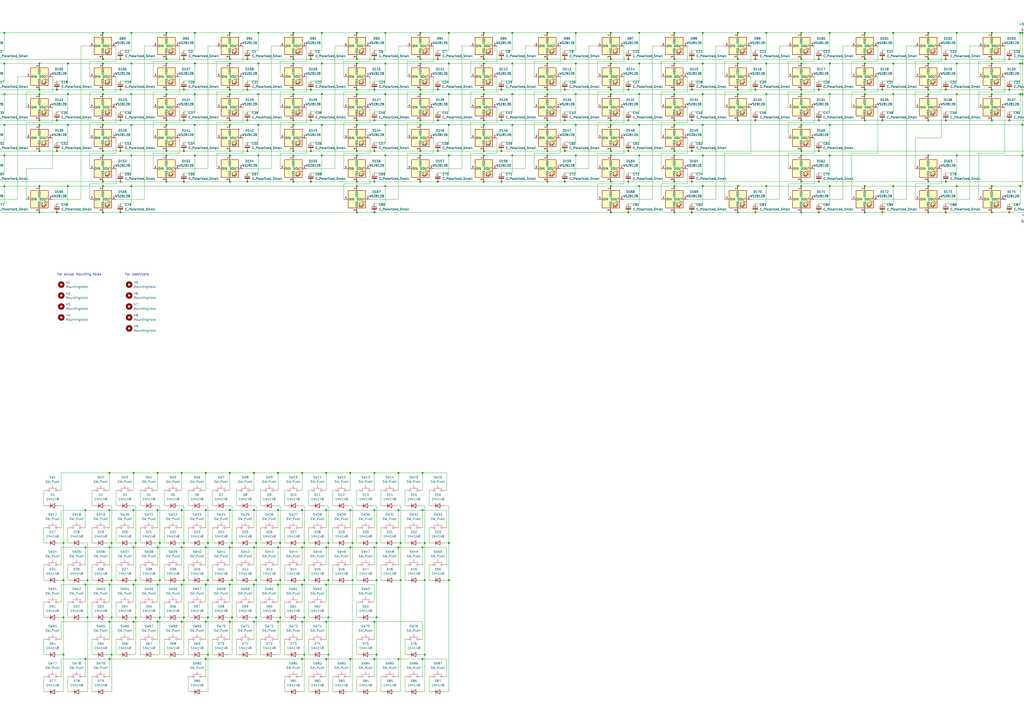
<source format=kicad_sch>
(kicad_sch (version 20211123) (generator eeschema)
  (paper "A2")
  (junction (at 106.68 314.96))
  (junction (at 161.29 274.32))
  (junction (at 364.49 52.07))
  (junction (at 204.47 314.96))
  (junction (at 334.01 72.39))
  (junction (at 538.48 19.05))
  (junction (at 290.83 34.29))
  (junction (at 133.35 105.41))
  (junction (at 207.01 105.41))
  (junction (at 575.31 54.61))
  (junction (at 91.44 274.32))
  (junction (at 96.52 19.05))
  (junction (at 364.49 105.41))
  (junction (at 391.16 54.61))
  (junction (at 162.56 314.96))
  (junction (at 518.16 19.05))
  (junction (at 218.44 314.96))
  (junction (at 591.82 107.95))
  (junction (at 538.48 69.85))
  (junction (at 391.16 107.95))
  (junction (at 254 69.85))
  (junction (at 297.18 72.39))
  (junction (at 354.33 36.83))
  (junction (at 427.99 54.61))
  (junction (at 149.86 90.17))
  (junction (at 69.85 34.29))
  (junction (at 217.17 34.29))
  (junction (at 207.01 36.83))
  (junction (at 334.01 54.61))
  (junction (at 133.35 87.63))
  (junction (at 133.35 274.32))
  (junction (at 427.99 52.07))
  (junction (at 223.52 19.05))
  (junction (at 548.64 105.41))
  (junction (at 548.64 52.07))
  (junction (at 254 87.63))
  (junction (at 119.38 274.32))
  (junction (at 427.99 69.85))
  (junction (at 39.37 107.95))
  (junction (at 170.18 72.39))
  (junction (at 231.14 295.91))
  (junction (at 78.74 358.14))
  (junction (at 364.49 87.63))
  (junction (at 280.67 34.29))
  (junction (at 217.17 105.41))
  (junction (at 170.18 69.85))
  (junction (at 243.84 36.83))
  (junction (at 22.86 69.85))
  (junction (at 464.82 34.29))
  (junction (at 113.03 36.83))
  (junction (at 22.86 123.19))
  (junction (at 22.86 107.95))
  (junction (at 407.67 54.61))
  (junction (at 148.59 358.14))
  (junction (at 96.52 36.83))
  (junction (at 119.38 317.5))
  (junction (at 317.5 69.85))
  (junction (at 59.69 72.39))
  (junction (at 186.69 19.05))
  (junction (at 119.38 360.68))
  (junction (at 22.86 87.63))
  (junction (at 147.32 295.91))
  (junction (at 217.17 295.91))
  (junction (at 585.47 52.07))
  (junction (at 260.35 54.61))
  (junction (at 464.82 105.41))
  (junction (at 78.74 314.96))
  (junction (at 538.48 34.29))
  (junction (at 76.2 54.61))
  (junction (at 120.65 379.73))
  (junction (at 585.47 34.29))
  (junction (at 180.34 105.41))
  (junction (at 245.11 317.5))
  (junction (at 501.65 34.29))
  (junction (at 134.62 314.96))
  (junction (at 280.67 87.63))
  (junction (at 176.53 314.96))
  (junction (at 63.5 317.5))
  (junction (at 113.03 19.05))
  (junction (at 203.2 382.27))
  (junction (at 207.01 72.39))
  (junction (at 69.85 69.85))
  (junction (at 217.17 87.63))
  (junction (at 254 34.29))
  (junction (at 474.98 69.85))
  (junction (at 407.67 107.95))
  (junction (at 260.35 90.17))
  (junction (at 354.33 52.07))
  (junction (at 554.99 54.61))
  (junction (at 143.51 34.29))
  (junction (at 133.35 19.05))
  (junction (at 49.53 317.5))
  (junction (at 76.2 72.39))
  (junction (at 317.5 90.17))
  (junction (at 391.16 90.17))
  (junction (at 217.17 317.5))
  (junction (at 501.65 69.85))
  (junction (at 133.35 52.07))
  (junction (at 370.84 19.05))
  (junction (at 217.17 123.19))
  (junction (at 591.82 54.61))
  (junction (at 317.5 54.61))
  (junction (at 554.99 19.05))
  (junction (at 105.41 360.68))
  (junction (at 63.5 360.68))
  (junction (at 59.69 123.19))
  (junction (at 554.99 36.83))
  (junction (at 207.01 123.19))
  (junction (at 317.5 52.07))
  (junction (at 175.26 360.68))
  (junction (at 120.65 358.14))
  (junction (at 427.99 123.19))
  (junction (at 33.02 52.07))
  (junction (at 69.85 105.41))
  (junction (at 175.26 382.27))
  (junction (at 575.31 36.83))
  (junction (at 105.41 274.32))
  (junction (at 538.48 52.07))
  (junction (at 143.51 105.41))
  (junction (at 105.41 317.5))
  (junction (at 77.47 274.32))
  (junction (at 77.47 339.09))
  (junction (at 49.53 339.09))
  (junction (at 2.54 54.61))
  (junction (at 106.68 69.85))
  (junction (at 133.35 54.61))
  (junction (at 133.35 90.17))
  (junction (at 134.62 336.55))
  (junction (at 501.65 52.07))
  (junction (at 120.65 314.96))
  (junction (at 401.32 34.29))
  (junction (at 59.69 69.85))
  (junction (at 354.33 69.85))
  (junction (at 427.99 19.05))
  (junction (at 391.16 87.63))
  (junction (at 444.5 54.61))
  (junction (at 119.38 295.91))
  (junction (at 170.18 36.83))
  (junction (at 147.32 339.09))
  (junction (at 170.18 87.63))
  (junction (at 254 52.07))
  (junction (at 427.99 34.29))
  (junction (at 327.66 69.85))
  (junction (at 334.01 36.83))
  (junction (at 511.81 123.19))
  (junction (at 149.86 72.39))
  (junction (at 260.35 72.39))
  (junction (at 22.86 54.61))
  (junction (at 119.38 339.09))
  (junction (at 161.29 317.5))
  (junction (at 218.44 358.14))
  (junction (at 501.65 123.19))
  (junction (at 391.16 36.83))
  (junction (at 36.83 336.55))
  (junction (at 2.54 19.05))
  (junction (at 59.69 107.95))
  (junction (at 190.5 314.96))
  (junction (at 438.15 34.29))
  (junction (at 354.33 123.19))
  (junction (at 464.82 69.85))
  (junction (at 297.18 36.83))
  (junction (at 401.32 69.85))
  (junction (at 50.8 358.14))
  (junction (at 105.41 295.91))
  (junction (at 113.03 72.39))
  (junction (at 538.48 123.19))
  (junction (at 260.35 314.96))
  (junction (at 223.52 90.17))
  (junction (at 22.86 52.07))
  (junction (at 474.98 34.29))
  (junction (at 481.33 36.83))
  (junction (at 501.65 19.05))
  (junction (at 501.65 54.61))
  (junction (at 317.5 72.39))
  (junction (at 217.17 52.07))
  (junction (at 33.02 87.63))
  (junction (at 64.77 336.55))
  (junction (at 113.03 90.17))
  (junction (at 76.2 19.05))
  (junction (at 481.33 72.39))
  (junction (at 297.18 19.05))
  (junction (at 39.37 54.61))
  (junction (at 407.67 36.83))
  (junction (at 133.35 36.83))
  (junction (at 189.23 274.32))
  (junction (at 170.18 105.41))
  (junction (at 594.36 123.19))
  (junction (at 575.31 123.19))
  (junction (at 175.26 317.5))
  (junction (at 148.59 336.55))
  (junction (at 106.68 52.07))
  (junction (at 243.84 87.63))
  (junction (at 327.66 34.29))
  (junction (at 427.99 107.95))
  (junction (at 438.15 52.07))
  (junction (at 36.83 379.73))
  (junction (at 481.33 90.17))
  (junction (at 290.83 52.07))
  (junction (at 133.35 339.09))
  (junction (at 231.14 317.5))
  (junction (at 143.51 69.85))
  (junction (at 170.18 34.29))
  (junction (at 91.44 360.68))
  (junction (at 518.16 54.61))
  (junction (at 106.68 34.29))
  (junction (at 464.82 36.83))
  (junction (at 161.29 295.91))
  (junction (at 147.32 274.32))
  (junction (at 77.47 360.68))
  (junction (at 105.41 339.09))
  (junction (at 481.33 54.61))
  (junction (at 77.47 295.91))
  (junction (at 77.47 317.5))
  (junction (at 190.5 336.55))
  (junction (at 290.83 69.85))
  (junction (at 593.09 54.61))
  (junction (at 593.09 72.39))
  (junction (at 593.09 90.17))
  (junction (at 218.44 379.73))
  (junction (at 370.84 107.95))
  (junction (at 64.77 379.73))
  (junction (at 76.2 107.95))
  (junction (at 438.15 69.85))
  (junction (at 59.69 87.63))
  (junction (at 161.29 360.68))
  (junction (at 575.31 69.85))
  (junction (at 401.32 123.19))
  (junction (at 170.18 52.07))
  (junction (at 203.2 295.91))
  (junction (at 538.48 107.95))
  (junction (at 243.84 90.17))
  (junction (at 207.01 107.95))
  (junction (at 280.67 36.83))
  (junction (at 133.35 69.85))
  (junction (at 50.8 336.55))
  (junction (at 175.26 295.91))
  (junction (at 223.52 107.95))
  (junction (at 186.69 90.17))
  (junction (at 149.86 19.05))
  (junction (at 354.33 107.95))
  (junction (at 76.2 90.17))
  (junction (at 334.01 90.17))
  (junction (at 464.82 72.39))
  (junction (at 207.01 34.29))
  (junction (at 134.62 358.14))
  (junction (at 548.64 69.85))
  (junction (at 391.16 105.41))
  (junction (at 554.99 107.95))
  (junction (at 370.84 90.17))
  (junction (at 327.66 87.63))
  (junction (at 243.84 52.07))
  (junction (at 207.01 69.85))
  (junction (at 232.41 336.55))
  (junction (at 511.81 69.85))
  (junction (at 217.17 382.27))
  (junction (at 575.31 52.07))
  (junction (at 176.53 336.55))
  (junction (at 133.35 34.29))
  (junction (at 207.01 19.05))
  (junction (at 176.53 379.73))
  (junction (at 2.54 36.83))
  (junction (at 334.01 19.05))
  (junction (at 170.18 90.17))
  (junction (at -3.81 123.19))
  (junction (at 290.83 87.63))
  (junction (at 161.29 339.09))
  (junction (at 176.53 358.14))
  (junction (at 22.86 72.39))
  (junction (at 444.5 36.83))
  (junction (at 548.64 123.19))
  (junction (at 511.81 52.07))
  (junction (at 63.5 295.91))
  (junction (at 407.67 90.17))
  (junction (at 280.67 19.05))
  (junction (at 427.99 36.83))
  (junction (at 133.35 295.91))
  (junction (at 186.69 36.83))
  (junction (at 391.16 72.39))
  (junction (at 444.5 107.95))
  (junction (at 354.33 90.17))
  (junction (at 391.16 52.07))
  (junction (at -3.81 34.29))
  (junction (at 554.99 90.17))
  (junction (at 354.33 72.39))
  (junction (at 92.71 314.96))
  (junction (at 594.36 52.07))
  (junction (at 594.36 69.85))
  (junction (at 594.36 87.63))
  (junction (at 594.36 105.41))
  (junction (at 245.11 382.27))
  (junction (at 162.56 358.14))
  (junction (at 207.01 87.63))
  (junction (at 186.69 54.61))
  (junction (at 59.69 36.83))
  (junction (at 575.31 34.29))
  (junction (at 49.53 295.91))
  (junction (at 175.26 339.09))
  (junction (at 203.2 274.32))
  (junction (at 106.68 336.55))
  (junction (at 501.65 107.95))
  (junction (at 96.52 87.63))
  (junction (at 69.85 87.63))
  (junction (at 245.11 295.91))
  (junction (at 243.84 34.29))
  (junction (at 575.31 19.05))
  (junction (at 180.34 87.63))
  (junction (at 231.14 382.27))
  (junction (at 39.37 36.83))
  (junction (at 189.23 360.68))
  (junction (at 370.84 36.83))
  (junction (at 501.65 36.83))
  (junction (at 243.84 54.61))
  (junction (at 96.52 34.29))
  (junction (at 133.35 317.5))
  (junction (at 207.01 90.17))
  (junction (at 232.41 314.96))
  (junction (at 96.52 90.17))
  (junction (at 243.84 69.85))
  (junction (at 180.34 34.29))
  (junction (at 401.32 105.41))
  (junction (at 391.16 34.29))
  (junction (at 464.82 54.61))
  (junction (at 223.52 36.83))
  (junction (at 175.26 274.32))
  (junction (at 36.83 358.14))
  (junction (at 63.5 274.32))
  (junction (at 78.74 336.55))
  (junction (at 317.5 36.83))
  (junction (at 593.09 19.05))
  (junction (at 474.98 87.63))
  (junction (at 538.48 90.17))
  (junction (at 189.23 295.91))
  (junction (at 91.44 295.91))
  (junction (at 391.16 123.19))
  (junction (at 63.5 382.27))
  (junction (at 354.33 34.29))
  (junction (at 575.31 107.95))
  (junction (at 59.69 52.07))
  (junction (at 203.2 317.5))
  (junction (at 370.84 54.61))
  (junction (at 147.32 360.68))
  (junction (at 591.82 36.83))
  (junction (at 474.98 52.07))
  (junction (at 91.44 339.09))
  (junction (at 33.02 69.85))
  (junction (at 133.35 72.39))
  (junction (at 149.86 54.61))
  (junction (at 2.54 107.95))
  (junction (at 548.64 34.29))
  (junction (at 464.82 19.05))
  (junction (at 354.33 19.05))
  (junction (at 327.66 105.41))
  (junction (at 63.5 339.09))
  (junction (at -3.81 69.85))
  (junction (at 162.56 336.55))
  (junction (at 585.47 69.85))
  (junction (at 538.48 54.61))
  (junction (at 39.37 72.39))
  (junction (at 464.82 123.19))
  (junction (at 92.71 336.55))
  (junction (at 364.49 69.85))
  (junction (at 407.67 72.39))
  (junction (at 143.51 52.07))
  (junction (at 106.68 87.63))
  (junction (at 2.54 90.17))
  (junction (at 511.81 34.29))
  (junction (at 133.35 360.68))
  (junction (at 189.23 317.5))
  (junction (at 481.33 107.95))
  (junction (at 170.18 54.61))
  (junction (at 96.52 69.85))
  (junction (at 354.33 54.61))
  (junction (at 96.52 54.61))
  (junction (at 280.67 90.17))
  (junction (at 280.67 52.07))
  (junction (at 119.38 382.27))
  (junction (at 59.69 90.17))
  (junction (at 474.98 105.41))
  (junction (at 438.15 123.19))
  (junction (at 59.69 19.05))
  (junction (at 243.84 72.39))
  (junction (at 538.48 105.41))
  (junction (at 407.67 19.05))
  (junction (at 280.67 54.61))
  (junction (at 260.35 19.05))
  (junction (at 207.01 54.61))
  (junction (at 180.34 52.07))
  (junction (at 49.53 382.27))
  (junction (at 190.5 358.14))
  (junction (at -3.81 52.07))
  (junction (at 223.52 54.61))
  (junction (at 593.09 36.83))
  (junction (at 64.77 314.96))
  (junction (at 474.98 123.19))
  (junction (at 317.5 105.41))
  (junction (at 280.67 69.85))
  (junction (at 317.5 34.29))
  (junction (at 2.54 72.39))
  (junction (at 246.38 379.73))
  (junction (at 464.82 52.07))
  (junction (at 260.35 36.83))
  (junction (at 190.5 379.73))
  (junction (at 260.35 336.55))
  (junction (at 518.16 107.95))
  (junction (at 76.2 36.83))
  (junction (at 538.48 36.83))
  (junction (at 481.33 19.05))
  (junction (at 317.5 87.63))
  (junction (at 180.34 69.85))
  (junction (at 364.49 34.29))
  (junction (at 147.32 317.5))
  (junction (at 290.83 105.41))
  (junction (at 218.44 336.55))
  (junction (at 33.02 123.19))
  (junction (at 401.32 87.63))
  (junction (at 246.38 314.96))
  (junction (at 591.82 19.05))
  (junction (at 143.51 87.63))
  (junction (at 391.16 19.05))
  (junction (at 207.01 52.07))
  (junction (at 401.32 52.07))
  (junction (at 149.86 36.83))
  (junction (at 69.85 123.19))
  (junction (at 317.5 19.05))
  (junction (at 69.85 52.07))
  (junction (at 364.49 123.19))
  (junction (at 518.16 36.83))
  (junction (at 189.23 339.09))
  (junction (at 59.69 105.41))
  (junction (at 254 105.41))
  (junction (at 464.82 90.17))
  (junction (at 106.68 105.41))
  (junction (at 391.16 69.85))
  (junction (at 464.82 87.63))
  (junction (at 204.47 336.55))
  (junction (at 280.67 72.39))
  (junction (at 59.69 54.61))
  (junction (at 327.66 52.07))
  (junction (at 585.47 123.19))
  (junction (at 223.52 72.39))
  (junction (at 96.52 52.07))
  (junction (at 217.17 69.85))
  (junction (at 186.69 72.39))
  (junction (at 464.82 107.95))
  (junction (at 59.69 34.29))
  (junction (at 22.86 36.83))
  (junction (at 36.83 314.96))
  (junction (at 280.67 105.41))
  (junction (at 246.38 336.55))
  (junction (at 96.52 72.39))
  (junction (at 92.71 358.14))
  (junction (at -3.81 105.41))
  (junction (at 243.84 19.05))
  (junction (at 444.5 19.05))
  (junction (at 120.65 336.55))
  (junction (at 231.14 274.32))
  (junction (at 189.23 382.27))
  (junction (at 148.59 314.96))
  (junction (at 297.18 54.61))
  (junction (at 354.33 105.41))
  (junction (at 217.17 274.32))
  (junction (at 106.68 358.14))
  (junction (at 243.84 105.41))
  (junction (at 113.03 54.61))
  (junction (at 217.17 360.68))
  (junction (at 170.18 19.05))
  (junction (at 370.84 72.39))
  (junction (at -3.81 87.63))
  (junction (at 245.11 274.32))
  (junction (at 64.77 358.14))
  (junction (at 91.44 317.5))
  (junction (at 96.52 105.41))
  (junction (at 297.18 90.17))
  (junction (at 354.33 87.63))
  (no_connect (at 582.93 115.57))
  (wire (pts (xy 325.12 80.01) (xy 325.12 88.9)))
  (wire (pts (xy 22.86 107.95) (xy 39.37 107.95)))
  (wire (pts (xy 364.49 118.11) (xy 370.84 118.11)))
  (wire (pts (xy 193.04 401.32) (xy 194.31 401.32)))
  (wire (pts (xy 591.82 107.95) (xy 593.09 107.95)))
  (wire (pts (xy 325.12 53.34) (xy 309.88 53.34)))
  (wire (pts (xy 364.49 82.55) (xy 370.84 82.55)))
  (wire (pts (xy 50.8 358.14) (xy 50.8 401.32)))
  (wire (pts (xy 143.51 52.07) (xy 170.18 52.07)))
  (wire (pts (xy 137.16 358.14) (xy 138.43 358.14)))
  (wire (pts (xy 123.19 358.14) (xy 124.46 358.14)))
  (wire (pts (xy 189.23 274.32) (xy 203.2 274.32)))
  (wire (pts (xy 259.08 327.66) (xy 259.08 317.5)))
  (wire (pts (xy 179.07 327.66) (xy 179.07 336.55)))
  (wire (pts (xy 354.33 19.05) (xy 370.84 19.05)))
  (wire (pts (xy 113.03 100.33) (xy 113.03 90.17)))
  (wire (pts (xy 186.69 54.61) (xy 207.01 54.61)))
  (wire (pts (xy 231.14 284.48) (xy 231.14 274.32)))
  (wire (pts (xy 33.02 87.63) (xy 59.69 87.63)))
  (wire (pts (xy 146.05 314.96) (xy 148.59 314.96)))
  (wire (pts (xy 62.23 358.14) (xy 64.77 358.14)))
  (wire (pts (xy 245.11 295.91) (xy 259.08 295.91)))
  (wire (pts (xy 132.08 293.37) (xy 134.62 293.37)))
  (wire (pts (xy 109.22 379.73) (xy 110.49 379.73)))
  (wire (pts (xy 259.08 284.48) (xy 259.08 274.32)))
  (wire (pts (xy 457.2 53.34) (xy 457.2 62.23)))
  (wire (pts (xy 35.56 284.48) (xy 35.56 274.32)))
  (wire (pts (xy 391.16 105.41) (xy 401.32 105.41)))
  (wire (pts (xy 81.28 327.66) (xy 81.28 336.55)))
  (wire (pts (xy 147.32 327.66) (xy 147.32 317.5)))
  (wire (pts (xy 234.95 327.66) (xy 234.95 336.55)))
  (wire (pts (xy 63.5 370.84) (xy 63.5 360.68)))
  (wire (pts (xy 317.5 72.39) (xy 334.01 72.39)))
  (wire (pts (xy 361.95 80.01) (xy 361.95 88.9)))
  (wire (pts (xy 254 46.99) (xy 260.35 46.99)))
  (wire (pts (xy 234.95 306.07) (xy 234.95 314.96)))
  (wire (pts (xy 593.09 90.17) (xy 593.09 107.95)))
  (wire (pts (xy 59.69 36.83) (xy 76.2 36.83)))
  (wire (pts (xy 509.27 53.34) (xy 494.03 53.34)))
  (wire (pts (xy 133.35 317.5) (xy 147.32 317.5)))
  (wire (pts (xy 361.95 53.34) (xy 346.71 53.34)))
  (wire (pts (xy -3.81 100.33) (xy 2.54 100.33)))
  (wire (pts (xy 143.51 82.55) (xy 149.86 82.55)))
  (wire (pts (xy 236.22 71.12) (xy 236.22 80.01)))
  (wire (pts (xy 246.38 314.96) (xy 246.38 336.55)))
  (wire (pts (xy 223.52 19.05) (xy 243.84 19.05)))
  (wire (pts (xy 464.82 52.07) (xy 474.98 52.07)))
  (wire (pts (xy 229.87 401.32) (xy 232.41 401.32)))
  (wire (pts (xy 52.07 88.9) (xy 52.07 97.79)))
  (wire (pts (xy 165.1 379.73) (xy 166.37 379.73)))
  (wire (pts (xy 509.27 115.57) (xy 525.78 115.57)))
  (wire (pts (xy 88.9 53.34) (xy 88.9 62.23)))
  (wire (pts (xy 133.35 69.85) (xy 143.51 69.85)))
  (wire (pts (xy 383.54 35.56) (xy 383.54 44.45)))
  (wire (pts (xy 177.8 80.01) (xy 177.8 88.9)))
  (wire (pts (xy 49.53 349.25) (xy 49.53 339.09)))
  (wire (pts (xy 39.37 46.99) (xy 39.37 36.83)))
  (wire (pts (xy 133.35 34.29) (xy 143.51 34.29)))
  (wire (pts (xy 207.01 69.85) (xy 217.17 69.85)))
  (wire (pts (xy 36.83 358.14) (xy 36.83 379.73)))
  (wire (pts (xy 91.44 370.84) (xy 91.44 360.68)))
  (wire (pts (xy 165.1 358.14) (xy 166.37 358.14)))
  (wire (pts (xy 223.52 100.33) (xy 223.52 90.17)))
  (wire (pts (xy 179.07 314.96) (xy 180.34 314.96)))
  (wire (pts (xy 133.35 105.41) (xy 143.51 105.41)))
  (wire (pts (xy 148.59 358.14) (xy 148.59 379.73)))
  (wire (pts (xy 22.86 69.85) (xy 33.02 69.85)))
  (wire (pts (xy 582.93 26.67) (xy 582.93 35.56)))
  (wire (pts (xy 288.29 71.12) (xy 273.05 71.12)))
  (wire (pts (xy 193.04 293.37) (xy 194.31 293.37)))
  (wire (pts (xy -3.81 52.07) (xy 22.86 52.07)))
  (wire (pts (xy 113.03 36.83) (xy 133.35 36.83)))
  (wire (pts (xy 76.2 107.95) (xy 207.01 107.95)))
  (wire (pts (xy 554.99 46.99) (xy 554.99 36.83)))
  (wire (pts (xy 361.95 88.9) (xy 346.71 88.9)))
  (wire (pts (xy 438.15 123.19) (xy 464.82 123.19)))
  (wire (pts (xy 444.5 29.21) (xy 444.5 19.05)))
  (wire (pts (xy 175.26 339.09) (xy 189.23 339.09)))
  (wire (pts (xy 214.63 97.79) (xy 214.63 106.68)))
  (wire (pts (xy 123.19 284.48) (xy 123.19 293.37)))
  (wire (pts (xy 187.96 379.73) (xy 190.5 379.73)))
  (wire (pts (xy 140.97 71.12) (xy 125.73 71.12)))
  (wire (pts (xy 401.32 46.99) (xy 407.67 46.99)))
  (wire (pts (xy 257.81 293.37) (xy 260.35 293.37)))
  (wire (pts (xy 151.13 336.55) (xy 152.4 336.55)))
  (wire (pts (xy 317.5 52.07) (xy 327.66 52.07)))
  (wire (pts (xy 118.11 401.32) (xy 120.65 401.32)))
  (wire (pts (xy 435.61 44.45) (xy 435.61 53.34)))
  (wire (pts (xy 96.52 90.17) (xy 113.03 90.17)))
  (wire (pts (xy 106.68 336.55) (xy 106.68 358.14)))
  (wire (pts (xy 435.61 115.57) (xy 452.12 115.57)))
  (wire (pts (xy 346.71 71.12) (xy 346.71 80.01)))
  (wire (pts (xy 407.67 19.05) (xy 427.99 19.05)))
  (wire (pts (xy 472.44 53.34) (xy 457.2 53.34)))
  (wire (pts (xy 149.86 36.83) (xy 170.18 36.83)))
  (wire (pts (xy 160.02 336.55) (xy 162.56 336.55)))
  (wire (pts (xy 106.68 64.77) (xy 113.03 64.77)))
  (wire (pts (xy 179.07 358.14) (xy 180.34 358.14)))
  (wire (pts (xy 77.47 317.5) (xy 91.44 317.5)))
  (wire (pts (xy 354.33 107.95) (xy 370.84 107.95)))
  (wire (pts (xy 49.53 327.66) (xy 49.53 317.5)))
  (wire (pts (xy 113.03 64.77) (xy 113.03 54.61)))
  (wire (pts (xy 288.29 53.34) (xy 273.05 53.34)))
  (wire (pts (xy 260.35 29.21) (xy 260.35 19.05)))
  (wire (pts (xy 76.2 314.96) (xy 78.74 314.96)))
  (wire (pts (xy 95.25 336.55) (xy 96.52 336.55)))
  (wire (pts (xy 91.44 284.48) (xy 91.44 274.32)))
  (wire (pts (xy 364.49 100.33) (xy 370.84 100.33)))
  (wire (pts (xy 391.16 72.39) (xy 407.67 72.39)))
  (wire (pts (xy 548.64 118.11) (xy 554.99 118.11)))
  (wire (pts (xy 30.48 62.23) (xy 30.48 71.12)))
  (wire (pts (xy 280.67 105.41) (xy 290.83 105.41)))
  (wire (pts (xy 106.68 293.37) (xy 106.68 314.96)))
  (wire (pts (xy 175.26 306.07) (xy 175.26 295.91)))
  (wire (pts (xy 59.69 123.19) (xy 69.85 123.19)))
  (wire (pts (xy 161.29 306.07) (xy 161.29 295.91)))
  (wire (pts (xy -6.35 71.12) (xy -21.59 71.12)))
  (wire (pts (xy 364.49 52.07) (xy 391.16 52.07)))
  (wire (pts (xy 143.51 34.29) (xy 170.18 34.29)))
  (wire (pts (xy 217.17 105.41) (xy 243.84 105.41)))
  (wire (pts (xy 317.5 69.85) (xy 327.66 69.85)))
  (wire (pts (xy 15.24 71.12) (xy 15.24 80.01)))
  (wire (pts (xy 251.46 62.23) (xy 251.46 71.12)))
  (wire (pts (xy 327.66 69.85) (xy 354.33 69.85)))
  (wire (pts (xy 438.15 52.07) (xy 464.82 52.07)))
  (wire (pts (xy 109.22 392.43) (xy 109.22 401.32)))
  (wire (pts (xy 575.31 36.83) (xy 591.82 36.83)))
  (wire (pts (xy -13.97 52.07) (xy -3.81 52.07)))
  (wire (pts (xy 204.47 314.96) (xy 204.47 336.55)))
  (wire (pts (xy 125.73 53.34) (xy 125.73 62.23)))
  (wire (pts (xy 189.23 360.68) (xy 217.17 360.68)))
  (wire (pts (xy 474.98 87.63) (xy 594.36 87.63)))
  (wire (pts (xy 46.99 26.67) (xy 52.07 26.67)))
  (wire (pts (xy -6.35 80.01) (xy -6.35 88.9)))
  (wire (pts (xy 67.31 88.9) (xy 52.07 88.9)))
  (wire (pts (xy 246.38 379.73) (xy 246.38 401.32)))
  (wire (pts (xy 120.65 97.79) (xy 120.65 26.67)))
  (wire (pts (xy 591.82 29.21) (xy 591.82 19.05)))
  (wire (pts (xy 243.84 336.55) (xy 246.38 336.55)))
  (wire (pts (xy -6.35 88.9) (xy -21.59 88.9)))
  (wire (pts (xy 69.85 34.29) (xy 96.52 34.29)))
  (wire (pts (xy 290.83 105.41) (xy 317.5 105.41)))
  (wire (pts (xy 346.71 35.56) (xy 346.71 44.45)))
  (wire (pts (xy 53.34 358.14) (xy 54.61 358.14)))
  (wire (pts (xy 207.01 349.25) (xy 207.01 358.14)))
  (wire (pts (xy 149.86 82.55) (xy 149.86 72.39)))
  (wire (pts (xy 207.01 90.17) (xy 223.52 90.17)))
  (wire (pts (xy 120.65 379.73) (xy 120.65 401.32)))
  (wire (pts (xy 165.1 306.07) (xy 165.1 314.96)))
  (wire (pts (xy -13.97 105.41) (xy -3.81 105.41)))
  (wire (pts (xy 575.31 19.05) (xy 591.82 19.05)))
  (wire (pts (xy 438.15 29.21) (xy 444.5 29.21)))
  (wire (pts (xy 104.14 35.56) (xy 88.9 35.56)))
  (wire (pts (xy 472.44 71.12) (xy 457.2 71.12)))
  (wire (pts (xy 104.14 88.9) (xy 88.9 88.9)))
  (wire (pts (xy 106.68 82.55) (xy 113.03 82.55)))
  (wire (pts (xy 190.5 293.37) (xy 190.5 314.96)))
  (wire (pts (xy 81.28 379.73) (xy 82.55 379.73)))
  (wire (pts (xy 81.28 349.25) (xy 81.28 358.14)))
  (wire (pts (xy 567.69 88.9) (xy 567.69 115.57)))
  (wire (pts (xy 391.16 87.63) (xy 401.32 87.63)))
  (wire (pts (xy 593.09 54.61) (xy 593.09 72.39)))
  (wire (pts (xy 59.69 72.39) (xy 76.2 72.39)))
  (wire (pts (xy 133.35 349.25) (xy 133.35 339.09)))
  (wire (pts (xy 162.56 35.56) (xy 162.56 44.45)))
  (wire (pts (xy 518.16 118.11) (xy 518.16 107.95)))
  (wire (pts (xy -3.81 64.77) (xy 2.54 64.77)))
  (wire (pts (xy 217.17 29.21) (xy 223.52 29.21)))
  (wire (pts (xy -13.97 69.85) (xy -3.81 69.85)))
  (wire (pts (xy 407.67 29.21) (xy 407.67 19.05)))
  (wire (pts (xy 22.86 87.63) (xy 33.02 87.63)))
  (wire (pts (xy 53.34 370.84) (xy 53.34 379.73)))
  (wire (pts (xy 582.93 44.45) (xy 582.93 53.34)))
  (wire (pts (xy 567.69 35.56) (xy 567.69 44.45)))
  (wire (pts (xy 538.48 34.29) (xy 548.64 34.29)))
  (wire (pts (xy 143.51 46.99) (xy 149.86 46.99)))
  (wire (pts (xy 229.87 336.55) (xy 232.41 336.55)))
  (wire (pts (xy 81.28 358.14) (xy 82.55 358.14)))
  (wire (pts (xy 119.38 306.07) (xy 119.38 295.91)))
  (wire (pts (xy 165.1 327.66) (xy 165.1 336.55)))
  (wire (pts (xy 530.86 35.56) (xy 530.86 44.45)))
  (wire (pts (xy 538.48 54.61) (xy 554.99 54.61)))
  (wire (pts (xy 22.86 54.61) (xy 39.37 54.61)))
  (wire (pts (xy 53.34 379.73) (xy 54.61 379.73)))
  (wire (pts (xy -6.35 26.67) (xy -6.35 35.56)))
  (wire (pts (xy 149.86 46.99) (xy 149.86 36.83)))
  (wire (pts (xy 217.17 284.48) (xy 217.17 274.32)))
  (wire (pts (xy 383.54 88.9) (xy 383.54 97.79)))
  (wire (pts (xy 361.95 26.67) (xy 361.95 35.56)))
  (wire (pts (xy 420.37 35.56) (xy 420.37 44.45)))
  (wire (pts (xy 518.16 19.05) (xy 538.48 19.05)))
  (wire (pts (xy 137.16 306.07) (xy 137.16 314.96)))
  (wire (pts (xy 203.2 327.66) (xy 203.2 317.5)))
  (wire (pts (xy 146.05 293.37) (xy 148.59 293.37)))
  (wire (pts (xy 546.1 97.79) (xy 546.1 106.68)))
  (wire (pts (xy 346.71 88.9) (xy 346.71 97.79)))
  (wire (pts (xy 69.85 69.85) (xy 96.52 69.85)))
  (wire (pts (xy 140.97 26.67) (xy 140.97 35.56)))
  (wire (pts (xy 245.11 392.43) (xy 245.11 382.27)))
  (wire (pts (xy 518.16 64.77) (xy 518.16 54.61)))
  (wire (pts (xy 180.34 46.99) (xy 186.69 46.99)))
  (wire (pts (xy 546.1 62.23) (xy 546.1 80.01)))
  (wire (pts (xy 245.11 274.32) (xy 259.08 274.32)))
  (wire (pts (xy 104.14 53.34) (xy 88.9 53.34)))
  (wire (pts (xy 106.68 52.07) (xy 133.35 52.07)))
  (wire (pts (xy 170.18 19.05) (xy 186.69 19.05)))
  (wire (pts (xy 438.15 34.29) (xy 464.82 34.29)))
  (wire (pts (xy 194.31 97.79) (xy 194.31 26.67)))
  (wire (pts (xy 77.47 327.66) (xy 77.47 317.5)))
  (wire (pts (xy 444.5 46.99) (xy 444.5 36.83)))
  (wire (pts (xy 415.29 115.57) (xy 415.29 26.67)))
  (wire (pts (xy 457.2 88.9) (xy 457.2 97.79)))
  (wire (pts (xy 591.82 54.61) (xy 593.09 54.61)))
  (wire (pts (xy 118.11 336.55) (xy 120.65 336.55)))
  (wire (pts (xy 370.84 19.05) (xy 391.16 19.05)))
  (wire (pts (xy 273.05 35.56) (xy 273.05 44.45)))
  (wire (pts (xy 67.31 26.67) (xy 67.31 35.56)))
  (wire (pts (xy 109.22 327.66) (xy 109.22 336.55)))
  (wire (pts (xy 245.11 306.07) (xy 245.11 295.91)))
  (wire (pts (xy 309.88 53.34) (xy 309.88 62.23)))
  (wire (pts (xy 39.37 54.61) (xy 59.69 54.61)))
  (wire (pts (xy 297.18 82.55) (xy 297.18 72.39)))
  (wire (pts (xy 207.01 105.41) (xy 217.17 105.41)))
  (wire (pts (xy 25.4 336.55) (xy 26.67 336.55)))
  (wire (pts (xy -21.59 88.9) (xy -21.59 97.79)))
  (wire (pts (xy 585.47 64.77) (xy 591.82 64.77)))
  (wire (pts (xy 109.22 370.84) (xy 109.22 379.73)))
  (wire (pts (xy 69.85 100.33) (xy 76.2 100.33)))
  (wire (pts (xy 69.85 64.77) (xy 76.2 64.77)))
  (wire (pts (xy 217.17 52.07) (xy 243.84 52.07)))
  (wire (pts (xy 435.61 35.56) (xy 420.37 35.56)))
  (wire (pts (xy 334.01 46.99) (xy 334.01 36.83)))
  (wire (pts (xy 427.99 19.05) (xy 444.5 19.05)))
  (wire (pts (xy 76.2 293.37) (xy 78.74 293.37)))
  (wire (pts (xy 260.35 19.05) (xy 280.67 19.05)))
  (wire (pts (xy 207.01 52.07) (xy 217.17 52.07)))
  (wire (pts (xy 34.29 401.32) (xy 36.83 401.32)))
  (wire (pts (xy 370.84 118.11) (xy 370.84 107.95)))
  (wire (pts (xy 201.93 336.55) (xy 204.47 336.55)))
  (wire (pts (xy 398.78 35.56) (xy 383.54 35.56)))
  (wire (pts (xy 398.78 115.57) (xy 415.29 115.57)))
  (wire (pts (xy 76.2 82.55) (xy 76.2 72.39)))
  (wire (pts (xy 251.46 35.56) (xy 236.22 35.56)))
  (wire (pts (xy 119.38 392.43) (xy 119.38 382.27)))
  (wire (pts (xy 245.11 382.27) (xy 259.08 382.27)))
  (wire (pts (xy 106.68 46.99) (xy 113.03 46.99)))
  (wire (pts (xy 189.23 306.07) (xy 189.23 295.91)))
  (wire (pts (xy 67.31 314.96) (xy 68.58 314.96)))
  (wire (pts (xy 137.16 370.84) (xy 137.16 379.73)))
  (wire (pts (xy 162.56 88.9) (xy 162.56 97.79)))
  (wire (pts (xy 105.41 295.91) (xy 119.38 295.91)))
  (wire (pts (xy 186.69 46.99) (xy 186.69 36.83)))
  (wire (pts (xy 76.2 46.99) (xy 76.2 36.83)))
  (wire (pts (xy 77.47 360.68) (xy 91.44 360.68)))
  (wire (pts (xy 2.54 100.33) (xy 2.54 90.17)))
  (wire (pts (xy 260.35 54.61) (xy 280.67 54.61)))
  (wire (pts (xy 472.44 80.01) (xy 472.44 88.9)))
  (wire (pts (xy 538.48 69.85) (xy 548.64 69.85)))
  (wire (pts (xy 2.54 72.39) (xy 22.86 72.39)))
  (wire (pts (xy 34.29 293.37) (xy 36.83 293.37)))
  (wire (pts (xy 407.67 46.99) (xy 407.67 36.83)))
  (wire (pts (xy 280.67 69.85) (xy 290.83 69.85)))
  (wire (pts (xy 407.67 82.55) (xy 407.67 72.39)))
  (wire (pts (xy 105.41 327.66) (xy 105.41 317.5)))
  (wire (pts (xy 297.18 72.39) (xy 317.5 72.39)))
  (wire (pts (xy 119.38 370.84) (xy 119.38 360.68)))
  (wire (pts (xy 30.48 80.01) (xy 30.48 97.79)))
  (wire (pts (xy 179.07 306.07) (xy 179.07 314.96)))
  (wire (pts (xy 120.65 336.55) (xy 120.65 358.14)))
  (wire (pts (xy 509.27 44.45) (xy 509.27 53.34)))
  (wire (pts (xy 109.22 336.55) (xy 110.49 336.55)))
  (wire (pts (xy 180.34 52.07) (xy 207.01 52.07)))
  (wire (pts (xy 327.66 34.29) (xy 354.33 34.29)))
  (wire (pts (xy 113.03 19.05) (xy 133.35 19.05)))
  (wire (pts (xy 273.05 71.12) (xy 273.05 80.01)))
  (wire (pts (xy 243.84 314.96) (xy 246.38 314.96)))
  (wire (pts (xy 217.17 306.07) (xy 217.17 295.91)))
  (wire (pts (xy 119.38 274.32) (xy 133.35 274.32)))
  (wire (pts (xy 53.34 284.48) (xy 53.34 293.37)))
  (wire (pts (xy 148.59 293.37) (xy 148.59 314.96)))
  (wire (pts (xy 254 105.41) (xy 280.67 105.41)))
  (wire (pts (xy 229.87 293.37) (xy 232.41 293.37)))
  (wire (pts (xy 260.35 100.33) (xy 260.35 90.17)))
  (wire (pts (xy 457.2 35.56) (xy 457.2 44.45)))
  (wire (pts (xy 214.63 35.56) (xy 199.39 35.56)))
  (wire (pts (xy 149.86 29.21) (xy 149.86 19.05)))
  (wire (pts (xy 325.12 44.45) (xy 325.12 53.34)))
  (wire (pts (xy 472.44 62.23) (xy 472.44 71.12)))
  (wire (pts (xy 81.28 284.48) (xy 81.28 293.37)))
  (wire (pts (xy 361.95 35.56) (xy 346.71 35.56)))
  (wire (pts (xy 236.22 88.9) (xy 236.22 97.79)))
  (wire (pts (xy 243.84 105.41) (xy 254 105.41)))
  (wire (pts (xy 364.49 123.19) (xy 391.16 123.19)))
  (wire (pts (xy 327.66 87.63) (xy 354.33 87.63)))
  (wire (pts (xy 177.8 53.34) (xy 162.56 53.34)))
  (wire (pts (xy 76.2 54.61) (xy 96.52 54.61)))
  (wire (pts (xy 546.1 35.56) (xy 530.86 35.56)))
  (wire (pts (xy 15.24 53.34) (xy 15.24 62.23)))
  (wire (pts (xy 525.78 26.67) (xy 530.86 26.67)))
  (wire (pts (xy 120.65 314.96) (xy 120.65 336.55)))
  (wire (pts (xy 511.81 118.11) (xy 518.16 118.11)))
  (wire (pts (xy 438.15 46.99) (xy 444.5 46.99)))
  (wire (pts (xy 33.02 82.55) (xy 39.37 82.55)))
  (wire (pts (xy 444.5 107.95) (xy 464.82 107.95)))
  (wire (pts (xy 170.18 54.61) (xy 186.69 54.61)))
  (wire (pts (xy 215.9 358.14) (xy 218.44 358.14)))
  (wire (pts (xy 148.59 314.96) (xy 148.59 336.55)))
  (wire (pts (xy 254 64.77) (xy 260.35 64.77)))
  (wire (pts (xy 76.2 72.39) (xy 96.52 72.39)))
  (wire (pts (xy 452.12 26.67) (xy 457.2 26.67)))
  (wire (pts (xy 582.93 62.23) (xy 582.93 88.9)))
  (wire (pts (xy 69.85 46.99) (xy 76.2 46.99)))
  (wire (pts (xy 119.38 327.66) (xy 119.38 317.5)))
  (wire (pts (xy 151.13 349.25) (xy 151.13 358.14)))
  (wire (pts (xy 149.86 100.33) (xy 149.86 90.17)))
  (wire (pts (xy 201.93 293.37) (xy 204.47 293.37)))
  (wire (pts (xy 175.26 370.84) (xy 175.26 360.68)))
  (wire (pts (xy 149.86 19.05) (xy 170.18 19.05)))
  (wire (pts (xy 548.64 52.07) (xy 575.31 52.07)))
  (wire (pts (xy 218.44 336.55) (xy 218.44 358.14)))
  (wire (pts (xy 180.34 87.63) (xy 207.01 87.63)))
  (wire (pts (xy 464.82 107.95) (xy 481.33 107.95)))
  (wire (pts (xy 391.16 36.83) (xy 407.67 36.83)))
  (wire (pts (xy 207.01 107.95) (xy 223.52 107.95)))
  (wire (pts (xy 179.07 401.32) (xy 180.34 401.32)))
  (wire (pts (xy 398.78 53.34) (xy 383.54 53.34)))
  (wire (pts (xy 2.54 19.05) (xy 59.69 19.05)))
  (wire (pts (xy 119.38 295.91) (xy 133.35 295.91)))
  (wire (pts (xy 53.34 293.37) (xy 54.61 293.37)))
  (wire (pts (xy 290.83 46.99) (xy 297.18 46.99)))
  (wire (pts (xy 273.05 53.34) (xy 273.05 62.23)))
  (wire (pts (xy 554.99 107.95) (xy 575.31 107.95)))
  (wire (pts (xy 234.95 370.84) (xy 234.95 379.73)))
  (wire (pts (xy 105.41 284.48) (xy 105.41 274.32)))
  (wire (pts (xy 176.53 336.55) (xy 176.53 358.14)))
  (wire (pts (xy 104.14 71.12) (xy 88.9 71.12)))
  (wire (pts (xy 179.07 293.37) (xy 180.34 293.37)))
  (wire (pts (xy 59.69 87.63) (xy 69.85 87.63)))
  (wire (pts (xy 96.52 52.07) (xy 106.68 52.07)))
  (wire (pts (xy 69.85 52.07) (xy 96.52 52.07)))
  (wire (pts (xy 133.35 72.39) (xy 149.86 72.39)))
  (wire (pts (xy 133.35 360.68) (xy 147.32 360.68)))
  (wire (pts (xy 76.2 64.77) (xy 76.2 54.61)))
  (wire (pts (xy 361.95 44.45) (xy 361.95 53.34)))
  (wire (pts (xy 401.32 64.77) (xy 407.67 64.77)))
  (wire (pts (xy 120.65 293.37) (xy 120.65 314.96)))
  (wire (pts (xy 39.37 327.66) (xy 39.37 336.55)))
  (wire (pts (xy 180.34 82.55) (xy 186.69 82.55)))
  (wire (pts (xy 201.93 401.32) (xy 204.47 401.32)))
  (wire (pts (xy 151.13 284.48) (xy 151.13 293.37)))
  (wire (pts (xy 91.44 360.68) (xy 105.41 360.68)))
  (wire (pts (xy 267.97 97.79) (xy 267.97 26.67)))
  (wire (pts (xy 62.23 314.96) (xy 64.77 314.96)))
  (wire (pts (xy 34.29 358.14) (xy 36.83 358.14)))
  (wire (pts (xy 260.35 293.37) (xy 260.35 314.96)))
  (wire (pts (xy 220.98 392.43) (xy 220.98 401.32)))
  (wire (pts (xy 207.01 358.14) (xy 208.28 358.14)))
  (wire (pts (xy 243.84 19.05) (xy 260.35 19.05)))
  (wire (pts (xy 481.33 46.99) (xy 481.33 36.83)))
  (wire (pts (xy 104.14 336.55) (xy 106.68 336.55)))
  (wire (pts (xy 217.17 100.33) (xy 223.52 100.33)))
  (wire (pts (xy 147.32 295.91) (xy 161.29 295.91)))
  (wire (pts (xy 92.71 358.14) (xy 92.71 379.73)))
  (wire (pts (xy 78.74 358.14) (xy 78.74 379.73)))
  (wire (pts (xy 33.02 123.19) (xy 59.69 123.19)))
  (wire (pts (xy 494.03 53.34) (xy 494.03 62.23)))
  (wire (pts (xy 180.34 34.29) (xy 207.01 34.29)))
  (wire (pts (xy 309.88 35.56) (xy 309.88 44.45)))
  (wire (pts (xy 427.99 107.95) (xy 444.5 107.95)))
  (wire (pts (xy 34.29 379.73) (xy 36.83 379.73)))
  (wire (pts (xy 177.8 35.56) (xy 162.56 35.56)))
  (wire (pts (xy 162.56 53.34) (xy 162.56 62.23)))
  (wire (pts (xy 231.14 317.5) (xy 245.11 317.5)))
  (wire (pts (xy 548.64 34.29) (xy 575.31 34.29)))
  (wire (pts (xy 317.5 19.05) (xy 334.01 19.05)))
  (wire (pts (xy -21.59 35.56) (xy -21.59 44.45)))
  (wire (pts (xy 92.71 293.37) (xy 92.71 314.96)))
  (wire (pts (xy 546.1 44.45) (xy 546.1 53.34)))
  (wire (pts (xy 472.44 26.67) (xy 472.44 35.56)))
  (wire (pts (xy 325.12 88.9) (xy 309.88 88.9)))
  (wire (pts (xy 186.69 36.83) (xy 207.01 36.83)))
  (wire (pts (xy 538.48 105.41) (xy 548.64 105.41)))
  (wire (pts (xy 501.65 107.95) (xy 518.16 107.95)))
  (wire (pts (xy 67.31 327.66) (xy 67.31 336.55)))
  (wire (pts (xy 67.31 293.37) (xy 68.58 293.37)))
  (wire (pts (xy 50.8 314.96) (xy 50.8 336.55)))
  (wire (pts (xy 91.44 317.5) (xy 105.41 317.5)))
  (wire (pts (xy 113.03 72.39) (xy 133.35 72.39)))
  (wire (pts (xy 91.44 274.32) (xy 105.41 274.32)))
  (wire (pts (xy 317.5 105.41) (xy 327.66 105.41)))
  (wire (pts (xy 77.47 306.07) (xy 77.47 295.91)))
  (wire (pts (xy 187.96 401.32) (xy 190.5 401.32)))
  (wire (pts (xy 251.46 44.45) (xy 251.46 53.34)))
  (wire (pts (xy 151.13 370.84) (xy 151.13 379.73)))
  (wire (pts (xy 39.37 82.55) (xy 39.37 72.39)))
  (wire (pts (xy 354.33 90.17) (xy 370.84 90.17)))
  (wire (pts (xy 78.74 314.96) (xy 78.74 336.55)))
  (wire (pts (xy 170.18 34.29) (xy 180.34 34.29)))
  (wire (pts (xy 215.9 379.73) (xy 218.44 379.73)))
  (wire (pts (xy 25.4 306.07) (xy 25.4 314.96)))
  (wire (pts (xy 48.26 401.32) (xy 50.8 401.32)))
  (wire (pts (xy 39.37 118.11) (xy 39.37 107.95)))
  (wire (pts (xy 511.81 64.77) (xy 518.16 64.77)))
  (wire (pts (xy 420.37 53.34) (xy 420.37 62.23)))
  (wire (pts (xy 76.2 90.17) (xy 96.52 90.17)))
  (wire (pts (xy 53.34 392.43) (xy 53.34 401.32)))
  (wire (pts (xy 341.63 97.79) (xy 341.63 26.67)))
  (wire (pts (xy 49.53 317.5) (xy 63.5 317.5)))
  (wire (pts (xy 35.56 306.07) (xy 35.56 295.91)))
  (wire (pts (xy 160.02 379.73) (xy 162.56 379.73)))
  (wire (pts (xy 407.67 36.83) (xy 427.99 36.83)))
  (wire (pts (xy 147.32 370.84) (xy 147.32 360.68)))
  (wire (pts (xy 96.52 72.39) (xy 113.03 72.39)))
  (wire (pts (xy 180.34 64.77) (xy 186.69 64.77)))
  (wire (pts (xy 546.1 115.57) (xy 562.61 115.57)))
  (wire (pts (xy 243.84 90.17) (xy 260.35 90.17)))
  (wire (pts (xy 254 34.29) (xy 280.67 34.29)))
  (wire (pts (xy 59.69 54.61) (xy 76.2 54.61)))
  (wire (pts (xy 511.81 34.29) (xy 538.48 34.29)))
  (wire (pts (xy 260.35 46.99) (xy 260.35 36.83)))
  (wire (pts (xy 149.86 54.61) (xy 170.18 54.61)))
  (wire (pts (xy 538.48 19.05) (xy 554.99 19.05)))
  (wire (pts (xy 427.99 123.19) (xy 438.15 123.19)))
  (wire (pts (xy 464.82 34.29) (xy 474.98 34.29)))
  (wire (pts (xy 161.29 360.68) (xy 175.26 360.68)))
  (wire (pts (xy 189.23 317.5) (xy 203.2 317.5)))
  (wire (pts (xy 215.9 401.32) (xy 218.44 401.32)))
  (wire (pts (xy -3.81 82.55) (xy 2.54 82.55)))
  (wire (pts (xy 140.97 97.79) (xy 157.48 97.79)))
  (wire (pts (xy 63.5 306.07) (xy 63.5 295.91)))
  (wire (pts (xy 96.52 69.85) (xy 106.68 69.85)))
  (wire (pts (xy 77.47 370.84) (xy 77.47 360.68)))
  (wire (pts (xy 133.35 274.32) (xy 147.32 274.32)))
  (wire (pts (xy 511.81 123.19) (xy 538.48 123.19)))
  (wire (pts (xy 62.23 336.55) (xy 64.77 336.55)))
  (wire (pts (xy 63.5 349.25) (xy 63.5 339.09)))
  (wire (pts (xy 67.31 284.48) (xy 67.31 293.37)))
  (wire (pts (xy 327.66 82.55) (xy 334.01 82.55)))
  (wire (pts (xy 398.78 80.01) (xy 398.78 88.9)))
  (wire (pts (xy 63.5 327.66) (xy 63.5 317.5)))
  (wire (pts (xy 78.74 336.55) (xy 78.74 358.14)))
  (wire (pts (xy 257.81 336.55) (xy 260.35 336.55)))
  (wire (pts (xy 567.69 53.34) (xy 567.69 62.23)))
  (wire (pts (xy 530.86 53.34) (xy 530.86 62.23)))
  (wire (pts (xy 288.29 88.9) (xy 273.05 88.9)))
  (wire (pts (xy -3.81 118.11) (xy 2.54 118.11)))
  (wire (pts (xy 10.16 115.57) (xy 10.16 44.45)))
  (wire (pts (xy 88.9 88.9) (xy 88.9 97.79)))
  (wire (pts (xy 234.95 379.73) (xy 236.22 379.73)))
  (wire (pts (xy 157.48 26.67) (xy 162.56 26.67)))
  (wire (pts (xy 575.31 52.07) (xy 585.47 52.07)))
  (wire (pts (xy 354.33 69.85) (xy 364.49 69.85)))
  (wire (pts (xy 297.18 19.05) (xy 317.5 19.05)))
  (wire (pts (xy 585.47 69.85) (xy 594.36 69.85)))
  (wire (pts (xy 133.35 370.84) (xy 133.35 360.68)))
  (wire (pts (xy 530.86 80.01) (xy 546.1 80.01)))
  (wire (pts (xy 297.18 90.17) (xy 317.5 90.17)))
  (wire (pts (xy 251.46 88.9) (xy 236.22 88.9)))
  (wire (pts (xy 346.71 106.68) (xy 346.71 115.57)))
  (wire (pts (xy 245.11 317.5) (xy 259.08 317.5)))
  (wire (pts (xy 243.84 69.85) (xy 254 69.85)))
  (wire (pts (xy 147.32 339.09) (xy 161.29 339.09)))
  (wire (pts (xy 554.99 90.17) (xy 593.09 90.17)))
  (wire (pts (xy 39.37 358.14) (xy 40.64 358.14)))
  (wire (pts (xy 39.37 64.77) (xy 39.37 54.61)))
  (wire (pts (xy 464.82 69.85) (xy 474.98 69.85)))
  (wire (pts (xy 254 52.07) (xy 280.67 52.07)))
  (wire (pts (xy 427.99 54.61) (xy 444.5 54.61)))
  (wire (pts (xy 180.34 69.85) (xy 207.01 69.85)))
  (wire (pts (xy 582.93 88.9) (xy 567.69 88.9)))
  (wire (pts (xy 95.25 314.96) (xy 96.52 314.96)))
  (wire (pts (xy 49.53 382.27) (xy 63.5 382.27)))
  (wire (pts (xy -13.97 90.17) (xy 2.54 90.17)))
  (wire (pts (xy 217.17 274.32) (xy 231.14 274.32)))
  (wire (pts (xy 35.56 382.27) (xy 49.53 382.27)))
  (wire (pts (xy 223.52 29.21) (xy 223.52 19.05)))
  (wire (pts (xy 407.67 90.17) (xy 464.82 90.17)))
  (wire (pts (xy 562.61 26.67) (xy 567.69 26.67)))
  (wire (pts (xy 254 87.63) (xy 280.67 87.63)))
  (wire (pts (xy 59.69 69.85) (xy 69.85 69.85)))
  (wire (pts (xy 123.19 370.84) (xy 123.19 379.73)))
  (wire (pts (xy 165.1 293.37) (xy 166.37 293.37)))
  (wire (pts (xy 243.84 87.63) (xy 254 87.63)))
  (wire (pts (xy 257.81 401.32) (xy 260.35 401.32)))
  (wire (pts (xy 223.52 82.55) (xy 223.52 72.39)))
  (wire (pts (xy 165.1 401.32) (xy 166.37 401.32)))
  (wire (pts (xy 193.04 327.66) (xy 193.04 336.55)))
  (wire (pts (xy 175.26 317.5) (xy 189.23 317.5)))
  (wire (pts (xy 105.41 360.68) (xy 119.38 360.68)))
  (wire (pts (xy 106.68 314.96) (xy 106.68 336.55)))
  (wire (pts (xy 231.14 26.67) (xy 236.22 26.67)))
  (wire (pts (xy 118.11 379.73) (xy 120.65 379.73)))
  (wire (pts (xy 260.35 336.55) (xy 260.35 401.32)))
  (wire (pts (xy 96.52 54.61) (xy 113.03 54.61)))
  (wire (pts (xy 538.48 52.07) (xy 548.64 52.07)))
  (wire (pts (xy 170.18 52.07) (xy 180.34 52.07)))
  (wire (pts (xy 474.98 34.29) (xy 501.65 34.29)))
  (wire (pts (xy 494.03 88.9) (xy 494.03 115.57)))
  (wire (pts (xy 165.1 314.96) (xy 166.37 314.96)))
  (wire (pts (xy 67.31 71.12) (xy 52.07 71.12)))
  (wire (pts (xy 186.69 29.21) (xy 186.69 19.05)))
  (wire (pts (xy 438.15 64.77) (xy 444.5 64.77)))
  (wire (pts (xy 407.67 64.77) (xy 407.67 54.61)))
  (wire (pts (xy 151.13 314.96) (xy 152.4 314.96)))
  (wire (pts (xy 2.54 82.55) (xy 2.54 72.39)))
  (wire (pts (xy 133.35 54.61) (xy 149.86 54.61)))
  (wire (pts (xy 170.18 105.41) (xy 180.34 105.41)))
  (wire (pts (xy 133.35 90.17) (xy 149.86 90.17)))
  (wire (pts (xy 91.44 349.25) (xy 91.44 339.09)))
  (wire (pts (xy 133.35 36.83) (xy 149.86 36.83)))
  (wire (pts (xy 415.29 26.67) (xy 420.37 26.67)))
  (wire (pts (xy 304.8 97.79) (xy 304.8 26.67)))
  (wire (pts (xy 83.82 26.67) (xy 88.9 26.67)))
  (wire (pts (xy 105.41 317.5) (xy 119.38 317.5)))
  (wire (pts (xy 217.17 295.91) (xy 231.14 295.91)))
  (wire (pts (xy 407.67 118.11) (xy 407.67 107.95)))
  (wire (pts (xy 217.17 46.99) (xy 223.52 46.99)))
  (wire (pts (xy 217.17 118.11) (xy 223.52 118.11)))
  (wire (pts (xy 199.39 35.56) (xy 199.39 44.45)))
  (wire (pts (xy 2.54 54.61) (xy 22.86 54.61)))
  (wire (pts (xy 290.83 82.55) (xy 297.18 82.55)))
  (wire (pts (xy 207.01 392.43) (xy 207.01 401.32)))
  (wire (pts (xy 30.48 44.45) (xy 30.48 53.34)))
  (wire (pts (xy 35.56 392.43) (xy 35.56 382.27)))
  (wire (pts (xy 334.01 82.55) (xy 334.01 72.39)))
  (wire (pts (xy 95.25 370.84) (xy 95.25 379.73)))
  (wire (pts (xy 2.54 36.83) (xy 22.86 36.83)))
  (wire (pts (xy 401.32 105.41) (xy 464.82 105.41)))
  (wire (pts (xy 165.1 349.25) (xy 165.1 358.14)))
  (wire (pts (xy 193.04 336.55) (xy 194.31 336.55)))
  (wire (pts (xy 173.99 401.32) (xy 176.53 401.32)))
  (wire (pts (xy 67.31 62.23) (xy 67.31 71.12)))
  (wire (pts (xy 427.99 52.07) (xy 438.15 52.07)))
  (wire (pts (xy 123.19 306.07) (xy 123.19 314.96)))
  (wire (pts (xy 509.27 62.23) (xy 509.27 88.9)))
  (wire (pts (xy 518.16 107.95) (xy 538.48 107.95)))
  (wire (pts (xy 354.33 72.39) (xy 370.84 72.39)))
  (wire (pts (xy 361.95 115.57) (xy 378.46 115.57)))
  (wire (pts (xy 175.26 295.91) (xy 189.23 295.91)))
  (wire (pts (xy 35.56 370.84) (xy 35.56 360.68)))
  (wire (pts (xy -3.81 34.29) (xy 59.69 34.29)))
  (wire (pts (xy 201.93 314.96) (xy 204.47 314.96)))
  (wire (pts (xy 77.47 284.48) (xy 77.47 274.32)))
  (wire (pts (xy 474.98 118.11) (xy 481.33 118.11)))
  (wire (pts (xy 25.4 349.25) (xy 25.4 358.14)))
  (wire (pts (xy 204.47 293.37) (xy 204.47 314.96)))
  (wire (pts (xy 217.17 370.84) (xy 217.17 360.68)))
  (wire (pts (xy 140.97 62.23) (xy 140.97 71.12)))
  (wire (pts (xy 137.16 336.55) (xy 138.43 336.55)))
  (wire (pts (xy 236.22 53.34) (xy 236.22 62.23)))
  (wire (pts (xy 34.29 314.96) (xy 36.83 314.96)))
  (wire (pts (xy 474.98 69.85) (xy 501.65 69.85)))
  (wire (pts (xy 95.25 306.07) (xy 95.25 314.96)))
  (wire (pts (xy 78.74 293.37) (xy 78.74 314.96)))
  (wire (pts (xy 64.77 314.96) (xy 64.77 336.55)))
  (wire (pts (xy 554.99 54.61) (xy 575.31 54.61)))
  (wire (pts (xy 435.61 26.67) (xy 435.61 35.56)))
  (wire (pts (xy 30.48 53.34) (xy 15.24 53.34)))
  (wire (pts (xy 186.69 82.55) (xy 186.69 72.39)))
  (wire (pts (xy 215.9 314.96) (xy 218.44 314.96)))
  (wire (pts (xy 538.48 107.95) (xy 554.99 107.95)))
  (wire (pts (xy 214.63 71.12) (xy 199.39 71.12)))
  (wire (pts (xy 96.52 87.63) (xy 106.68 87.63)))
  (wire (pts (xy 179.07 392.43) (xy 179.07 401.32)))
  (wire (pts (xy 251.46 80.01) (xy 251.46 88.9)))
  (wire (pts (xy 474.98 52.07) (xy 501.65 52.07)))
  (wire (pts (xy 474.98 46.99) (xy 481.33 46.99)))
  (wire (pts (xy 501.65 52.07) (xy 511.81 52.07)))
  (wire (pts (xy 175.26 274.32) (xy 189.23 274.32)))
  (wire (pts (xy 548.64 69.85) (xy 575.31 69.85)))
  (wire (pts (xy 354.33 123.19) (xy 364.49 123.19)))
  (wire (pts (xy 2.54 46.99) (xy 2.54 36.83)))
  (wire (pts (xy 591.82 36.83) (xy 593.09 36.83)))
  (wire (pts (xy 175.26 349.25) (xy 175.26 339.09)))
  (wire (pts (xy 90.17 314.96) (xy 92.71 314.96)))
  (wire (pts (xy 243.84 72.39) (xy 260.35 72.39)))
  (wire (pts (xy 234.95 284.48) (xy 234.95 293.37)))
  (wire (pts (xy 118.11 314.96) (xy 120.65 314.96)))
  (wire (pts (xy 189.23 370.84) (xy 189.23 360.68)))
  (wire (pts (xy 474.98 100.33) (xy 481.33 100.33)))
  (wire (pts (xy 444.5 19.05) (xy 464.82 19.05)))
  (wire (pts (xy 186.69 19.05) (xy 207.01 19.05)))
  (wire (pts (xy 96.52 105.41) (xy 106.68 105.41)))
  (wire (pts (xy 189.23 295.91) (xy 203.2 295.91)))
  (wire (pts (xy 148.59 336.55) (xy 148.59 358.14)))
  (wire (pts (xy 133.35 87.63) (xy 143.51 87.63)))
  (wire (pts (xy 46.99 26.67) (xy 46.99 115.57)))
  (wire (pts (xy 67.31 97.79) (xy 67.31 106.68)))
  (wire (pts (xy 34.29 336.55) (xy 36.83 336.55)))
  (wire (pts (xy 391.16 52.07) (xy 401.32 52.07)))
  (wire (pts (xy 325.12 35.56) (xy 309.88 35.56)))
  (wire (pts (xy 246.38 293.37) (xy 246.38 314.96)))
  (wire (pts (xy 391.16 69.85) (xy 401.32 69.85)))
  (wire (pts (xy 290.83 34.29) (xy 317.5 34.29)))
  (wire (pts (xy 518.16 36.83) (xy 538.48 36.83)))
  (wire (pts (xy 76.2 358.14) (xy 78.74 358.14)))
  (wire (pts (xy 67.31 349.25) (xy 67.31 358.14)))
  (wire (pts (xy 207.01 370.84) (xy 207.01 379.73)))
  (wire (pts (xy 147.32 284.48) (xy 147.32 274.32)))
  (wire (pts (xy 105.41 339.09) (xy 119.38 339.09)))
  (wire (pts (xy 106.68 87.63) (xy 133.35 87.63)))
  (wire (pts (xy 109.22 306.07) (xy 109.22 314.96)))
  (wire (pts (xy 137.16 327.66) (xy 137.16 336.55)))
  (wire (pts (xy 548.64 29.21) (xy 554.99 29.21)))
  (wire (pts (xy 254 29.21) (xy 260.35 29.21)))
  (wire (pts (xy -21.59 106.68) (xy -21.59 115.57)))
  (wire (pts (xy 401.32 82.55) (xy 407.67 82.55)))
  (wire (pts (xy 91.44 306.07) (xy 91.44 295.91)))
  (wire (pts (xy 190.5 379.73) (xy 190.5 401.32)))
  (wire (pts (xy 134.62 314.96) (xy 134.62 336.55)))
  (wire (pts (xy 509.27 26.67) (xy 509.27 35.56)))
  (wire (pts (xy 186.69 64.77) (xy 186.69 54.61)))
  (wire (pts (xy 81.28 306.07) (xy 81.28 314.96)))
  (wire (pts (xy 120.65 358.14) (xy 120.65 379.73)))
  (wire (pts (xy 123.19 293.37) (xy 124.46 293.37)))
  (wire (pts (xy 161.29 327.66) (xy 161.29 317.5)))
  (wire (pts (xy 218.44 293.37) (xy 218.44 314.96)))
  (wire (pts (xy 69.85 29.21) (xy 76.2 29.21)))
  (wire (pts (xy 59.69 90.17) (xy 76.2 90.17)))
  (wire (pts (xy 39.37 392.43) (xy 39.37 401.32)))
  (wire (pts (xy 69.85 118.11) (xy 76.2 118.11)))
  (wire (pts (xy 260.35 72.39) (xy 280.67 72.39)))
  (wire (pts (xy 176.53 293.37) (xy 176.53 314.96)))
  (wire (pts (xy 260.35 64.77) (xy 260.35 54.61)))
  (wire (pts (xy 280.67 19.05) (xy 297.18 19.05)))
  (wire (pts (xy 474.98 29.21) (xy 481.33 29.21)))
  (wire (pts (xy 62.23 401.32) (xy 64.77 401.32)))
  (wire (pts (xy -3.81 105.41) (xy 59.69 105.41)))
  (wire (pts (xy 364.49 34.29) (xy 391.16 34.29)))
  (wire (pts (xy 90.17 379.73) (xy 92.71 379.73)))
  (wire (pts (xy 530.86 106.68) (xy 530.86 115.57)))
  (wire (pts (xy 113.03 54.61) (xy 133.35 54.61)))
  (wire (pts (xy 63.5 317.5) (xy 77.47 317.5)))
  (wire (pts (xy 401.32 69.85) (xy 427.99 69.85)))
  (wire (pts (xy 161.29 349.25) (xy 161.29 339.09)))
  (wire (pts (xy 113.03 29.21) (xy 113.03 19.05)))
  (wire (pts (xy 232.41 293.37) (xy 232.41 314.96)))
  (wire (pts (xy 146.05 336.55) (xy 148.59 336.55)))
  (wire (pts (xy 203.2 382.27) (xy 217.17 382.27)))
  (wire (pts (xy 133.35 52.07) (xy 143.51 52.07)))
  (wire (pts (xy 231.14 392.43) (xy 231.14 382.27)))
  (wire (pts (xy 361.95 62.23) (xy 361.95 71.12)))
  (wire (pts (xy 53.34 306.07) (xy 53.34 314.96)))
  (wire (pts (xy 170.18 36.83) (xy 186.69 36.83)))
  (wire (pts (xy 147.32 360.68) (xy 161.29 360.68)))
  (wire (pts (xy 63.5 284.48) (xy 63.5 274.32)))
  (wire (pts (xy 143.51 87.63) (xy 170.18 87.63)))
  (wire (pts (xy 194.31 26.67) (xy 199.39 26.67)))
  (wire (pts (xy 398.78 62.23) (xy 398.78 71.12)))
  (wire (pts (xy 511.81 46.99) (xy 518.16 46.99)))
  (wire (pts (xy 105.41 274.32) (xy 119.38 274.32)))
  (wire (pts (xy 140.97 80.01) (xy 140.97 88.9)))
  (wire (pts (xy 207.01 87.63) (xy 217.17 87.63)))
  (wire (pts (xy 147.32 349.25) (xy 147.32 339.09)))
  (wire (pts (xy 575.31 123.19) (xy 585.47 123.19)))
  (wire (pts (xy 334.01 36.83) (xy 354.33 36.83)))
  (wire (pts (xy 88.9 71.12) (xy 88.9 80.01)))
  (wire (pts (xy 63.5 339.09) (xy 77.47 339.09)))
  (wire (pts (xy 494.03 35.56) (xy 494.03 44.45)))
  (wire (pts (xy 69.85 87.63) (xy 96.52 87.63)))
  (wire (pts (xy 251.46 71.12) (xy 236.22 71.12)))
  (wire (pts (xy 364.49 64.77) (xy 370.84 64.77)))
  (wire (pts (xy 69.85 123.19) (xy 207.01 123.19)))
  (wire (pts (xy 370.84 36.83) (xy 391.16 36.83)))
  (wire (pts (xy 464.82 36.83) (xy 481.33 36.83)))
  (wire (pts (xy 444.5 64.77) (xy 444.5 54.61)))
  (wire (pts (xy 149.86 64.77) (xy 149.86 54.61)))
  (wire (pts (xy -21.59 53.34) (xy -21.59 62.23)))
  (wire (pts (xy 234.95 293.37) (xy 236.22 293.37)))
  (wire (pts (xy 151.13 293.37) (xy 152.4 293.37)))
  (wire (pts (xy 585.47 34.29) (xy 594.36 34.29)))
  (wire (pts (xy 39.37 349.25) (xy 39.37 358.14)))
  (wire (pts (xy 76.2 336.55) (xy 78.74 336.55)))
  (wire (pts (xy 193.04 392.43) (xy 193.04 401.32)))
  (wire (pts (xy 593.09 36.83) (xy 593.09 54.61)))
  (wire (pts (xy 207.01 401.32) (xy 208.28 401.32)))
  (wire (pts (xy 280.67 87.63) (xy 290.83 87.63)))
  (wire (pts (xy 361.95 71.12) (xy 346.71 71.12)))
  (wire (pts (xy 36.83 336.55) (xy 36.83 358.14)))
  (wire (pts (xy 147.32 317.5) (xy 161.29 317.5)))
  (wire (pts (xy 95.25 379.73) (xy 96.52 379.73)))
  (wire (pts (xy 582.93 35.56) (xy 567.69 35.56)))
  (wire (pts (xy 407.67 54.61) (xy 427.99 54.61)))
  (wire (pts (xy 33.02 46.99) (xy 39.37 46.99)))
  (wire (pts (xy 147.32 306.07) (xy 147.32 295.91)))
  (wire (pts (xy 444.5 36.83) (xy 464.82 36.83)))
  (wire (pts (xy 464.82 90.17) (xy 481.33 90.17)))
  (wire (pts (xy 217.17 123.19) (xy 354.33 123.19)))
  (wire (pts (xy 585.47 46.99) (xy 591.82 46.99)))
  (wire (pts (xy 223.52 90.17) (xy 243.84 90.17)))
  (wire (pts (xy 25.4 401.32) (xy 26.67 401.32)))
  (wire (pts (xy 25.4 314.96) (xy 26.67 314.96)))
  (wire (pts (xy 370.84 100.33) (xy 370.84 90.17)))
  (wire (pts (xy 199.39 53.34) (xy 199.39 62.23)))
  (wire (pts (xy 76.2 100.33) (xy 76.2 90.17)))
  (wire (pts (xy 123.19 314.96) (xy 124.46 314.96)))
  (wire (pts (xy 207.01 336.55) (xy 208.28 336.55)))
  (wire (pts (xy 370.84 64.77) (xy 370.84 54.61)))
  (wire (pts (xy 53.34 349.25) (xy 53.34 358.14)))
  (wire (pts (xy 207.01 379.73) (xy 208.28 379.73)))
  (wire (pts (xy 76.2 118.11) (xy 76.2 107.95)))
  (wire (pts (xy 35.56 339.09) (xy 49.53 339.09)))
  (wire (pts (xy 229.87 314.96) (xy 232.41 314.96)))
  (wire (pts (xy 48.26 314.96) (xy 50.8 314.96)))
  (wire (pts (xy 288.29 62.23) (xy 288.29 71.12)))
  (wire (pts (xy 327.66 29.21) (xy 334.01 29.21)))
  (wire (pts (xy 59.69 19.05) (xy 76.2 19.05)))
  (wire (pts (xy 77.47 274.32) (xy 91.44 274.32)))
  (wire (pts (xy 173.99 379.73) (xy 176.53 379.73)))
  (wire (pts (xy -13.97 87.63) (xy -3.81 87.63)))
  (wire (pts (xy 334.01 54.61) (xy 354.33 54.61)))
  (wire (pts (xy 143.51 29.21) (xy 149.86 29.21)))
  (wire (pts (xy 146.05 358.14) (xy 148.59 358.14)))
  (wire (pts (xy 162.56 358.14) (xy 162.56 379.73)))
  (wire (pts (xy 88.9 35.56) (xy 88.9 44.45)))
  (wire (pts (xy 53.34 336.55) (xy 54.61 336.55)))
  (wire (pts (xy 370.84 90.17) (xy 391.16 90.17)))
  (wire (pts (xy 199.39 88.9) (xy 199.39 97.79)))
  (wire (pts (xy 518.16 29.21) (xy 518.16 19.05)))
  (wire (pts (xy 179.07 336.55) (xy 180.34 336.55)))
  (wire (pts (xy 177.8 26.67) (xy 177.8 35.56)))
  (wire (pts (xy 35.56 349.25) (xy 35.56 339.09)))
  (wire (pts (xy 220.98 336.55) (xy 222.25 336.55)))
  (wire (pts (xy 175.26 327.66) (xy 175.26 317.5)))
  (wire (pts (xy 501.65 19.05) (xy 518.16 19.05)))
  (wire (pts (xy 119.38 360.68) (xy 133.35 360.68)))
  (wire (pts (xy 280.67 72.39) (xy 297.18 72.39)))
  (wire (pts (xy 427.99 36.83) (xy 444.5 36.83)))
  (wire (pts (xy 488.95 115.57) (xy 488.95 26.67)))
  (wire (pts (xy 438.15 69.85) (xy 464.82 69.85)))
  (wire (pts (xy 391.16 123.19) (xy 401.32 123.19)))
  (wire (pts (xy 67.31 35.56) (xy 52.07 35.56)))
  (wire (pts (xy 243.84 401.32) (xy 246.38 401.32)))
  (wire (pts (xy 398.78 97.79) (xy 398.78 106.68)))
  (wire (pts (xy 334.01 19.05) (xy 354.33 19.05)))
  (wire (pts (xy 149.86 72.39) (xy 170.18 72.39)))
  (wire (pts (xy 52.07 106.68) (xy 52.07 115.57)))
  (wire (pts (xy 364.49 105.41) (xy 391.16 105.41)))
  (wire (pts (xy 234.95 392.43) (xy 234.95 401.32)))
  (wire (pts (xy 207.01 19.05) (xy 223.52 19.05)))
  (wire (pts (xy 509.27 35.56) (xy 494.03 35.56)))
  (wire (pts (xy 109.22 401.32) (xy 110.49 401.32)))
  (wire (pts (xy 35.56 317.5) (xy 49.53 317.5)))
  (wire (pts (xy 81.28 370.84) (xy 81.28 379.73)))
  (wire (pts (xy 76.2 379.73) (xy 78.74 379.73)))
  (wire (pts (xy 218.44 314.96) (xy 218.44 336.55)))
  (wire (pts (xy 207.01 36.83) (xy 223.52 36.83)))
  (wire (pts (xy 341.63 26.67) (xy 346.71 26.67)))
  (wire (pts (xy 134.62 358.14) (xy 134.62 379.73)))
  (wire (pts (xy 81.28 293.37) (xy 82.55 293.37)))
  (wire (pts (xy 2.54 64.77) (xy 2.54 54.61)))
  (wire (pts (xy 214.63 62.23) (xy 214.63 71.12)))
  (wire (pts (xy 193.04 314.96) (xy 194.31 314.96)))
  (wire (pts (xy 161.29 274.32) (xy 175.26 274.32)))
  (wire (pts (xy 420.37 88.9) (xy 420.37 115.57)))
  (wire (pts (xy 220.98 293.37) (xy 222.25 293.37)))
  (wire (pts (xy 407.67 100.33) (xy 407.67 90.17)))
  (wire (pts (xy 123.19 379.73) (xy 124.46 379.73)))
  (wire (pts (xy 173.99 358.14) (xy 176.53 358.14)))
  (wire (pts (xy 53.34 314.96) (xy 54.61 314.96)))
  (wire (pts (xy 22.86 52.07) (xy 33.02 52.07)))
  (wire (pts (xy 189.23 284.48) (xy 189.23 274.32)))
  (wire (pts (xy 39.37 107.95) (xy 59.69 107.95)))
  (wire (pts (xy 186.69 90.17) (xy 207.01 90.17)))
  (wire (pts (xy 248.92 392.43) (xy 248.92 401.32)))
  (wire (pts (xy 160.02 358.14) (xy 162.56 358.14)))
  (wire (pts (xy 132.08 358.14) (xy 134.62 358.14)))
  (wire (pts (xy 187.96 358.14) (xy 190.5 358.14)))
  (wire (pts (xy 123.19 336.55) (xy 124.46 336.55)))
  (wire (pts (xy 243.84 293.37) (xy 246.38 293.37)))
  (wire (pts (xy 22.86 123.19) (xy 33.02 123.19)))
  (wire (pts (xy 457.2 71.12) (xy 457.2 80.01)))
  (wire (pts (xy 501.65 123.19) (xy 511.81 123.19)))
  (wire (pts (xy 180.34 105.41) (xy 207.01 105.41)))
  (wire (pts (xy 391.16 90.17) (xy 407.67 90.17)))
  (wire (pts (xy 234.95 336.55) (xy 236.22 336.55)))
  (wire (pts (xy 554.99 36.83) (xy 575.31 36.83)))
  (wire (pts (xy 143.51 100.33) (xy 149.86 100.33)))
  (wire (pts (xy 472.44 97.79) (xy 472.44 106.68)))
  (wire (pts (xy 214.63 115.57) (xy 231.14 115.57)))
  (wire (pts (xy 140.97 88.9) (xy 125.73 88.9)))
  (wire (pts (xy 189.23 327.66) (xy 189.23 317.5)))
  (wire (pts (xy 398.78 88.9) (xy 383.54 88.9)))
  (wire (pts (xy 220.98 327.66) (xy 220.98 336.55)))
  (wire (pts (xy 401.32 34.29) (xy 427.99 34.29)))
  (wire (pts (xy 288.29 44.45) (xy 288.29 53.34)))
  (wire (pts (xy 280.67 36.83) (xy 297.18 36.83)))
  (wire (pts (xy 113.03 82.55) (xy 113.03 72.39)))
  (wire (pts (xy 67.31 53.34) (xy 52.07 53.34)))
  (wire (pts (xy 472.44 88.9) (xy 457.2 88.9)))
  (wire (pts (xy 170.18 69.85) (xy 180.34 69.85)))
  (wire (pts (xy 76.2 29.21) (xy 76.2 19.05)))
  (wire (pts (xy 25.4 327.66) (xy 25.4 336.55)))
  (wire (pts (xy 137.16 379.73) (xy 138.43 379.73)))
  (wire (pts (xy 49.53 306.07) (xy 49.53 295.91)))
  (wire (pts (xy 173.99 314.96) (xy 176.53 314.96)))
  (wire (pts (xy 370.84 107.95) (xy 391.16 107.95)))
  (wire (pts (xy 407.67 72.39) (xy 464.82 72.39)))
  (wire (pts (xy 223.52 36.83) (xy 243.84 36.83)))
  (wire (pts (xy 137.16 314.96) (xy 138.43 314.96)))
  (wire (pts (xy 177.8 44.45) (xy 177.8 53.34)))
  (wire (pts (xy 83.82 115.57) (xy 83.82 26.67)))
  (wire (pts (xy 538.48 36.83) (xy 554.99 36.83)))
  (wire (pts (xy 464.82 123.19) (xy 474.98 123.19)))
  (wire (pts (xy 245.11 284.48) (xy 245.11 274.32)))
  (wire (pts (xy 203.2 317.5) (xy 217.17 317.5)))
  (wire (pts (xy 452.12 115.57) (xy 452.12 26.67)))
  (wire (pts (xy 189.23 339.09) (xy 217.17 339.09)))
  (wire (pts (xy 64.77 379.73) (xy 64.77 401.32)))
  (wire (pts (xy 76.2 36.83) (xy 96.52 36.83)))
  (wire (pts (xy 546.1 53.34) (xy 530.86 53.34)))
  (wire (pts (xy 575.31 107.95) (xy 591.82 107.95)))
  (wire (pts (xy 96.52 36.83) (xy 113.03 36.83)))
  (wire (pts (xy 481.33 64.77) (xy 481.33 54.61)))
  (wire (pts (xy 383.54 106.68) (xy 383.54 115.57)))
  (wire (pts (xy 180.34 100.33) (xy 186.69 100.33)))
  (wire (pts (xy 186.69 100.33) (xy 186.69 90.17)))
  (wire (pts (xy 76.2 19.05) (xy 96.52 19.05)))
  (wire (pts (xy 248.92 293.37) (xy 250.19 293.37)))
  (wire (pts (xy 187.96 314.96) (xy 190.5 314.96)))
  (wire (pts (xy 176.53 358.14) (xy 176.53 379.73)))
  (wire (pts (xy 59.69 34.29) (xy 69.85 34.29)))
  (wire (pts (xy 594.36 52.07) (xy 594.36 69.85)))
  (wire (pts (xy 248.92 327.66) (xy 248.92 336.55)))
  (wire (pts (xy 52.07 53.34) (xy 52.07 62.23)))
  (wire (pts (xy 548.64 100.33) (xy 554.99 100.33)))
  (wire (pts (xy 554.99 64.77) (xy 554.99 54.61)))
  (wire (pts (xy 186.69 72.39) (xy 207.01 72.39)))
  (wire (pts (xy 354.33 105.41) (xy 364.49 105.41)))
  (wire (pts (xy 548.64 123.19) (xy 575.31 123.19)))
  (wire (pts (xy -6.35 97.79) (xy -6.35 106.68)))
  (wire (pts (xy 518.16 54.61) (xy 538.48 54.61)))
  (wire (pts (xy 297.18 36.83) (xy 317.5 36.83)))
  (wire (pts (xy 223.52 118.11) (xy 223.52 107.95)))
  (wire (pts (xy 39.37 36.83) (xy 59.69 36.83)))
  (wire (pts (xy 106.68 69.85) (xy 133.35 69.85)))
  (wire (pts (xy 481.33 100.33) (xy 481.33 90.17)))
  (wire (pts (xy 64.77 293.37) (xy 64.77 314.96)))
  (wire (pts (xy 251.46 97.79) (xy 267.97 97.79)))
  (wire (pts (xy 288.29 26.67) (xy 288.29 35.56)))
  (wire (pts (xy 243.84 379.73) (xy 246.38 379.73)))
  (wire (pts (xy 217.17 392.43) (xy 217.17 382.27)))
  (wire (pts (xy 106.68 358.14) (xy 106.68 379.73)))
  (wire (pts (xy 251.46 26.67) (xy 251.46 35.56)))
  (wire (pts (xy 118.11 358.14) (xy 120.65 358.14)))
  (wire (pts (xy 162.56 293.37) (xy 162.56 314.96)))
  (wire (pts (xy 39.37 336.55) (xy 40.64 336.55)))
  (wire (pts (xy 151.13 327.66) (xy 151.13 336.55)))
  (wire (pts (xy 325.12 97.79) (xy 341.63 97.79)))
  (wire (pts (xy 137.16 293.37) (xy 138.43 293.37)))
  (wire (pts (xy 95.25 284.48) (xy 95.25 293.37)))
  (wire (pts (xy 179.07 284.48) (xy 179.07 293.37)))
  (wire (pts (xy 297.18 29.21) (xy 297.18 19.05)))
  (wire (pts (xy 546.1 106.68) (xy 530.86 106.68)))
  (wire (pts (xy 593.09 19.05) (xy 593.09 36.83)))
  (wire (pts (xy 203.2 392.43) (xy 203.2 382.27)))
  (wire (pts (xy 361.95 106.68) (xy 346.71 106.68)))
  (wire (pts (xy 334.01 64.77) (xy 334.01 54.61)))
  (wire (pts (xy 177.8 97.79) (xy 194.31 97.79)))
  (wire (pts (xy 248.92 314.96) (xy 250.19 314.96)))
  (wire (pts (xy 143.51 64.77) (xy 149.86 64.77)))
  (wire (pts (xy 67.31 115.57) (xy 83.82 115.57)))
  (wire (pts (xy 525.78 115.57) (xy 525.78 26.67)))
  (wire (pts (xy 39.37 306.07) (xy 39.37 314.96)))
  (wire (pts (xy 104.14 314.96) (xy 106.68 314.96)))
  (wire (pts (xy 207.01 327.66) (xy 207.01 336.55)))
  (wire (pts (xy 464.82 72.39) (xy 481.33 72.39)))
  (wire (pts (xy 25.4 293.37) (xy 26.67 293.37)))
  (wire (pts (xy 39.37 401.32) (xy 40.64 401.32)))
  (wire (pts (xy -13.97 72.39) (xy 2.54 72.39)))
  (wire (pts (xy 67.31 44.45) (xy 67.31 53.34)))
  (wire (pts (xy 90.17 293.37) (xy 92.71 293.37)))
  (wire (pts (xy -13.97 107.95) (xy 2.54 107.95)))
  (wire (pts (xy 217.17 317.5) (xy 231.14 317.5)))
  (wire (pts (xy 554.99 118.11) (xy 554.99 107.95)))
  (wire (pts (xy 444.5 54.61) (xy 464.82 54.61)))
  (wire (pts (xy 334.01 100.33) (xy 334.01 90.17)))
  (wire (pts (xy 290.83 69.85) (xy 317.5 69.85)))
  (wire (pts (xy 327.66 64.77) (xy 334.01 64.77)))
  (wire (pts (xy 290.83 87.63) (xy 317.5 87.63)))
  (wire (pts (xy 33.02 69.85) (xy 59.69 69.85)))
  (wire (pts (xy 104.14 44.45) (xy 104.14 53.34)))
  (wire (pts (xy 104.14 62.23) (xy 104.14 71.12)))
  (wire (pts (xy 25.4 358.14) (xy 26.67 358.14)))
  (wire (pts (xy 538.48 90.17) (xy 554.99 90.17)))
  (wire (pts (xy 304.8 26.67) (xy 309.88 26.67)))
  (wire (pts (xy 444.5 118.11) (xy 444.5 107.95)))
  (wire (pts (xy 91.44 327.66) (xy 91.44 317.5)))
  (wire (pts (xy 137.16 349.25) (xy 137.16 358.14)))
  (wire (pts (xy -13.97 34.29) (xy -3.81 34.29)))
  (wire (pts (xy 290.83 64.77) (xy 297.18 64.77)))
  (wire (pts (xy 325.12 26.67) (xy 325.12 35.56)))
  (wire (pts (xy 464.82 105.41) (xy 474.98 105.41)))
  (wire (pts (xy 401.32 123.19) (xy 427.99 123.19)))
  (wire (pts (xy 259.08 306.07) (xy 259.08 295.91)))
  (wire (pts (xy 170.18 90.17) (xy 186.69 90.17)))
  (wire (pts (xy 104.14 379.73) (xy 106.68 379.73)))
  (wire (pts (xy 327.66 46.99) (xy 334.01 46.99)))
  (wire (pts (xy 193.04 284.48) (xy 193.04 293.37)))
  (wire (pts (xy 69.85 82.55) (xy 76.2 82.55)))
  (wire (pts (xy -13.97 19.05) (xy 2.54 19.05)))
  (wire (pts (xy 81.28 336.55) (xy 82.55 336.55)))
  (wire (pts (xy 49.53 295.91) (xy 63.5 295.91)))
  (wire (pts (xy 288.29 35.56) (xy 273.05 35.56)))
  (wire (pts (xy 118.11 293.37) (xy 120.65 293.37)))
  (wire (pts (xy 364.49 69.85) (xy 391.16 69.85)))
  (wire (pts (xy 481.33 107.95) (xy 501.65 107.95)))
  (wire (pts (xy 361.95 97.79) (xy 361.95 106.68)))
  (wire (pts (xy 173.99 336.55) (xy 176.53 336.55)))
  (wire (pts (xy 189.23 392.43) (xy 189.23 382.27)))
  (wire (pts (xy 435.61 62.23) (xy 435.61 88.9)))
  (wire (pts (xy 472.44 106.68) (xy 457.2 106.68)))
  (wire (pts (xy 217.17 382.27) (xy 231.14 382.27)))
  (wire (pts (xy 120.65 26.67) (xy 125.73 26.67)))
  (wire (pts (xy 548.64 105.41) (xy 594.36 105.41)))
  (wire (pts (xy 67.31 358.14) (xy 68.58 358.14)))
  (wire (pts (xy 160.02 314.96) (xy 162.56 314.96)))
  (wire (pts (xy 546.1 26.67) (xy 546.1 35.56)))
  (wire (pts (xy 223.52 46.99) (xy 223.52 36.83)))
  (wire (pts (xy 157.48 97.79) (xy 157.48 26.67)))
  (wire (pts (xy 438.15 118.11) (xy 444.5 118.11)))
  (wire (pts (xy 231.14 115.57) (xy 231.14 26.67)))
  (wire (pts (xy 189.23 382.27) (xy 203.2 382.27)))
  (wire (pts (xy 52.07 35.56) (xy 52.07 44.45)))
  (wire (pts (xy 91.44 295.91) (xy 105.41 295.91)))
  (wire (pts (xy 90.17 358.14) (xy 92.71 358.14)))
  (wire (pts (xy 53.34 401.32) (xy 54.61 401.32)))
  (wire (pts (xy 251.46 53.34) (xy 236.22 53.34)))
  (wire (pts (xy 481.33 19.05) (xy 501.65 19.05)))
  (wire (pts (xy 109.22 349.25) (xy 109.22 358.14)))
  (wire (pts (xy 364.49 46.99) (xy 370.84 46.99)))
  (wire (pts (xy 105.41 349.25) (xy 105.41 339.09)))
  (wire (pts (xy 464.82 87.63) (xy 474.98 87.63)))
  (wire (pts (xy 133.35 339.09) (xy 147.32 339.09)))
  (wire (pts (xy -3.81 29.21) (xy 2.54 29.21)))
  (wire (pts (xy 290.83 29.21) (xy 297.18 29.21)))
  (wire (pts (xy 214.63 44.45) (xy 214.63 53.34)))
  (wire (pts (xy 207.01 314.96) (xy 208.28 314.96)))
  (wire (pts (xy 562.61 115.57) (xy 562.61 26.67)))
  (wire (pts (xy 92.71 314.96) (xy 92.71 336.55)))
  (wire (pts (xy 391.16 34.29) (xy 401.32 34.29)))
  (wire (pts (xy 30.48 97.79) (xy 15.24 97.79)))
  (wire (pts (xy 204.47 336.55) (xy 204.47 401.32)))
  (wire (pts (xy 217.17 64.77) (xy 223.52 64.77)))
  (wire (pts (xy 92.71 336.55) (xy 92.71 358.14)))
  (wire (pts (xy 246.38 336.55) (xy 246.38 379.73)))
  (wire (pts (xy 35.56 360.68) (xy 63.5 360.68)))
  (wire (pts (xy 427.99 34.29) (xy 438.15 34.29)))
  (wire (pts (xy 49.53 392.43) (xy 49.53 382.27)))
  (wire (pts (xy 260.35 82.55) (xy 260.35 72.39)))
  (wire (pts (xy 173.99 293.37) (xy 176.53 293.37)))
  (wire (pts (xy 125.73 88.9) (xy 125.73 97.79)))
  (wire (pts (xy 243.84 36.83) (xy 260.35 36.83)))
  (wire (pts (xy 119.38 339.09) (xy 133.35 339.09)))
  (wire (pts (xy 113.03 90.17) (xy 133.35 90.17)))
  (wire (pts (xy 481.33 36.83) (xy 501.65 36.83)))
  (wire (pts (xy -6.35 115.57) (xy 10.16 115.57)))
  (wire (pts (xy 554.99 29.21) (xy 554.99 19.05)))
  (wire (pts (xy 30.48 71.12) (xy 15.24 71.12)))
  (wire (pts (xy 2.54 118.11) (xy 2.54 107.95)))
  (wire (pts (xy 35.56 295.91) (xy 49.53 295.91)))
  (wire (pts (xy 109.22 284.48) (xy 109.22 293.37)))
  (wire (pts (xy 217.17 87.63) (xy 243.84 87.63)))
  (wire (pts (xy 288.29 80.01) (xy 288.29 88.9)))
  (wire (pts (xy 165.1 370.84) (xy 165.1 379.73)))
  (wire (pts (xy 190.5 314.96) (xy 190.5 336.55)))
  (wire (pts (xy 2.54 90.17) (xy 59.69 90.17)))
  (wire (pts (xy 232.41 314.96) (xy 232.41 336.55)))
  (wire (pts (xy 364.49 87.63) (xy 391.16 87.63)))
  (wire (pts (xy 104.14 80.01) (xy 104.14 88.9)))
  (wire (pts (xy 133.35 19.05) (xy 149.86 19.05)))
  (wire (pts (xy 187.96 293.37) (xy 190.5 293.37)))
  (wire (pts (xy 95.25 327.66) (xy 95.25 336.55)))
  (wire (pts (xy 243.84 34.29) (xy 254 34.29)))
  (wire (pts (xy 327.66 105.41) (xy 354.33 105.41)))
  (wire (pts (xy 25.4 392.43) (xy 25.4 401.32)))
  (wire (pts (xy 220.98 306.07) (xy 220.98 314.96)))
  (wire (pts (xy 254 82.55) (xy 260.35 82.55)))
  (wire (pts (xy 220.98 284.48) (xy 220.98 293.37)))
  (wire (pts (xy 530.86 80.01) (xy 530.86 97.79)))
  (wire (pts (xy 232.41 336.55) (xy 232.41 401.32)))
  (wire (pts (xy 215.9 336.55) (xy 218.44 336.55)))
  (wire (pts (xy 207.01 54.61) (xy 223.52 54.61)))
  (wire (pts (xy 288.29 97.79) (xy 304.8 97.79)))
  (wire (pts (xy 231.14 295.91) (xy 245.11 295.91)))
  (wire (pts (xy 243.84 52.07) (xy 254 52.07)))
  (wire (pts (xy 217.17 82.55) (xy 223.52 82.55)))
  (wire (pts (xy 481.33 29.21) (xy 481.33 19.05)))
  (wire (pts (xy 48.26 358.14) (xy 50.8 358.14)))
  (wire (pts (xy 327.66 52.07) (xy 354.33 52.07)))
  (wire (pts (xy 161.29 339.09) (xy 175.26 339.09)))
  (wire (pts (xy 220.98 314.96) (xy 222.25 314.96)))
  (wire (pts (xy 133.35 306.07) (xy 133.35 295.91)))
  (wire (pts (xy 15.24 97.79) (xy 15.24 115.57)))
  (wire (pts (xy 170.18 87.63) (xy 180.34 87.63)))
  (wire (pts (xy 518.16 46.99) (xy 518.16 36.83)))
  (wire (pts (xy 199.39 106.68) (xy 199.39 115.57)))
  (wire (pts (xy 113.03 46.99) (xy 113.03 36.83)))
  (wire (pts (xy 464.82 19.05) (xy 481.33 19.05)))
  (wire (pts (xy -13.97 54.61) (xy 2.54 54.61)))
  (wire (pts (xy 245.11 327.66) (xy 245.11 317.5)))
  (wire (pts (xy 104.14 26.67) (xy 104.14 35.56)))
  (wire (pts (xy 161.29 284.48) (xy 161.29 274.32)))
  (wire (pts (xy -21.59 71.12) (xy -21.59 80.01)))
  (wire (pts (xy 591.82 46.99) (xy 591.82 36.83)))
  (wire (pts (xy 214.63 26.67) (xy 214.63 35.56)))
  (wire (pts (xy 175.26 360.68) (xy 189.23 360.68)))
  (wire (pts (xy 488.95 26.67) (xy 494.03 26.67)))
  (wire (pts (xy 109.22 358.14) (xy 110.49 358.14)))
  (wire (pts (xy 223.52 64.77) (xy 223.52 54.61)))
  (wire (pts (xy 548.64 64.77) (xy 554.99 64.77)))
  (wire (pts (xy 207.01 34.29) (xy 217.17 34.29)))
  (wire (pts (xy 401.32 100.33) (xy 407.67 100.33)))
  (wire (pts (xy 170.18 72.39) (xy 186.69 72.39)))
  (wire (pts (xy 401.32 52.07) (xy 427.99 52.07)))
  (wire (pts (xy 143.51 69.85) (xy 170.18 69.85)))
  (wire (pts (xy 297.18 64.77) (xy 297.18 54.61)))
  (wire (pts (xy 33.02 118.11) (xy 39.37 118.11)))
  (wire (pts (xy 207.01 293.37) (xy 208.28 293.37)))
  (wire (pts (xy 165.1 392.43) (xy 165.1 401.32)))
  (wire (pts (xy 162.56 336.55) (xy 162.56 358.14)))
  (wire (pts (xy 217.17 69.85) (xy 243.84 69.85)))
  (wire (pts (xy 538.48 123.19) (xy 548.64 123.19)))
  (wire (pts (xy 104.14 97.79) (xy 120.65 97.79)))
  (wire (pts (xy 2.54 107.95) (xy 22.86 107.95)))
  (wire (pts (xy 64.77 336.55) (xy 64.77 358.14)))
  (wire (pts (xy 140.97 35.56) (xy 125.73 35.56)))
  (wire (pts (xy 52.07 71.12) (xy 52.07 80.01)))
  (wire (pts (xy 193.04 306.07) (xy 193.04 314.96)))
  (wire (pts (xy 165.1 336.55) (xy 166.37 336.55)))
  (wire (pts (xy 248.92 284.48) (xy 248.92 293.37)))
  (wire (pts (xy 280.67 34.29) (xy 290.83 34.29)))
  (wire (pts (xy 59.69 52.07) (xy 69.85 52.07)))
  (wire (pts (xy 217.17 327.66) (xy 217.17 317.5)))
  (wire (pts (xy 133.35 284.48) (xy 133.35 274.32)))
  (wire (pts (xy 77.47 295.91) (xy 91.44 295.91)))
  (wire (pts (xy 334.01 90.17) (xy 354.33 90.17)))
  (wire (pts (xy 317.5 90.17) (xy 334.01 90.17)))
  (wire (pts (xy 106.68 29.21) (xy 113.03 29.21)))
  (wire (pts (xy 132.08 336.55) (xy 134.62 336.55)))
  (wire (pts (xy 161.29 370.84) (xy 161.29 360.68)))
  (wire (pts (xy 354.33 87.63) (xy 364.49 87.63)))
  (wire (pts (xy 464.82 54.61) (xy 481.33 54.61)))
  (wire (pts (xy 391.16 19.05) (xy 407.67 19.05)))
  (wire (pts (xy 22.86 72.39) (xy 39.37 72.39)))
  (wire (pts (xy 151.13 306.07) (xy 151.13 314.96)))
  (wire (pts (xy 234.95 401.32) (xy 236.22 401.32)))
  (wire (pts (xy 81.28 314.96) (xy 82.55 314.96)))
  (wire (pts (xy 370.84 82.55) (xy 370.84 72.39)))
  (wire (pts (xy 175.26 284.48) (xy 175.26 274.32)))
  (wire (pts (xy 218.44 379.73) (xy 218.44 401.32)))
  (wire (pts (xy -13.97 36.83) (xy 2.54 36.83)))
  (wire (pts (xy 481.33 82.55) (xy 481.33 72.39)))
  (wire (pts (xy 391.16 54.61) (xy 407.67 54.61)))
  (wire (pts (xy 149.86 90.17) (xy 170.18 90.17)))
  (wire (pts (xy 119.38 317.5) (xy 133.35 317.5)))
  (wire (pts (xy 203.2 274.32) (xy 217.17 274.32)))
  (wire (pts (xy 62.23 379.73) (xy 64.77 379.73)))
  (wire (pts (xy 36.83 379.73) (xy 36.83 401.32)))
  (wire (pts (xy 435.61 88.9) (xy 420.37 88.9)))
  (wire (pts (xy 67.31 106.68) (xy 52.07 106.68)))
  (wire (pts (xy 161.29 295.91) (xy 175.26 295.91)))
  (wire (pts (xy 325.12 62.23) (xy 325.12 71.12)))
  (wire (pts (xy 481.33 54.61) (xy 501.65 54.61)))
  (wire (pts (xy 554.99 100.33) (xy 554.99 90.17)))
  (wire (pts (xy 290.83 52.07) (xy 317.5 52.07)))
  (wire (pts (xy 427.99 69.85) (xy 438.15 69.85)))
  (wire (pts (xy 63.5 360.68) (xy 77.47 360.68)))
  (wire (pts (xy 575.31 54.61) (xy 591.82 54.61)))
  (wire (pts (xy 370.84 54.61) (xy 391.16 54.61)))
  (wire (pts (xy 245.11 370.84) (xy 245.11 360.68)))
  (wire (pts (xy 119.38 382.27) (xy 175.26 382.27)))
  (wire (pts (xy -6.35 35.56) (xy -21.59 35.56)))
  (wire (pts (xy 36.83 314.96) (xy 36.83 336.55)))
  (wire (pts (xy 151.13 379.73) (xy 152.4 379.73)))
  (wire (pts (xy 248.92 306.07) (xy 248.92 314.96)))
  (wire (pts (xy 106.68 34.29) (xy 133.35 34.29)))
  (wire (pts (xy 391.16 107.95) (xy 407.67 107.95)))
  (wire (pts (xy 177.8 71.12) (xy 162.56 71.12)))
  (wire (pts (xy 77.47 349.25) (xy 77.47 339.09)))
  (wire (pts (xy 398.78 71.12) (xy 383.54 71.12)))
  (wire (pts (xy 474.98 82.55) (xy 481.33 82.55)))
  (wire (pts (xy 383.54 71.12) (xy 383.54 80.01)))
  (wire (pts (xy 220.98 401.32) (xy 222.25 401.32)))
  (wire (pts (xy 175.26 392.43) (xy 175.26 382.27)))
  (wire (pts (xy 383.54 53.34) (xy 383.54 62.23)))
  (wire (pts (xy 119.38 284.48) (xy 119.38 274.32)))
  (wire (pts (xy 95.25 349.25) (xy 95.25 358.14)))
  (wire (pts (xy 176.53 314.96) (xy 176.53 336.55)))
  (wire (pts (xy 591.82 118.11) (xy 591.82 107.95)))
  (wire (pts (xy 254 100.33) (xy 260.35 100.33)))
  (wire (pts (xy 189.23 349.25) (xy 189.23 339.09)))
  (wire (pts (xy 280.67 54.61) (xy 297.18 54.61)))
  (wire (pts (xy 231.14 274.32) (xy 245.11 274.32)))
  (wire (pts (xy 203.2 295.91) (xy 217.17 295.91)))
  (wire (pts (xy 67.31 370.84) (xy 67.31 379.73)))
  (wire (pts (xy 132.08 379.73) (xy 134.62 379.73)))
  (wire (pts (xy 187.96 336.55) (xy 190.5 336.55)))
  (wire (pts (xy 134.62 336.55) (xy 134.62 358.14)))
  (wire (pts (xy 67.31 336.55) (xy 68.58 336.55)))
  (wire (pts (xy 106.68 105.41) (xy 133.35 105.41)))
  (wire (pts (xy 501.65 34.29) (xy 511.81 34.29)))
  (wire (pts (xy 59.69 107.95) (xy 76.2 107.95)))
  (wire (pts (xy 67.31 379.73) (xy 68.58 379.73)))
  (wire (pts (xy 2.54 29.21) (xy 2.54 19.05)))
  (wire (pts (xy 370.84 29.21) (xy 370.84 19.05)))
  (wire (pts (xy 267.97 26.67) (xy 273.05 26.67)))
  (wire (pts (xy 177.8 62.23) (xy 177.8 71.12)))
  (wire (pts (xy 25.4 370.84) (xy 25.4 379.73)))
  (wire (pts (xy 223.52 54.61) (xy 243.84 54.61)))
  (wire (pts (xy 593.09 72.39) (xy 593.09 90.17)))
  (wire (pts (xy 243.84 54.61) (xy 260.35 54.61)))
  (wire (pts (xy 501.65 54.61) (xy 518.16 54.61)))
  (wire (pts (xy 260.35 314.96) (xy 260.35 336.55)))
  (wire (pts (xy 474.98 64.77) (xy 481.33 64.77)))
  (wire (pts (xy 378.46 26.67) (xy 383.54 26.67)))
  (wire (pts (xy -6.35 62.23) (xy -6.35 71.12)))
  (wire (pts (xy 143.51 105.41) (xy 170.18 105.41)))
  (wire (pts (xy 140.97 44.45) (xy 140.97 53.34)))
  (wire (pts (xy 346.71 53.34) (xy 346.71 62.23)))
  (wire (pts (xy 162.56 314.96) (xy 162.56 336.55)))
  (wire (pts (xy 67.31 306.07) (xy 67.31 314.96)))
  (wire (pts (xy 49.53 339.09) (xy 63.5 339.09)))
  (wire (pts (xy 585.47 118.11) (xy 591.82 118.11)))
  (wire (pts (xy 260.35 36.83) (xy 280.67 36.83)))
  (wire (pts (xy 64.77 358.14) (xy 64.77 379.73)))
  (wire (pts (xy -3.81 123.19) (xy 22.86 123.19)))
  (wire (pts (xy 35.56 327.66) (xy 35.56 317.5)))
  (wire (pts (xy 370.84 46.99) (xy 370.84 36.83)))
  (wire (pts (xy 474.98 105.41) (xy 538.48 105.41)))
  (wire (pts (xy 207.01 284.48) (xy 207.01 293.37)))
  (wire (pts (xy 260.35 90.17) (xy 280.67 90.17)))
  (wire (pts (xy 95.25 293.37) (xy 96.52 293.37)))
  (wire (pts (xy 575.31 69.85) (xy 585.47 69.85)))
  (wire (pts (xy 317.5 87.63) (xy 327.66 87.63)))
  (wire (pts (xy 582.93 53.34) (xy 567.69 53.34)))
  (wire (pts (xy 133.35 295.91) (xy 147.32 295.91)))
  (wire (pts (xy -3.81 46.99) (xy 2.54 46.99)))
  (wire (pts (xy 67.31 80.01) (xy 67.31 88.9)))
  (wire (pts (xy 401.32 87.63) (xy 464.82 87.63)))
  (wire (pts (xy 63.5 295.91) (xy 77.47 295.91)))
  (wire (pts (xy 585.47 29.21) (xy 591.82 29.21)))
  (wire (pts (xy 472.44 35.56) (xy 457.2 35.56)))
  (wire (pts (xy 105.41 370.84) (xy 105.41 360.68)))
  (wire (pts (xy 317.5 34.29) (xy 327.66 34.29)))
  (wire (pts (xy 481.33 118.11) (xy 481.33 107.95)))
  (wire (pts (xy 594.36 34.29) (xy 594.36 52.07)))
  (wire (pts (xy 133.35 327.66) (xy 133.35 317.5)))
  (wire (pts (xy 175.26 382.27) (xy 189.23 382.27)))
  (wire (pts (xy 119.38 349.25) (xy 119.38 339.09)))
  (wire (pts (xy 401.32 29.21) (xy 407.67 29.21)))
  (wire (pts (xy 96.52 34.29) (xy 106.68 34.29)))
  (wire (pts (xy 90.17 336.55) (xy 92.71 336.55)))
  (wire (pts (xy 354.33 36.83) (xy 370.84 36.83)))
  (wire (pts (xy 39.37 72.39) (xy 59.69 72.39)))
  (wire (pts (xy 179.07 370.84) (xy 179.07 379.73)))
  (wire (pts (xy 140.97 53.34) (xy 125.73 53.34)))
  (wire (pts (xy 39.37 314.96) (xy 40.64 314.96)))
  (wire (pts (xy 259.08 392.43) (xy 259.08 382.27)))
  (wire (pts (xy 591.82 64.77) (xy 591.82 54.61)))
  (wire (pts (xy 22.86 36.83) (xy 39.37 36.83)))
  (wire (pts (xy 134.62 293.37) (xy 134.62 314.96)))
  (wire (pts (xy 190.5 358.14) (xy 190.5 379.73)))
  (wire (pts (xy 69.85 105.41) (xy 96.52 105.41)))
  (wire (pts (xy 177.8 88.9) (xy 162.56 88.9)))
  (wire (pts (xy 594.36 69.85) (xy 594.36 87.63)))
  (wire (pts (xy 59.69 105.41) (xy 69.85 105.41)))
  (wire (pts (xy 146.05 379.73) (xy 148.59 379.73)))
  (wire (pts (xy 190.5 336.55) (xy 190.5 358.14)))
  (wire (pts (xy 511.81 69.85) (xy 538.48 69.85)))
  (wire (pts (xy 53.34 327.66) (xy 53.34 336.55)))
  (wire (pts (xy 297.18 46.99) (xy 297.18 36.83)))
  (wire (pts (xy 354.33 34.29) (xy 364.49 34.29)))
  (wire (pts (xy 334.01 29.21) (xy 334.01 19.05)))
  (wire (pts (xy 104.14 293.37) (xy 106.68 293.37)))
  (wire (pts (xy 179.07 349.25) (xy 179.07 358.14)))
  (wire (pts (xy 511.81 29.21) (xy 518.16 29.21)))
  (wire (pts (xy 147.32 274.32) (xy 161.29 274.32)))
  (wire (pts (xy 481.33 72.39) (xy 593.09 72.39)))
  (wire (pts (xy 472.44 115.57) (xy 488.95 115.57)))
  (wire (pts (xy -6.35 44.45) (xy -6.35 53.34)))
  (wire (pts (xy 223.52 72.39) (xy 243.84 72.39)))
  (wire (pts (xy 472.44 44.45) (xy 472.44 53.34)))
  (wire (pts (xy 218.44 358.14) (xy 218.44 379.73)))
  (wire (pts (xy 162.56 71.12) (xy 162.56 80.01)))
  (wire (pts (xy 309.88 88.9) (xy 309.88 97.79)))
  (wire (pts (xy 165.1 284.48) (xy 165.1 293.37)))
  (wire (pts (xy 161.29 317.5) (xy 175.26 317.5)))
  (wire (pts (xy 50.8 336.55) (xy 50.8 358.14)))
  (wire (pts (xy 214.63 106.68) (xy 199.39 106.68)))
  (wire (pts (xy 481.33 90.17) (xy 538.48 90.17)))
  (wire (pts (xy 327.66 100.33) (xy 334.01 100.33)))
  (wire (pts (xy 273.05 88.9) (xy 273.05 97.79)))
  (wire (pts (xy 236.22 35.56) (xy 236.22 44.45)))
  (wire (pts (xy 125.73 71.12) (xy 125.73 80.01)))
  (wire (pts (xy 585.47 123.19) (xy 594.36 123.19)))
  (wire (pts (xy 207.01 72.39) (xy 223.52 72.39)))
  (wire (pts (xy 398.78 26.67) (xy 398.78 35.56)))
  (wire (pts (xy 176.53 379.73) (xy 176.53 401.32)))
  (wire (pts (xy 125.73 35.56) (xy 125.73 44.45)))
  (wire (pts (xy 223.52 107.95) (xy 354.33 107.95)))
  (wire (pts (xy 48.26 336.55) (xy 50.8 336.55)))
  (wire (pts (xy 109.22 314.96) (xy 110.49 314.96)))
  (wire (pts (xy 63.5 392.43) (xy 63.5 382.27)))
  (wire (pts (xy 248.92 336.55) (xy 250.19 336.55)))
  (wire (pts (xy 106.68 100.33) (xy 113.03 100.33)))
  (wire (pts (xy 137.16 284.48) (xy 137.16 293.37)))
  (wire (pts (xy 203.2 284.48) (xy 203.2 274.32)))
  (wire (pts (xy 401.32 118.11) (xy 407.67 118.11)))
  (wire (pts (xy 280.67 52.07) (xy 290.83 52.07)))
  (wire (pts (xy 123.19 349.25) (xy 123.19 358.14)))
  (wire (pts (xy 254 69.85) (xy 280.67 69.85)))
  (wire (pts (xy -3.81 87.63) (xy 22.86 87.63)))
  (wire (pts (xy 354.33 54.61) (xy 370.84 54.61)))
  (wire (pts (xy 474.98 123.19) (xy 501.65 123.19)))
  (wire (pts (xy 435.61 53.34) (xy 420.37 53.34)))
  (wire (pts (xy 214.63 80.01) (xy 214.63 88.9)))
  (wire (pts (xy 217.17 360.68) (xy 245.11 360.68)))
  (wire (pts (xy 364.49 29.21) (xy 370.84 29.21)))
  (wire (pts (xy 594.36 105.41) (xy 594.36 123.19)))
  (wire (pts (xy 290.83 100.33) (xy 297.18 100.33)))
  (wire (pts (xy 151.13 358.14) (xy 152.4 358.14)))
  (wire (pts (xy 199.39 71.12) (xy 199.39 80.01)))
  (wire (pts (xy 214.63 88.9) (xy 199.39 88.9)))
  (wire (pts (xy 509.27 88.9) (xy 494.03 88.9)))
  (wire (pts (xy 132.08 314.96) (xy 134.62 314.96)))
  (wire (pts (xy 25.4 379.73) (xy 26.67 379.73)))
  (wire (pts (xy 207.01 123.19) (xy 217.17 123.19)))
  (wire (pts (xy 501.65 36.83) (xy 518.16 36.83)))
  (wire (pts (xy 354.33 52.07) (xy 364.49 52.07)))
  (wire (pts (xy 217.17 349.25) (xy 217.17 339.09)))
  (wire (pts (xy 548.64 46.99) (xy 554.99 46.99)))
  (wire (pts (xy 217.17 34.29) (xy 243.84 34.29)))
  (wire (pts (xy -6.35 53.34) (xy -21.59 53.34)))
  (wire (pts (xy 317.5 36.83) (xy 334.01 36.83)))
  (wire (pts (xy 180.34 29.21) (xy 186.69 29.21)))
  (wire (pts (xy 309.88 71.12) (xy 309.88 80.01)))
  (wire (pts (xy 33.02 64.77) (xy 39.37 64.77)))
  (wire (pts (xy 95.25 358.14) (xy 96.52 358.14)))
  (wire (pts (xy 96.52 19.05) (xy 113.03 19.05)))
  (wire (pts (xy 63.5 274.32) (xy 77.47 274.32)))
  (wire (pts (xy 407.67 107.95) (xy 427.99 107.95)))
  (wire (pts (xy -13.97 123.19) (xy -3.81 123.19)))
  (wire (pts (xy 30.48 115.57) (xy 46.99 115.57)))
  (wire (pts (xy 511.81 52.07) (xy 538.48 52.07)))
  (wire (pts (xy 105.41 306.07) (xy 105.41 295.91)))
  (wire (pts (xy 231.14 306.07) (xy 231.14 295.91)))
  (wire (pts (xy 33.02 52.07) (xy 59.69 52.07)))
  (wire (pts (xy 231.14 382.27) (xy 245.11 382.27)))
  (wire (pts (xy 585.47 52.07) (xy 594.36 52.07)))
  (wire (pts (xy 591.82 19.05) (xy 593.09 19.05)))
  (wire (pts (xy 104.14 358.14) (xy 106.68 358.14)))
  (wire (pts (xy -3.81 69.85) (xy 22.86 69.85)))
  (wire (pts (xy -6.35 106.68) (xy -21.59 106.68)))
  (wire (pts (xy 160.02 293.37) (xy 162.56 293.37)))
  (wire (pts (xy 214.63 53.34) (xy 199.39 53.34)))
  (wire (pts (xy 317.5 54.61) (xy 334.01 54.61)))
  (wire (pts (xy 77.47 339.09) (xy 91.44 339.09)))
  (wire (pts (xy 62.23 293.37) (xy 64.77 293.37)))
  (wire (pts (xy 203.2 306.07) (xy 203.2 295.91)))
  (wire (pts (xy 10.16 44.45) (xy 15.24 44.45)))
  (wire (pts (xy 594.36 87.63) (xy 594.36 105.41)))
  (wire (pts (xy 325.12 71.12) (xy 309.88 71.12)))
  (wire (pts (xy 457.2 106.68) (xy 457.2 115.57)))
  (wire (pts (xy 234.95 314.96) (xy 236.22 314.96)))
  (wire (pts (xy 109.22 293.37) (xy 110.49 293.37)))
  (wire (pts (xy 179.07 379.73) (xy 180.34 379.73)))
  (wire (pts (xy 63.5 382.27) (xy 119.38 382.27)))
  (wire (pts (xy 378.46 115.57) (xy 378.46 26.67)))
  (wire (pts (xy 231.14 327.66) (xy 231.14 317.5)))
  (wire (pts (xy 398.78 44.45) (xy 398.78 53.34)))
  (wire (pts (xy 398.78 106.68) (xy 383.54 106.68)))
  (wire (pts (xy 257.81 314.96) (xy 260.35 314.96)))
  (wire (pts (xy 297.18 100.33) (xy 297.18 90.17)))
  (wire (pts (xy 25.4 284.48) (xy 25.4 293.37)))
  (wire (pts (xy 575.31 34.29) (xy 585.47 34.29)))
  (wire (pts (xy 297.18 54.61) (xy 317.5 54.61)))
  (wire (pts (xy 207.01 306.07) (xy 207.01 314.96)))
  (wire (pts (xy 554.99 19.05) (xy 575.31 19.05)))
  (wire (pts (xy 334.01 72.39) (xy 354.33 72.39)))
  (wire (pts (xy 280.67 90.17) (xy 297.18 90.17)))
  (wire (pts (xy 370.84 72.39) (xy 391.16 72.39)))
  (wire (pts (xy 501.65 69.85) (xy 511.81 69.85)))
  (wire (pts (xy 91.44 339.09) (xy 105.41 339.09)))
  (wire (pts (xy 123.19 327.66) (xy 123.19 336.55)))
  (wire (pts (xy 36.83 293.37) (xy 36.83 314.96)))
  (wire (pts (xy 248.92 401.32) (xy 250.19 401.32)))
  (wire (pts (xy 35.56 274.32) (xy 63.5 274.32)))
  (wire (pts (xy 215.9 293.37) (xy 218.44 293.37)))
  (text "For stabilizers" (at 72.39 160.02 0) (effects (font (size 1.27 1.27)) (justify left bottom)))
  (text "For actual mounting holes" (at 33.02 160.02 0) (effects (font (size 1.27 1.27)) (justify left bottom)))
  (symbol (lib_id "Diode:1N4148") (at 114.3 401.32 0) (unit 1)
    (property "Reference" "D80" (at 114.3 394.97 0))
    (property "Value" "1N4148" (at 114.3 397.51 0))
    (property "Footprint" "Diode_SMD:D_SOD-323" (effects hide))
    (property "Datasheet" "https://assets.nexperia.com/documents/data-sheet/1N4148_1N4448.pdf" (effects hide))
  )
  (symbol (lib_id "Switch:SW_Push") (at 184.15 349.25 0) (unit 1)
    (property "Reference" "SW62" (at 184.15 341.63 0))
    (property "Value" "SW_Push" (at 184.15 344.17 0))
    (property "Footprint" "Switch_Keyboard_Hotswap_Kailh:SW_Hotswap_Kailh_MX_1.00u" (effects hide))
  )
  (symbol (lib_id "Device:C_Polarized_Small") (at 548.64 102.87 0) (unit 1)
    (property "Reference" "C76" (at 551.18 101.0538 0) (effects (justify left)))
    (property "Value" "C_Polarized_Small" (at 551.18 103.5938 0) (effects (justify left)))
    (property "Footprint" "Capacitor_SMD:C_0402_1005Metric" (effects hide))
  )
  (symbol (lib_id "LED:WS2812B") (at 133.35 62.23 0) (unit 1)
    (property "Reference" "D125" (at 144.78 57.8993 0))
    (property "Value" "WS2812B" (at 144.78 60.4393 0))
    (property "Footprint" "LED_WS2812B_PLCC4_3.5x2.8mm_P1:LED_WS2812B_PLCC4_3.5x2.8mm_P1.5mm" (effects hide))
    (property "Datasheet" "https://cdn-shop.adafruit.com/datasheets/WS2812B.pdf" (effects hide))
  )
  (symbol (lib_id "power:GND") (at 594.36 123.19 0) (unit 1)
    (property "Reference" "#PWR02" (effects hide))
    (property "Value" "GND" (at 594.36 128.27 0))
  )
  (symbol (lib_id "Switch:SW_Push") (at 72.39 284.48 0) (unit 1)
    (property "Reference" "SW3" (at 72.39 276.86 0))
    (property "Value" "SW_Push" (at 72.39 279.4 0))
    (property "Footprint" "Switch_Keyboard_Hotswap_Kailh:SW_Hotswap_Kailh_MX_1.00u" (effects hide))
  )
  (symbol (lib_id "Device:C_Polarized_Small") (at 254 31.75 0) (unit 1)
    (property "Reference" "C7" (at 256.54 29.9338 0) (effects (justify left)))
    (property "Value" "C_Polarized_Small" (at 256.54 32.4738 0) (effects (justify left)))
    (property "Footprint" "Capacitor_SMD:C_0402_1005Metric" (effects hide))
  )
  (symbol (lib_id "Switch:SW_Push") (at 254 306.07 0) (unit 1)
    (property "Reference" "SW33" (at 254 298.45 0))
    (property "Value" "SW_Push" (at 254 300.99 0))
    (property "Footprint" "Switch_Keyboard_Hotswap_Kailh:SW_Hotswap_Kailh_MX_1.00u" (effects hide))
  )
  (symbol (lib_id "Device:C_Polarized_Small") (at 254 49.53 0) (unit 1)
    (property "Reference" "C24" (at 256.54 47.7138 0) (effects (justify left)))
    (property "Value" "C_Polarized_Small" (at 256.54 50.2538 0) (effects (justify left)))
    (property "Footprint" "Capacitor_SMD:C_0402_1005Metric" (effects hide))
  )
  (symbol (lib_id "Device:C_Polarized_Small") (at 143.51 49.53 0) (unit 1)
    (property "Reference" "C21" (at 146.05 47.7138 0) (effects (justify left)))
    (property "Value" "C_Polarized_Small" (at 146.05 50.2538 0) (effects (justify left)))
    (property "Footprint" "Capacitor_SMD:C_0402_1005Metric" (effects hide))
  )
  (symbol (lib_id "Diode:1N4148") (at 86.36 293.37 0) (unit 1)
    (property "Reference" "D4" (at 86.36 287.02 0))
    (property "Value" "1N4148" (at 86.36 289.56 0))
    (property "Footprint" "Diode_SMD:D_SOD-323" (effects hide))
    (property "Datasheet" "https://assets.nexperia.com/documents/data-sheet/1N4148_1N4448.pdf" (effects hide))
  )
  (symbol (lib_id "Device:C_Polarized_Small") (at 69.85 85.09 0) (unit 1)
    (property "Reference" "C53" (at 72.39 83.2738 0) (effects (justify left)))
    (property "Value" "C_Polarized_Small" (at 72.39 85.8138 0) (effects (justify left)))
    (property "Footprint" "Capacitor_SMD:C_0402_1005Metric" (effects hide))
  )
  (symbol (lib_id "Switch:SW_Push") (at 212.09 349.25 0) (unit 1)
    (property "Reference" "SW63" (at 212.09 341.63 0))
    (property "Value" "SW_Push" (at 212.09 344.17 0))
    (property "Footprint" "Switch_Keyboard_Hotswap_Kailh:SW_Hotswap_Kailh_MX_2.25u" (effects hide))
  )
  (symbol (lib_id "Device:C_Polarized_Small") (at 474.98 85.09 0) (unit 1)
    (property "Reference" "C63" (at 477.52 83.2738 0) (effects (justify left)))
    (property "Value" "C_Polarized_Small" (at 477.52 85.8138 0) (effects (justify left)))
    (property "Footprint" "Capacitor_SMD:C_0402_1005Metric" (effects hide))
  )
  (symbol (lib_id "LED:WS2812B") (at 280.67 97.79 0) (unit 1)
    (property "Reference" "D158" (at 292.1 93.4593 0))
    (property "Value" "WS2812B" (at 292.1 95.9993 0))
    (property "Footprint" "LED_WS2812B_PLCC4_3.5x2.8mm_P1:LED_WS2812B_PLCC4_3.5x2.8mm_P1.5mm" (effects hide))
    (property "Datasheet" "https://cdn-shop.adafruit.com/datasheets/WS2812B.pdf" (effects hide))
  )
  (symbol (lib_id "LED:WS2812B") (at 464.82 62.23 0) (unit 1)
    (property "Reference" "D134" (at 476.25 57.8993 0))
    (property "Value" "WS2812B" (at 476.25 60.4393 0))
    (property "Footprint" "LED_WS2812B_PLCC4_3.5x2.8mm_P1:LED_WS2812B_PLCC4_3.5x2.8mm_P1.5mm" (effects hide))
    (property "Datasheet" "https://cdn-shop.adafruit.com/datasheets/WS2812B.pdf" (effects hide))
  )
  (symbol (lib_id "Diode:1N4148") (at 212.09 314.96 0) (unit 1)
    (property "Reference" "D30" (at 212.09 308.61 0))
    (property "Value" "1N4148" (at 212.09 311.15 0))
    (property "Footprint" "Diode_SMD:D_SOD-323" (effects hide))
    (property "Datasheet" "https://assets.nexperia.com/documents/data-sheet/1N4148_1N4448.pdf" (effects hide))
  )
  (symbol (lib_id "Switch:SW_Push") (at 44.45 327.66 0) (unit 1)
    (property "Reference" "SW35" (at 44.45 320.04 0))
    (property "Value" "SW_Push" (at 44.45 322.58 0))
    (property "Footprint" "Switch_Keyboard_Hotswap_Kailh:SW_Hotswap_Kailh_MX_1.00u" (effects hide))
  )
  (symbol (lib_id "Device:C_Polarized_Small") (at 438.15 120.65 0) (unit 1)
    (property "Reference" "C83" (at 440.69 118.8338 0) (effects (justify left)))
    (property "Value" "C_Polarized_Small" (at 440.69 121.3738 0) (effects (justify left)))
    (property "Footprint" "Capacitor_SMD:C_0402_1005Metric" (effects hide))
  )
  (symbol (lib_id "Diode:1N4148") (at 184.15 336.55 0) (unit 1)
    (property "Reference" "D45" (at 184.15 330.2 0))
    (property "Value" "1N4148" (at 184.15 332.74 0))
    (property "Footprint" "Diode_SMD:D_SOD-323" (effects hide))
    (property "Datasheet" "https://assets.nexperia.com/documents/data-sheet/1N4148_1N4448.pdf" (effects hide))
  )
  (symbol (lib_id "Switch:SW_Push") (at 114.3 284.48 0) (unit 1)
    (property "Reference" "SW6" (at 114.3 276.86 0))
    (property "Value" "SW_Push" (at 114.3 279.4 0))
    (property "Footprint" "Switch_Keyboard_Hotswap_Kailh:SW_Hotswap_Kailh_MX_1.00u" (effects hide))
  )
  (symbol (lib_id "Diode:1N4148") (at 226.06 293.37 0) (unit 1)
    (property "Reference" "D14" (at 226.06 287.02 0))
    (property "Value" "1N4148" (at 226.06 289.56 0))
    (property "Footprint" "Diode_SMD:D_SOD-323" (effects hide))
    (property "Datasheet" "https://assets.nexperia.com/documents/data-sheet/1N4148_1N4448.pdf" (effects hide))
  )
  (symbol (lib_id "LED:WS2812B") (at 133.35 80.01 0) (unit 1)
    (property "Reference" "D142" (at 144.78 75.6793 0))
    (property "Value" "WS2812B" (at 144.78 78.2193 0))
    (property "Footprint" "LED_WS2812B_PLCC4_3.5x2.8mm_P1:LED_WS2812B_PLCC4_3.5x2.8mm_P1.5mm" (effects hide))
    (property "Datasheet" "https://cdn-shop.adafruit.com/datasheets/WS2812B.pdf" (effects hide))
  )
  (symbol (lib_id "Device:C_Polarized_Small") (at 69.85 120.65 0) (unit 1)
    (property "Reference" "C79" (at 72.39 118.8338 0) (effects (justify left)))
    (property "Value" "C_Polarized_Small" (at 72.39 121.3738 0) (effects (justify left)))
    (property "Footprint" "Capacitor_SMD:C_0402_1005Metric" (effects hide))
  )
  (symbol (lib_id "LED:WS2812B") (at 391.16 80.01 0) (unit 1)
    (property "Reference" "D149" (at 402.59 75.6793 0))
    (property "Value" "WS2812B" (at 402.59 78.2193 0))
    (property "Footprint" "LED_WS2812B_PLCC4_3.5x2.8mm_P1:LED_WS2812B_PLCC4_3.5x2.8mm_P1.5mm" (effects hide))
    (property "Datasheet" "https://cdn-shop.adafruit.com/datasheets/WS2812B.pdf" (effects hide))
  )
  (symbol (lib_id "Device:C_Polarized_Small") (at 548.64 120.65 0) (unit 1)
    (property "Reference" "C86" (at 551.18 118.8338 0) (effects (justify left)))
    (property "Value" "C_Polarized_Small" (at 551.18 121.3738 0) (effects (justify left)))
    (property "Footprint" "Capacitor_SMD:C_0402_1005Metric" (effects hide))
  )
  (symbol (lib_id "Device:C_Polarized_Small") (at 585.47 31.75 0) (unit 1)
    (property "Reference" "C16" (at 588.01 29.9338 0) (effects (justify left)))
    (property "Value" "C_Polarized_Small" (at 588.01 32.4738 0) (effects (justify left)))
    (property "Footprint" "Capacitor_SMD:C_0402_1005Metric" (effects hide))
  )
  (symbol (lib_id "LED:WS2812B") (at 280.67 80.01 0) (unit 1)
    (property "Reference" "D146" (at 292.1 75.6793 0))
    (property "Value" "WS2812B" (at 292.1 78.2193 0))
    (property "Footprint" "LED_WS2812B_PLCC4_3.5x2.8mm_P1:LED_WS2812B_PLCC4_3.5x2.8mm_P1.5mm" (effects hide))
    (property "Datasheet" "https://cdn-shop.adafruit.com/datasheets/WS2812B.pdf" (effects hide))
  )
  (symbol (lib_id "LED:WS2812B") (at 170.18 80.01 0) (unit 1)
    (property "Reference" "D143" (at 181.61 75.6793 0))
    (property "Value" "WS2812B" (at 181.61 78.2193 0))
    (property "Footprint" "LED_WS2812B_PLCC4_3.5x2.8mm_P1:LED_WS2812B_PLCC4_3.5x2.8mm_P1.5mm" (effects hide))
    (property "Datasheet" "https://cdn-shop.adafruit.com/datasheets/WS2812B.pdf" (effects hide))
  )
  (symbol (lib_id "Device:C_Polarized_Small") (at 180.34 31.75 0) (unit 1)
    (property "Reference" "C5" (at 182.88 29.9338 0) (effects (justify left)))
    (property "Value" "C_Polarized_Small" (at 182.88 32.4738 0) (effects (justify left)))
    (property "Footprint" "Capacitor_SMD:C_0402_1005Metric" (effects hide))
  )
  (symbol (lib_id "Diode:1N4148") (at 156.21 358.14 0) (unit 1)
    (property "Reference" "D60" (at 156.21 351.79 0))
    (property "Value" "1N4148" (at 156.21 354.33 0))
    (property "Footprint" "Diode_SMD:D_SOD-323" (effects hide))
    (property "Datasheet" "https://assets.nexperia.com/documents/data-sheet/1N4148_1N4448.pdf" (effects hide))
  )
  (symbol (lib_id "LED:WS2812B") (at 280.67 26.67 0) (unit 1)
    (property "Reference" "D95" (at 292.1 22.3393 0))
    (property "Value" "WS2812B" (at 292.1 24.8793 0))
    (property "Footprint" "LED_WS2812B_PLCC4_3.5x2.8mm_P1:LED_WS2812B_PLCC4_3.5x2.8mm_P1.5mm" (effects hide))
    (property "Datasheet" "https://cdn-shop.adafruit.com/datasheets/WS2812B.pdf" (effects hide))
  )
  (symbol (lib_id "LED:WS2812B") (at 317.5 62.23 0) (unit 1)
    (property "Reference" "D130" (at 328.93 57.8993 0))
    (property "Value" "WS2812B" (at 328.93 60.4393 0))
    (property "Footprint" "LED_WS2812B_PLCC4_3.5x2.8mm_P1:LED_WS2812B_PLCC4_3.5x2.8mm_P1.5mm" (effects hide))
    (property "Datasheet" "https://cdn-shop.adafruit.com/datasheets/WS2812B.pdf" (effects hide))
  )
  (symbol (lib_id "Device:C_Polarized_Small") (at 33.02 67.31 0) (unit 1)
    (property "Reference" "C35" (at 35.56 65.4938 0) (effects (justify left)))
    (property "Value" "C_Polarized_Small" (at 35.56 68.0338 0) (effects (justify left)))
    (property "Footprint" "Capacitor_SMD:C_0402_1005Metric" (effects hide))
  )
  (symbol (lib_id "LED:WS2812B") (at 207.01 97.79 0) (unit 1)
    (property "Reference" "D156" (at 218.44 93.4593 0))
    (property "Value" "WS2812B" (at 218.44 95.9993 0))
    (property "Footprint" "LED_WS2812B_PLCC4_3.5x2.8mm_P1:LED_WS2812B_PLCC4_3.5x2.8mm_P1.5mm" (effects hide))
    (property "Datasheet" "https://cdn-shop.adafruit.com/datasheets/WS2812B.pdf" (effects hide))
  )
  (symbol (lib_id "Diode:1N4148") (at 254 314.96 0) (unit 1)
    (property "Reference" "D33" (at 254 308.61 0))
    (property "Value" "1N4148" (at 254 311.15 0))
    (property "Footprint" "Diode_SMD:D_SOD-323" (effects hide))
    (property "Datasheet" "https://assets.nexperia.com/documents/data-sheet/1N4148_1N4448.pdf" (effects hide))
  )
  (symbol (lib_id "Device:C_Polarized_Small") (at 254 67.31 0) (unit 1)
    (property "Reference" "C41" (at 256.54 65.4938 0) (effects (justify left)))
    (property "Value" "C_Polarized_Small" (at 256.54 68.0338 0) (effects (justify left)))
    (property "Footprint" "Capacitor_SMD:C_0402_1005Metric" (effects hide))
  )
  (symbol (lib_id "LED:WS2812B") (at 391.16 97.79 0) (unit 1)
    (property "Reference" "D161" (at 402.59 93.4593 0))
    (property "Value" "WS2812B" (at 402.59 95.9993 0))
    (property "Footprint" "LED_WS2812B_PLCC4_3.5x2.8mm_P1:LED_WS2812B_PLCC4_3.5x2.8mm_P1.5mm" (effects hide))
    (property "Datasheet" "https://cdn-shop.adafruit.com/datasheets/WS2812B.pdf" (effects hide))
  )
  (symbol (lib_id "Diode:1N4148") (at 100.33 379.73 0) (unit 1)
    (property "Reference" "D68" (at 100.33 373.38 0))
    (property "Value" "1N4148" (at 100.33 375.92 0))
    (property "Footprint" "Diode_SMD:D_SOD-323" (effects hide))
    (property "Datasheet" "https://assets.nexperia.com/documents/data-sheet/1N4148_1N4448.pdf" (effects hide))
  )
  (symbol (lib_id "LED:WS2812B") (at 317.5 44.45 0) (unit 1)
    (property "Reference" "D113" (at 328.93 40.1193 0))
    (property "Value" "WS2812B" (at 328.93 42.6593 0))
    (property "Footprint" "LED_WS2812B_PLCC4_3.5x2.8mm_P1:LED_WS2812B_PLCC4_3.5x2.8mm_P1.5mm" (effects hide))
    (property "Datasheet" "https://cdn-shop.adafruit.com/datasheets/WS2812B.pdf" (effects hide))
  )
  (symbol (lib_id "Mechanical:MountingHole") (at 35.56 184.15 0) (unit 1)
    (property "Reference" "H4" (at 38.1 182.8799 0) (effects (justify left)))
    (property "Value" "MountingHole" (at 38.1 185.4199 0) (effects (justify left)))
    (property "Footprint" "MountingHole:MountingHole_3mm" (effects hide))
  )
  (symbol (lib_id "LED:WS2812B") (at 243.84 97.79 0) (unit 1)
    (property "Reference" "D157" (at 255.27 93.4593 0))
    (property "Value" "WS2812B" (at 255.27 95.9993 0))
    (property "Footprint" "LED_WS2812B_PLCC4_3.5x2.8mm_P1:LED_WS2812B_PLCC4_3.5x2.8mm_P1.5mm" (effects hide))
    (property "Datasheet" "https://cdn-shop.adafruit.com/datasheets/WS2812B.pdf" (effects hide))
  )
  (symbol (lib_id "Device:C_Polarized_Small") (at 290.83 85.09 0) (unit 1)
    (property "Reference" "C59" (at 293.37 83.2738 0) (effects (justify left)))
    (property "Value" "C_Polarized_Small" (at 293.37 85.8138 0) (effects (justify left)))
    (property "Footprint" "Capacitor_SMD:C_0402_1005Metric" (effects hide))
  )
  (symbol (lib_id "Diode:1N4148") (at 184.15 314.96 0) (unit 1)
    (property "Reference" "D28" (at 184.15 308.61 0))
    (property "Value" "1N4148" (at 184.15 311.15 0))
    (property "Footprint" "Diode_SMD:D_SOD-323" (effects hide))
    (property "Datasheet" "https://assets.nexperia.com/documents/data-sheet/1N4148_1N4448.pdf" (effects hide))
  )
  (symbol (lib_id "LED:WS2812B") (at 133.35 44.45 0) (unit 1)
    (property "Reference" "D108" (at 144.78 40.1193 0))
    (property "Value" "WS2812B" (at 144.78 42.6593 0))
    (property "Footprint" "LED_WS2812B_PLCC4_3.5x2.8mm_P1:LED_WS2812B_PLCC4_3.5x2.8mm_P1.5mm" (effects hide))
    (property "Datasheet" "https://cdn-shop.adafruit.com/datasheets/WS2812B.pdf" (effects hide))
  )
  (symbol (lib_id "LED:WS2812B") (at 280.67 62.23 0) (unit 1)
    (property "Reference" "D129" (at 292.1 57.8993 0))
    (property "Value" "WS2812B" (at 292.1 60.4393 0))
    (property "Footprint" "LED_WS2812B_PLCC4_3.5x2.8mm_P1:LED_WS2812B_PLCC4_3.5x2.8mm_P1.5mm" (effects hide))
    (property "Datasheet" "https://cdn-shop.adafruit.com/datasheets/WS2812B.pdf" (effects hide))
  )
  (symbol (lib_id "Device:C_Polarized_Small") (at -3.81 67.31 0) (unit 1)
    (property "Reference" "C34" (at -1.27 65.4938 0) (effects (justify left)))
    (property "Value" "C_Polarized_Small" (at -1.27 68.0338 0) (effects (justify left)))
    (property "Footprint" "Capacitor_SMD:C_0402_1005Metric" (effects hide))
  )
  (symbol (lib_id "Diode:1N4148") (at 170.18 314.96 0) (unit 1)
    (property "Reference" "D27" (at 170.18 308.61 0))
    (property "Value" "1N4148" (at 170.18 311.15 0))
    (property "Footprint" "Diode_SMD:D_SOD-323" (effects hide))
    (property "Datasheet" "https://assets.nexperia.com/documents/data-sheet/1N4148_1N4448.pdf" (effects hide))
  )
  (symbol (lib_id "Switch:SW_Push") (at 156.21 306.07 0) (unit 1)
    (property "Reference" "SW26" (at 156.21 298.45 0))
    (property "Value" "SW_Push" (at 156.21 300.99 0))
    (property "Footprint" "Switch_Keyboard_Hotswap_Kailh:SW_Hotswap_Kailh_MX_1.00u" (effects hide))
  )
  (symbol (lib_id "LED:WS2812B") (at -13.97 97.79 0) (unit 1)
    (property "Reference" "D151" (at -2.54 93.4593 0))
    (property "Value" "WS2812B" (at -2.54 95.9993 0))
    (property "Footprint" "LED_WS2812B_PLCC4_3.5x2.8mm_P1:LED_WS2812B_PLCC4_3.5x2.8mm_P1.5mm" (effects hide))
    (property "Datasheet" "https://cdn-shop.adafruit.com/datasheets/WS2812B.pdf" (effects hide))
  )
  (symbol (lib_id "Diode:1N4148") (at 240.03 401.32 0) (unit 1)
    (property "Reference" "D86" (at 240.03 394.97 0))
    (property "Value" "1N4148" (at 240.03 397.51 0))
    (property "Footprint" "Diode_SMD:D_SOD-323" (effects hide))
    (property "Datasheet" "https://assets.nexperia.com/documents/data-sheet/1N4148_1N4448.pdf" (effects hide))
  )
  (symbol (lib_id "LED:WS2812B") (at 427.99 115.57 0) (unit 1)
    (property "Reference" "D170" (at 439.42 111.2393 0))
    (property "Value" "WS2812B" (at 439.42 113.7793 0))
    (property "Footprint" "LED_WS2812B_PLCC4_3.5x2.8mm_P1:LED_WS2812B_PLCC4_3.5x2.8mm_P1.5mm" (effects hide))
    (property "Datasheet" "https://cdn-shop.adafruit.com/datasheets/WS2812B.pdf" (effects hide))
  )
  (symbol (lib_id "Switch:SW_Push") (at 114.3 349.25 0) (unit 1)
    (property "Reference" "SW57" (at 114.3 341.63 0))
    (property "Value" "SW_Push" (at 114.3 344.17 0))
    (property "Footprint" "Switch_Keyboard_Hotswap_Kailh:SW_Hotswap_Kailh_MX_1.00u" (effects hide))
  )
  (symbol (lib_id "LED:WS2812B") (at 22.86 115.57 0) (unit 1)
    (property "Reference" "D165" (at 34.29 111.2393 0))
    (property "Value" "WS2812B" (at 34.29 113.7793 0))
    (property "Footprint" "LED_WS2812B_PLCC4_3.5x2.8mm_P1:LED_WS2812B_PLCC4_3.5x2.8mm_P1.5mm" (effects hide))
    (property "Datasheet" "https://cdn-shop.adafruit.com/datasheets/WS2812B.pdf" (effects hide))
  )
  (symbol (lib_id "Device:C_Polarized_Small") (at 33.02 120.65 0) (unit 1)
    (property "Reference" "C78" (at 35.56 118.8338 0) (effects (justify left)))
    (property "Value" "C_Polarized_Small" (at 35.56 121.3738 0) (effects (justify left)))
    (property "Footprint" "Capacitor_SMD:C_0402_1005Metric" (effects hide))
  )
  (symbol (lib_id "Switch:SW_Push") (at 198.12 392.43 0) (unit 1)
    (property "Reference" "SW83" (at 198.12 384.81 0))
    (property "Value" "SW_Push" (at 198.12 387.35 0))
    (property "Footprint" "Switch_Keyboard_Hotswap_Kailh:SW_Hotswap_Kailh_MX_1.25u" (effects hide))
  )
  (symbol (lib_id "LED:WS2812B") (at 317.5 80.01 0) (unit 1)
    (property "Reference" "D147" (at 328.93 75.6793 0))
    (property "Value" "WS2812B" (at 328.93 78.2193 0))
    (property "Footprint" "LED_WS2812B_PLCC4_3.5x2.8mm_P1:LED_WS2812B_PLCC4_3.5x2.8mm_P1.5mm" (effects hide))
    (property "Datasheet" "https://cdn-shop.adafruit.com/datasheets/WS2812B.pdf" (effects hide))
  )
  (symbol (lib_id "Device:C_Polarized_Small") (at 401.32 85.09 0) (unit 1)
    (property "Reference" "C62" (at 403.86 83.2738 0) (effects (justify left)))
    (property "Value" "C_Polarized_Small" (at 403.86 85.8138 0) (effects (justify left)))
    (property "Footprint" "Capacitor_SMD:C_0402_1005Metric" (effects hide))
  )
  (symbol (lib_id "Switch:SW_Push") (at 44.45 349.25 0) (unit 1)
    (property "Reference" "SW52" (at 44.45 341.63 0))
    (property "Value" "SW_Push" (at 44.45 344.17 0))
    (property "Footprint" "Switch_Keyboard_Hotswap_Kailh:SW_Hotswap_Kailh_MX_1.00u" (effects hide))
  )
  (symbol (lib_id "Diode:1N4148") (at 212.09 401.32 0) (unit 1)
    (property "Reference" "D84" (at 212.09 394.97 0))
    (property "Value" "1N4148" (at 212.09 397.51 0))
    (property "Footprint" "Diode_SMD:D_SOD-323" (effects hide))
    (property "Datasheet" "https://assets.nexperia.com/documents/data-sheet/1N4148_1N4448.pdf" (effects hide))
  )
  (symbol (lib_id "Device:C_Polarized_Small") (at 438.15 31.75 0) (unit 1)
    (property "Reference" "C12" (at 440.69 29.9338 0) (effects (justify left)))
    (property "Value" "C_Polarized_Small" (at 440.69 32.4738 0) (effects (justify left)))
    (property "Footprint" "Capacitor_SMD:C_0402_1005Metric" (effects hide))
  )
  (symbol (lib_id "Switch:SW_Push") (at 30.48 284.48 0) (unit 1)
    (property "Reference" "SW1" (at 30.48 276.86 0))
    (property "Value" "SW_Push" (at 30.48 279.4 0))
    (property "Footprint" "Switch_Keyboard_Hotswap_Kailh:SW_Hotswap_Kailh_MX_1.00u" (effects hide))
  )
  (symbol (lib_id "Switch:SW_Push") (at 114.3 327.66 0) (unit 1)
    (property "Reference" "SW40" (at 114.3 320.04 0))
    (property "Value" "SW_Push" (at 114.3 322.58 0))
    (property "Footprint" "Switch_Keyboard_Hotswap_Kailh:SW_Hotswap_Kailh_MX_1.00u" (effects hide))
  )
  (symbol (lib_id "Switch:SW_Push") (at 86.36 349.25 0) (unit 1)
    (property "Reference" "SW55" (at 86.36 341.63 0))
    (property "Value" "SW_Push" (at 86.36 344.17 0))
    (property "Footprint" "Switch_Keyboard_Hotswap_Kailh:SW_Hotswap_Kailh_MX_1.00u" (effects hide))
  )
  (symbol (lib_id "LED:WS2812B") (at 207.01 62.23 0) (unit 1)
    (property "Reference" "D127" (at 218.44 57.8993 0))
    (property "Value" "WS2812B" (at 218.44 60.4393 0))
    (property "Footprint" "LED_WS2812B_PLCC4_3.5x2.8mm_P1:LED_WS2812B_PLCC4_3.5x2.8mm_P1.5mm" (effects hide))
    (property "Datasheet" "https://cdn-shop.adafruit.com/datasheets/WS2812B.pdf" (effects hide))
  )
  (symbol (lib_id "LED:WS2812B") (at 170.18 62.23 0) (unit 1)
    (property "Reference" "D126" (at 181.61 57.8993 0))
    (property "Value" "WS2812B" (at 181.61 60.4393 0))
    (property "Footprint" "LED_WS2812B_PLCC4_3.5x2.8mm_P1:LED_WS2812B_PLCC4_3.5x2.8mm_P1.5mm" (effects hide))
    (property "Datasheet" "https://cdn-shop.adafruit.com/datasheets/WS2812B.pdf" (effects hide))
  )
  (symbol (lib_id "Switch:SW_Push") (at 100.33 349.25 0) (unit 1)
    (property "Reference" "SW56" (at 100.33 341.63 0))
    (property "Value" "SW_Push" (at 100.33 344.17 0))
    (property "Footprint" "Switch_Keyboard_Hotswap_Kailh:SW_Hotswap_Kailh_MX_1.00u" (effects hide))
  )
  (symbol (lib_id "LED:WS2812B") (at 170.18 97.79 0) (unit 1)
    (property "Reference" "D155" (at 181.61 93.4593 0))
    (property "Value" "WS2812B" (at 181.61 95.9993 0))
    (property "Footprint" "LED_WS2812B_PLCC4_3.5x2.8mm_P1:LED_WS2812B_PLCC4_3.5x2.8mm_P1.5mm" (effects hide))
    (property "Datasheet" "https://cdn-shop.adafruit.com/datasheets/WS2812B.pdf" (effects hide))
  )
  (symbol (lib_id "Diode:1N4148") (at 184.15 379.73 0) (unit 1)
    (property "Reference" "D74" (at 184.15 373.38 0))
    (property "Value" "1N4148" (at 184.15 375.92 0))
    (property "Footprint" "Diode_SMD:D_SOD-323" (effects hide))
    (property "Datasheet" "https://assets.nexperia.com/documents/data-sheet/1N4148_1N4448.pdf" (effects hide))
  )
  (symbol (lib_id "Switch:SW_Push") (at 58.42 370.84 0) (unit 1)
    (property "Reference" "SW65" (at 58.42 363.22 0))
    (property "Value" "SW_Push" (at 58.42 365.76 0))
    (property "Footprint" "Switch_Keyboard_Hotswap_Kailh:SW_Hotswap_Kailh_MX_1.00u" (effects hide))
  )
  (symbol (lib_id "LED:WS2812B") (at 501.65 26.67 0) (unit 1)
    (property "Reference" "D101" (at 513.08 22.3393 0))
    (property "Value" "WS2812B" (at 513.08 24.8793 0))
    (property "Footprint" "LED_WS2812B_PLCC4_3.5x2.8mm_P1:LED_WS2812B_PLCC4_3.5x2.8mm_P1.5mm" (effects hide))
    (property "Datasheet" "https://cdn-shop.adafruit.com/datasheets/WS2812B.pdf" (effects hide))
  )
  (symbol (lib_id "Switch:SW_Push") (at 240.03 392.43 0) (unit 1)
    (property "Reference" "SW86" (at 240.03 384.81 0))
    (property "Value" "SW_Push" (at 240.03 387.35 0))
    (property "Footprint" "Switch_Keyboard_Hotswap_Kailh:SW_Hotswap_Kailh_MX_1.00u" (effects hide))
  )
  (symbol (lib_id "Device:C_Polarized_Small") (at -3.81 49.53 0) (unit 1)
    (property "Reference" "C17" (at -1.27 47.7138 0) (effects (justify left)))
    (property "Value" "C_Polarized_Small" (at -1.27 50.2538 0) (effects (justify left)))
    (property "Footprint" "Capacitor_SMD:C_0402_1005Metric" (effects hide))
  )
  (symbol (lib_id "Device:C_Polarized_Small") (at -3.81 120.65 0) (unit 1)
    (property "Reference" "C77" (at -1.27 118.8338 0) (effects (justify left)))
    (property "Value" "C_Polarized_Small" (at -1.27 121.3738 0) (effects (justify left)))
    (property "Footprint" "Capacitor_SMD:C_0402_1005Metric" (effects hide))
  )
  (symbol (lib_id "Switch:SW_Push") (at 44.45 306.07 0) (unit 1)
    (property "Reference" "SW18" (at 44.45 298.45 0))
    (property "Value" "SW_Push" (at 44.45 300.99 0))
    (property "Footprint" "Switch_Keyboard_Hotswap_Kailh:SW_Hotswap_Kailh_MX_1.00u" (effects hide))
  )
  (symbol (lib_id "Diode:1N4148") (at 114.3 293.37 0) (unit 1)
    (property "Reference" "D6" (at 114.3 287.02 0))
    (property "Value" "1N4148" (at 114.3 289.56 0))
    (property "Footprint" "Diode_SMD:D_SOD-323" (effects hide))
    (property "Datasheet" "https://assets.nexperia.com/documents/data-sheet/1N4148_1N4448.pdf" (effects hide))
  )
  (symbol (lib_id "Device:C_Polarized_Small") (at 511.81 67.31 0) (unit 1)
    (property "Reference" "C48" (at 514.35 65.4938 0) (effects (justify left)))
    (property "Value" "C_Polarized_Small" (at 514.35 68.0338 0) (effects (justify left)))
    (property "Footprint" "Capacitor_SMD:C_0402_1005Metric" (effects hide))
  )
  (symbol (lib_id "Switch:SW_Push") (at 86.36 327.66 0) (unit 1)
    (property "Reference" "SW38" (at 86.36 320.04 0))
    (property "Value" "SW_Push" (at 86.36 322.58 0))
    (property "Footprint" "Switch_Keyboard_Hotswap_Kailh:SW_Hotswap_Kailh_MX_1.00u" (effects hide))
  )
  (symbol (lib_id "Device:C_Polarized_Small") (at 33.02 49.53 0) (unit 1)
    (property "Reference" "C18" (at 35.56 47.7138 0) (effects (justify left)))
    (property "Value" "C_Polarized_Small" (at 35.56 50.2538 0) (effects (justify left)))
    (property "Footprint" "Capacitor_SMD:C_0402_1005Metric" (effects hide))
  )
  (symbol (lib_id "Diode:1N4148") (at 198.12 293.37 0) (unit 1)
    (property "Reference" "D12" (at 198.12 287.02 0))
    (property "Value" "1N4148" (at 198.12 289.56 0))
    (property "Footprint" "Diode_SMD:D_SOD-323" (effects hide))
    (property "Datasheet" "https://assets.nexperia.com/documents/data-sheet/1N4148_1N4448.pdf" (effects hide))
  )
  (symbol (lib_id "Switch:SW_Push") (at 170.18 392.43 0) (unit 1)
    (property "Reference" "SW81" (at 170.18 384.81 0))
    (property "Value" "SW_Push" (at 170.18 387.35 0))
    (property "Footprint" "Switch_Keyboard_Hotswap_Kailh:SW_Hotswap_Kailh_MX_1.25u" (effects hide))
  )
  (symbol (lib_id "Switch:SW_Push") (at 142.24 284.48 0) (unit 1)
    (property "Reference" "SW8" (at 142.24 276.86 0))
    (property "Value" "SW_Push" (at 142.24 279.4 0))
    (property "Footprint" "Switch_Keyboard_Hotswap_Kailh:SW_Hotswap_Kailh_MX_1.00u" (effects hide))
  )
  (symbol (lib_id "Device:C_Polarized_Small") (at 254 102.87 0) (unit 1)
    (property "Reference" "C70" (at 256.54 101.0538 0) (effects (justify left)))
    (property "Value" "C_Polarized_Small" (at 256.54 103.5938 0) (effects (justify left)))
    (property "Footprint" "Capacitor_SMD:C_0402_1005Metric" (effects hide))
  )
  (symbol (lib_id "LED:WS2812B") (at 391.16 62.23 0) (unit 1)
    (property "Reference" "D132" (at 402.59 57.8993 0))
    (property "Value" "WS2812B" (at 402.59 60.4393 0))
    (property "Footprint" "LED_WS2812B_PLCC4_3.5x2.8mm_P1:LED_WS2812B_PLCC4_3.5x2.8mm_P1.5mm" (effects hide))
    (property "Datasheet" "https://cdn-shop.adafruit.com/datasheets/WS2812B.pdf" (effects hide))
  )
  (symbol (lib_id "Device:C_Polarized_Small") (at 106.68 67.31 0) (unit 1)
    (property "Reference" "C37" (at 109.22 65.4938 0) (effects (justify left)))
    (property "Value" "C_Polarized_Small" (at 109.22 68.0338 0) (effects (justify left)))
    (property "Footprint" "Capacitor_SMD:C_0402_1005Metric" (effects hide))
  )
  (symbol (lib_id "Switch:SW_Push") (at 156.21 349.25 0) (unit 1)
    (property "Reference" "SW60" (at 156.21 341.63 0))
    (property "Value" "SW_Push" (at 156.21 344.17 0))
    (property "Footprint" "Switch_Keyboard_Hotswap_Kailh:SW_Hotswap_Kailh_MX_1.00u" (effects hide))
  )
  (symbol (lib_id "LED:WS2812B") (at -13.97 26.67 0) (unit 1)
    (property "Reference" "D88" (at -2.54 22.3393 0))
    (property "Value" "WS2812B" (at -2.54 24.8793 0))
    (property "Footprint" "LED_WS2812B_PLCC4_3.5x2.8mm_P1:LED_WS2812B_PLCC4_3.5x2.8mm_P1.5mm" (effects hide))
    (property "Datasheet" "https://cdn-shop.adafruit.com/datasheets/WS2812B.pdf" (effects hide))
  )
  (symbol (lib_id "Device:C_Polarized_Small") (at 474.98 67.31 0) (unit 1)
    (property "Reference" "C47" (at 477.52 65.4938 0) (effects (justify left)))
    (property "Value" "C_Polarized_Small" (at 477.52 68.0338 0) (effects (justify left)))
    (property "Footprint" "Capacitor_SMD:C_0402_1005Metric" (effects hide))
  )
  (symbol (lib_id "Switch:SW_Push") (at 254 284.48 0) (unit 1)
    (property "Reference" "SW16" (at 254 276.86 0))
    (property "Value" "SW_Push" (at 254 279.4 0))
    (property "Footprint" "Switch_Keyboard_Hotswap_Kailh:SW_Hotswap_Kailh_MX_1.00u" (effects hide))
  )
  (symbol (lib_id "Switch:SW_Push") (at 156.21 284.48 0) (unit 1)
    (property "Reference" "SW9" (at 156.21 276.86 0))
    (property "Value" "SW_Push" (at 156.21 279.4 0))
    (property "Footprint" "Switch_Keyboard_Hotswap_Kailh:SW_Hotswap_Kailh_MX_1.00u" (effects hide))
  )
  (symbol (lib_id "Diode:1N4148") (at 184.15 358.14 0) (unit 1)
    (property "Reference" "D62" (at 184.15 351.79 0))
    (property "Value" "1N4148" (at 184.15 354.33 0))
    (property "Footprint" "Diode_SMD:D_SOD-323" (effects hide))
    (property "Datasheet" "https://assets.nexperia.com/documents/data-sheet/1N4148_1N4448.pdf" (effects hide))
  )
  (symbol (lib_id "Mechanical:MountingHole") (at 35.56 171.45 0) (unit 1)
    (property "Reference" "H2" (at 38.1 170.1799 0) (effects (justify left)))
    (property "Value" "MountingHole" (at 38.1 172.7199 0) (effects (justify left)))
    (property "Footprint" "MountingHole:MountingHole_3mm" (effects hide))
  )
  (symbol (lib_id "LED:WS2812B") (at 354.33 44.45 0) (unit 1)
    (property "Reference" "D114" (at 365.76 40.1193 0))
    (property "Value" "WS2812B" (at 365.76 42.6593 0))
    (property "Footprint" "LED_WS2812B_PLCC4_3.5x2.8mm_P1:LED_WS2812B_PLCC4_3.5x2.8mm_P1.5mm" (effects hide))
    (property "Datasheet" "https://cdn-shop.adafruit.com/datasheets/WS2812B.pdf" (effects hide))
  )
  (symbol (lib_id "Diode:1N4148") (at 240.03 293.37 0) (unit 1)
    (property "Reference" "D15" (at 240.03 287.02 0))
    (property "Value" "1N4148" (at 240.03 289.56 0))
    (property "Footprint" "Diode_SMD:D_SOD-323" (effects hide))
    (property "Datasheet" "https://assets.nexperia.com/documents/data-sheet/1N4148_1N4448.pdf" (effects hide))
  )
  (symbol (lib_id "Device:C_Polarized_Small") (at 69.85 67.31 0) (unit 1)
    (property "Reference" "C36" (at 72.39 65.4938 0) (effects (justify left)))
    (property "Value" "C_Polarized_Small" (at 72.39 68.0338 0) (effects (justify left)))
    (property "Footprint" "Capacitor_SMD:C_0402_1005Metric" (effects hide))
  )
  (symbol (lib_id "LED:WS2812B") (at 59.69 115.57 0) (unit 1)
    (property "Reference" "D166" (at 71.12 111.2393 0))
    (property "Value" "WS2812B" (at 71.12 113.7793 0))
    (property "Footprint" "LED_WS2812B_PLCC4_3.5x2.8mm_P1:LED_WS2812B_PLCC4_3.5x2.8mm_P1.5mm" (effects hide))
    (property "Datasheet" "https://cdn-shop.adafruit.com/datasheets/WS2812B.pdf" (effects hide))
  )
  (symbol (lib_id "Switch:SW_Push") (at 198.12 306.07 0) (unit 1)
    (property "Reference" "SW29" (at 198.12 298.45 0))
    (property "Value" "SW_Push" (at 198.12 300.99 0))
    (property "Footprint" "Switch_Keyboard_Hotswap_Kailh:SW_Hotswap_Kailh_MX_1.00u" (effects hide))
  )
  (symbol (lib_id "LED:WS2812B") (at 207.01 44.45 0) (unit 1)
    (property "Reference" "D110" (at 218.44 40.1193 0))
    (property "Value" "WS2812B" (at 218.44 42.6593 0))
    (property "Footprint" "LED_WS2812B_PLCC4_3.5x2.8mm_P1:LED_WS2812B_PLCC4_3.5x2.8mm_P1.5mm" (effects hide))
    (property "Datasheet" "https://cdn-shop.adafruit.com/datasheets/WS2812B.pdf" (effects hide))
  )
  (symbol (lib_id "Switch:SW_Push") (at 212.09 370.84 0) (unit 1)
    (property "Reference" "SW75" (at 212.09 363.22 0))
    (property "Value" "SW_Push" (at 212.09 365.76 0))
    (property "Footprint" "Switch_Keyboard_Hotswap_Kailh:SW_Hotswap_Kailh_MX_2.75u" (effects hide))
  )
  (symbol (lib_id "LED:WS2812B") (at 575.31 26.67 0) (unit 1)
    (property "Reference" "D103" (at 586.74 22.3393 0))
    (property "Value" "WS2812B" (at 586.74 24.8793 0))
    (property "Footprint" "LED_WS2812B_PLCC4_3.5x2.8mm_P1:LED_WS2812B_PLCC4_3.5x2.8mm_P1.5mm" (effects hide))
    (property "Datasheet" "https://cdn-shop.adafruit.com/datasheets/WS2812B.pdf" (effects hide))
  )
  (symbol (lib_id "Diode:1N4148") (at 86.36 379.73 0) (unit 1)
    (property "Reference" "D67" (at 86.36 373.38 0))
    (property "Value" "1N4148" (at 86.36 375.92 0))
    (property "Footprint" "Diode_SMD:D_SOD-323" (effects hide))
    (property "Datasheet" "https://assets.nexperia.com/documents/data-sheet/1N4148_1N4448.pdf" (effects hide))
  )
  (symbol (lib_id "Diode:1N4148") (at 86.36 314.96 0) (unit 1)
    (property "Reference" "D21" (at 86.36 308.61 0))
    (property "Value" "1N4148" (at 86.36 311.15 0))
    (property "Footprint" "Diode_SMD:D_SOD-323" (effects hide))
    (property "Datasheet" "https://assets.nexperia.com/documents/data-sheet/1N4148_1N4448.pdf" (effects hide))
  )
  (symbol (lib_id "Diode:1N4148") (at 254 401.32 0) (unit 1)
    (property "Reference" "D87" (at 254 394.97 0))
    (property "Value" "1N4148" (at 254 397.51 0))
    (property "Footprint" "Diode_SMD:D_SOD-323" (effects hide))
    (property "Datasheet" "https://assets.nexperia.com/documents/data-sheet/1N4148_1N4448.pdf" (effects hide))
  )
  (symbol (lib_id "Device:C_Polarized_Small") (at 438.15 67.31 0) (unit 1)
    (property "Reference" "C46" (at 440.69 65.4938 0) (effects (justify left)))
    (property "Value" "C_Polarized_Small" (at 440.69 68.0338 0) (effects (justify left)))
    (property "Footprint" "Capacitor_SMD:C_0402_1005Metric" (effects hide))
  )
  (symbol (lib_id "Diode:1N4148") (at 254 336.55 0) (unit 1)
    (property "Reference" "D50" (at 254 330.2 0))
    (property "Value" "1N4148" (at 254 332.74 0))
    (property "Footprint" "Diode_SMD:D_SOD-323" (effects hide))
    (property "Datasheet" "https://assets.nexperia.com/documents/data-sheet/1N4148_1N4448.pdf" (effects hide))
  )
  (symbol (lib_id "Switch:SW_Push") (at 128.27 327.66 0) (unit 1)
    (property "Reference" "SW41" (at 128.27 320.04 0))
    (property "Value" "SW_Push" (at 128.27 322.58 0))
    (property "Footprint" "Switch_Keyboard_Hotswap_Kailh:SW_Hotswap_Kailh_MX_1.00u" (effects hide))
  )
  (symbol (lib_id "Switch:SW_Push") (at 184.15 306.07 0) (unit 1)
    (property "Reference" "SW28" (at 184.15 298.45 0))
    (property "Value" "SW_Push" (at 184.15 300.99 0))
    (property "Footprint" "Switch_Keyboard_Hotswap_Kailh:SW_Hotswap_Kailh_MX_1.00u" (effects hide))
  )
  (symbol (lib_id "Diode:1N4148") (at 212.09 293.37 0) (unit 1)
    (property "Reference" "D13" (at 212.09 287.02 0))
    (property "Value" "1N4148" (at 212.09 289.56 0))
    (property "Footprint" "Diode_SMD:D_SOD-323" (effects hide))
    (property "Datasheet" "https://assets.nexperia.com/documents/data-sheet/1N4148_1N4448.pdf" (effects hide))
  )
  (symbol (lib_id "Device:C_Polarized_Small") (at 548.64 67.31 0) (unit 1)
    (property "Reference" "C49" (at 551.18 65.4938 0) (effects (justify left)))
    (property "Value" "C_Polarized_Small" (at 551.18 68.0338 0) (effects (justify left)))
    (property "Footprint" "Capacitor_SMD:C_0402_1005Metric" (effects hide))
  )
  (symbol (lib_id "Device:C_Polarized_Small") (at 254 85.09 0) (unit 1)
    (property "Reference" "C58" (at 256.54 83.2738 0) (effects (justify left)))
    (property "Value" "C_Polarized_Small" (at 256.54 85.8138 0) (effects (justify left)))
    (property "Footprint" "Capacitor_SMD:C_0402_1005Metric" (effects hide))
  )
  (symbol (lib_id "Diode:1N4148") (at 114.3 379.73 0) (unit 1)
    (property "Reference" "D69" (at 114.3 373.38 0))
    (property "Value" "1N4148" (at 114.3 375.92 0))
    (property "Footprint" "Diode_SMD:D_SOD-323" (effects hide))
    (property "Datasheet" "https://assets.nexperia.com/documents/data-sheet/1N4148_1N4448.pdf" (effects hide))
  )
  (symbol (lib_id "Device:C_Polarized_Small") (at 106.68 49.53 0) (unit 1)
    (property "Reference" "C20" (at 109.22 47.7138 0) (effects (justify left)))
    (property "Value" "C_Polarized_Small" (at 109.22 50.2538 0) (effects (justify left)))
    (property "Footprint" "Capacitor_SMD:C_0402_1005Metric" (effects hide))
  )
  (symbol (lib_id "Device:C_Polarized_Small") (at 290.83 31.75 0) (unit 1)
    (property "Reference" "C8" (at 293.37 29.9338 0) (effects (justify left)))
    (property "Value" "C_Polarized_Small" (at 293.37 32.4738 0) (effects (justify left)))
    (property "Footprint" "Capacitor_SMD:C_0402_1005Metric" (effects hide))
  )
  (symbol (lib_id "Device:C_Polarized_Small") (at -3.81 31.75 0) (unit 1)
    (property "Reference" "C1" (at -1.27 29.9338 0) (effects (justify left)))
    (property "Value" "C_Polarized_Small" (at -1.27 32.4738 0) (effects (justify left)))
    (property "Footprint" "Capacitor_SMD:C_0402_1005Metric" (effects hide))
  )
  (symbol (lib_id "Diode:1N4148") (at 198.12 314.96 0) (unit 1)
    (property "Reference" "D29" (at 198.12 308.61 0))
    (property "Value" "1N4148" (at 198.12 311.15 0))
    (property "Footprint" "Diode_SMD:D_SOD-323" (effects hide))
    (property "Datasheet" "https://assets.nexperia.com/documents/data-sheet/1N4148_1N4448.pdf" (effects hide))
  )
  (symbol (lib_id "Device:C_Polarized_Small") (at 69.85 31.75 0) (unit 1)
    (property "Reference" "C2" (at 72.39 29.9338 0) (effects (justify left)))
    (property "Value" "C_Polarized_Small" (at 72.39 32.4738 0) (effects (justify left)))
    (property "Footprint" "Capacitor_SMD:C_0402_1005Metric" (effects hide))
  )
  (symbol (lib_id "Switch:SW_Push") (at 86.36 370.84 0) (unit 1)
    (property "Reference" "SW67" (at 86.36 363.22 0))
    (property "Value" "SW_Push" (at 86.36 365.76 0))
    (property "Footprint" "Switch_Keyboard_Hotswap_Kailh:SW_Hotswap_Kailh_MX_1.00u" (effects hide))
  )
  (symbol (lib_id "LED:WS2812B") (at 464.82 115.57 0) (unit 1)
    (property "Reference" "D171" (at 476.25 111.2393 0))
    (property "Value" "WS2812B" (at 476.25 113.7793 0))
    (property "Footprint" "LED_WS2812B_PLCC4_3.5x2.8mm_P1:LED_WS2812B_PLCC4_3.5x2.8mm_P1.5mm" (effects hide))
    (property "Datasheet" "https://cdn-shop.adafruit.com/datasheets/WS2812B.pdf" (effects hide))
  )
  (symbol (lib_id "LED:WS2812B") (at 575.31 62.23 0) (unit 1)
    (property "Reference" "D137" (at 586.74 57.8993 0))
    (property "Value" "WS2812B" (at 586.74 60.4393 0))
    (property "Footprint" "LED_WS2812B_PLCC4_3.5x2.8mm_P1:LED_WS2812B_PLCC4_3.5x2.8mm_P1.5mm" (effects hide))
    (property "Datasheet" "https://cdn-shop.adafruit.com/datasheets/WS2812B.pdf" (effects hide))
  )
  (symbol (lib_id "Switch:SW_Push") (at 128.27 349.25 0) (unit 1)
    (property "Reference" "SW58" (at 128.27 341.63 0))
    (property "Value" "SW_Push" (at 128.27 344.17 0))
    (property "Footprint" "Switch_Keyboard_Hotswap_Kailh:SW_Hotswap_Kailh_MX_1.00u" (effects hide))
  )
  (symbol (lib_id "Device:C_Polarized_Small") (at 217.17 102.87 0) (unit 1)
    (property "Reference" "C69" (at 219.71 101.0538 0) (effects (justify left)))
    (property "Value" "C_Polarized_Small" (at 219.71 103.5938 0) (effects (justify left)))
    (property "Footprint" "Capacitor_SMD:C_0402_1005Metric" (effects hide))
  )
  (symbol (lib_id "Device:C_Polarized_Small") (at 69.85 49.53 0) (unit 1)
    (property "Reference" "C19" (at 72.39 47.7138 0) (effects (justify left)))
    (property "Value" "C_Polarized_Small" (at 72.39 50.2538 0) (effects (justify left)))
    (property "Footprint" "Capacitor_SMD:C_0402_1005Metric" (effects hide))
  )
  (symbol (lib_id "Switch:SW_Push") (at 142.24 370.84 0) (unit 1)
    (property "Reference" "SW71" (at 142.24 363.22 0))
    (property "Value" "SW_Push" (at 142.24 365.76 0))
    (property "Footprint" "Switch_Keyboard_Hotswap_Kailh:SW_Hotswap_Kailh_MX_1.00u" (effects hide))
  )
  (symbol (lib_id "Diode:1N4148") (at 226.06 336.55 0) (unit 1)
    (property "Reference" "D48" (at 226.06 330.2 0))
    (property "Value" "1N4148" (at 226.06 332.74 0))
    (property "Footprint" "Diode_SMD:D_SOD-323" (effects hide))
    (property "Datasheet" "https://assets.nexperia.com/documents/data-sheet/1N4148_1N4448.pdf" (effects hide))
  )
  (symbol (lib_id "Switch:SW_Push") (at 58.42 349.25 0) (unit 1)
    (property "Reference" "SW53" (at 58.42 341.63 0))
    (property "Value" "SW_Push" (at 58.42 344.17 0))
    (property "Footprint" "Switch_Keyboard_Hotswap_Kailh:SW_Hotswap_Kailh_MX_1.00u" (effects hide))
  )
  (symbol (lib_id "Diode:1N4148") (at 30.48 401.32 0) (unit 1)
    (property "Reference" "D77" (at 30.48 394.97 0))
    (property "Value" "1N4148" (at 30.48 397.51 0))
    (property "Footprint" "Diode_SMD:D_SOD-323" (effects hide))
    (property "Datasheet" "https://assets.nexperia.com/documents/data-sheet/1N4148_1N4448.pdf" (effects hide))
  )
  (symbol (lib_id "LED:WS2812B") (at 538.48 62.23 0) (unit 1)
    (property "Reference" "D136" (at 549.91 57.8993 0))
    (property "Value" "WS2812B" (at 549.91 60.4393 0))
    (property "Footprint" "LED_WS2812B_PLCC4_3.5x2.8mm_P1:LED_WS2812B_PLCC4_3.5x2.8mm_P1.5mm" (effects hide))
    (property "Datasheet" "https://cdn-shop.adafruit.com/datasheets/WS2812B.pdf" (effects hide))
  )
  (symbol (lib_id "Switch:SW_Push") (at 72.39 349.25 0) (unit 1)
    (property "Reference" "SW54" (at 72.39 341.63 0))
    (property "Value" "SW_Push" (at 72.39 344.17 0))
    (property "Footprint" "Switch_Keyboard_Hotswap_Kailh:SW_Hotswap_Kailh_MX_1.00u" (effects hide))
  )
  (symbol (lib_id "Device:C_Polarized_Small") (at 364.49 85.09 0) (unit 1)
    (property "Reference" "C61" (at 367.03 83.2738 0) (effects (justify left)))
    (property "Value" "C_Polarized_Small" (at 367.03 85.8138 0) (effects (justify left)))
    (property "Footprint" "Capacitor_SMD:C_0402_1005Metric" (effects hide))
  )
  (symbol (lib_id "Device:C_Polarized_Small") (at 401.32 67.31 0) (unit 1)
    (property "Reference" "C45" (at 403.86 65.4938 0) (effects (justify left)))
    (property "Value" "C_Polarized_Small" (at 403.86 68.0338 0) (effects (justify left)))
    (property "Footprint" "Capacitor_SMD:C_0402_1005Metric" (effects hide))
  )
  (symbol (lib_id "Diode:1N4148") (at 184.15 401.32 0) (unit 1)
    (property "Reference" "D82" (at 184.15 394.97 0))
    (property "Value" "1N4148" (at 184.15 397.51 0))
    (property "Footprint" "Diode_SMD:D_SOD-323" (effects hide))
    (property "Datasheet" "https://assets.nexperia.com/documents/data-sheet/1N4148_1N4448.pdf" (effects hide))
  )
  (symbol (lib_id "Diode:1N4148") (at 156.21 314.96 0) (unit 1)
    (property "Reference" "D26" (at 156.21 308.61 0))
    (property "Value" "1N4148" (at 156.21 311.15 0))
    (property "Footprint" "Diode_SMD:D_SOD-323" (effects hide))
    (property "Datasheet" "https://assets.nexperia.com/documents/data-sheet/1N4148_1N4448.pdf" (effects hide))
  )
  (symbol (lib_id "Switch:SW_Push") (at 100.33 370.84 0) (unit 1)
    (property "Reference" "SW68" (at 100.33 363.22 0))
    (property "Value" "SW_Push" (at 100.33 365.76 0))
    (property "Footprint" "Switch_Keyboard_Hotswap_Kailh:SW_Hotswap_Kailh_MX_1.00u" (effects hide))
  )
  (symbol (lib_id "Diode:1N4148") (at 72.39 379.73 0) (unit 1)
    (property "Reference" "D66" (at 72.39 373.38 0))
    (property "Value" "1N4148" (at 72.39 375.92 0))
    (property "Footprint" "Diode_SMD:D_SOD-323" (effects hide))
    (property "Datasheet" "https://assets.nexperia.com/documents/data-sheet/1N4148_1N4448.pdf" (effects hide))
  )
  (symbol (lib_id "Device:C_Polarized_Small") (at 69.85 102.87 0) (unit 1)
    (property "Reference" "C65" (at 72.39 101.0538 0) (effects (justify left)))
    (property "Value" "C_Polarized_Small" (at 72.39 103.5938 0) (effects (justify left)))
    (property "Footprint" "Capacitor_SMD:C_0402_1005Metric" (effects hide))
  )
  (symbol (lib_id "LED:WS2812B") (at 22.86 44.45 0) (unit 1)
    (property "Reference" "D105" (at 34.29 40.1193 0))
    (property "Value" "WS2812B" (at 34.29 42.6593 0))
    (property "Footprint" "LED_WS2812B_PLCC4_3.5x2.8mm_P1:LED_WS2812B_PLCC4_3.5x2.8mm_P1.5mm" (effects hide))
    (property "Datasheet" "https://cdn-shop.adafruit.com/datasheets/WS2812B.pdf" (effects hide))
  )
  (symbol (lib_id "LED:WS2812B") (at 207.01 115.57 0) (unit 1)
    (property "Reference" "D167" (at 218.44 111.2393 0))
    (property "Value" "WS2812B" (at 218.44 113.7793 0))
    (property "Footprint" "LED_WS2812B_PLCC4_3.5x2.8mm_P1:LED_WS2812B_PLCC4_3.5x2.8mm_P1.5mm" (effects hide))
    (property "Datasheet" "https://cdn-shop.adafruit.com/datasheets/WS2812B.pdf" (effects hide))
  )
  (symbol (lib_id "Diode:1N4148") (at 72.39 293.37 0) (unit 1)
    (property "Reference" "D3" (at 72.39 287.02 0))
    (property "Value" "1N4148" (at 72.39 289.56 0))
    (property "Footprint" "Diode_SMD:D_SOD-323" (effects hide))
    (property "Datasheet" "https://assets.nexperia.com/documents/data-sheet/1N4148_1N4448.pdf" (effects hide))
  )
  (symbol (lib_id "LED:WS2812B") (at 59.69 80.01 0) (unit 1)
    (property "Reference" "D140" (at 71.12 75.6793 0))
    (property "Value" "WS2812B" (at 71.12 78.2193 0))
    (property "Footprint" "LED_WS2812B_PLCC4_3.5x2.8mm_P1:LED_WS2812B_PLCC4_3.5x2.8mm_P1.5mm" (effects hide))
    (property "Datasheet" "https://cdn-shop.adafruit.com/datasheets/WS2812B.pdf" (effects hide))
  )
  (symbol (lib_id "Switch:SW_Push") (at 170.18 370.84 0) (unit 1)
    (property "Reference" "SW73" (at 170.18 363.22 0))
    (property "Value" "SW_Push" (at 170.18 365.76 0))
    (property "Footprint" "Switch_Keyboard_Hotswap_Kailh:SW_Hotswap_Kailh_MX_1.00u" (effects hide))
  )
  (symbol (lib_id "LED:WS2812B") (at 354.33 62.23 0) (unit 1)
    (property "Reference" "D131" (at 365.76 57.8993 0))
    (property "Value" "WS2812B" (at 365.76 60.4393 0))
    (property "Footprint" "LED_WS2812B_PLCC4_3.5x2.8mm_P1:LED_WS2812B_PLCC4_3.5x2.8mm_P1.5mm" (effects hide))
    (property "Datasheet" "https://cdn-shop.adafruit.com/datasheets/WS2812B.pdf" (effects hide))
  )
  (symbol (lib_id "Device:C_Polarized_Small") (at 217.17 120.65 0) (unit 1)
    (property "Reference" "C80" (at 219.71 118.8338 0) (effects (justify left)))
    (property "Value" "C_Polarized_Small" (at 219.71 121.3738 0) (effects (justify left)))
    (property "Footprint" "Capacitor_SMD:C_0402_1005Metric" (effects hide))
  )
  (symbol (lib_id "Device:C_Polarized_Small") (at 474.98 49.53 0) (unit 1)
    (property "Reference" "C30" (at 477.52 47.7138 0) (effects (justify left)))
    (property "Value" "C_Polarized_Small" (at 477.52 50.2538 0) (effects (justify left)))
    (property "Footprint" "Capacitor_SMD:C_0402_1005Metric" (effects hide))
  )
  (symbol (lib_id "Diode:1N4148") (at 44.45 401.32 0) (unit 1)
    (property "Reference" "D78" (at 44.45 394.97 0))
    (property "Value" "1N4148" (at 44.45 397.51 0))
    (property "Footprint" "Diode_SMD:D_SOD-323" (effects hide))
    (property "Datasheet" "https://assets.nexperia.com/documents/data-sheet/1N4148_1N4448.pdf" (effects hide))
  )
  (symbol (lib_id "LED:WS2812B") (at 59.69 44.45 0) (unit 1)
    (property "Reference" "D106" (at 71.12 40.1193 0))
    (property "Value" "WS2812B" (at 71.12 42.6593 0))
    (property "Footprint" "LED_WS2812B_PLCC4_3.5x2.8mm_P1:LED_WS2812B_PLCC4_3.5x2.8mm_P1.5mm" (effects hide))
    (property "Datasheet" "https://cdn-shop.adafruit.com/datasheets/WS2812B.pdf" (effects hide))
  )
  (symbol (lib_id "Switch:SW_Push") (at 100.33 327.66 0) (unit 1)
    (property "Reference" "SW39" (at 100.33 320.04 0))
    (property "Value" "SW_Push" (at 100.33 322.58 0))
    (property "Footprint" "Switch_Keyboard_Hotswap_Kailh:SW_Hotswap_Kailh_MX_1.00u" (effects hide))
  )
  (symbol (lib_id "Diode:1N4148") (at 100.33 336.55 0) (unit 1)
    (property "Reference" "D39" (at 100.33 330.2 0))
    (property "Value" "1N4148" (at 100.33 332.74 0))
    (property "Footprint" "Diode_SMD:D_SOD-323" (effects hide))
    (property "Datasheet" "https://assets.nexperia.com/documents/data-sheet/1N4148_1N4448.pdf" (effects hide))
  )
  (symbol (lib_id "Device:C_Polarized_Small") (at 106.68 85.09 0) (unit 1)
    (property "Reference" "C54" (at 109.22 83.2738 0) (effects (justify left)))
    (property "Value" "C_Polarized_Small" (at 109.22 85.8138 0) (effects (justify left)))
    (property "Footprint" "Capacitor_SMD:C_0402_1005Metric" (effects hide))
  )
  (symbol (lib_id "Diode:1N4148") (at 226.06 314.96 0) (unit 1)
    (property "Reference" "D31" (at 226.06 308.61 0))
    (property "Value" "1N4148" (at 226.06 311.15 0))
    (property "Footprint" "Diode_SMD:D_SOD-323" (effects hide))
    (property "Datasheet" "https://assets.nexperia.com/documents/data-sheet/1N4148_1N4448.pdf" (effects hide))
  )
  (symbol (lib_id "Device:C_Polarized_Small") (at 290.83 102.87 0) (unit 1)
    (property "Reference" "C71" (at 293.37 101.0538 0) (effects (justify left)))
    (property "Value" "C_Polarized_Small" (at 293.37 103.5938 0) (effects (justify left)))
    (property "Footprint" "Capacitor_SMD:C_0402_1005Metric" (effects hide))
  )
  (symbol (lib_id "Switch:SW_Push") (at 30.48 370.84 0) (unit 1)
    (property "Reference" "SW64" (at 30.48 363.22 0))
    (property "Value" "SW_Push" (at 30.48 365.76 0))
    (property "Footprint" "Switch_Keyboard_Hotswap_Kailh:SW_Hotswap_Kailh_MX_2.25u" (effects hide))
  )
  (symbol (lib_id "LED:WS2812B") (at 501.65 44.45 0) (unit 1)
    (property "Reference" "D118" (at 513.08 40.1193 0))
    (property "Value" "WS2812B" (at 513.08 42.6593 0))
    (property "Footprint" "LED_WS2812B_PLCC4_3.5x2.8mm_P1:LED_WS2812B_PLCC4_3.5x2.8mm_P1.5mm" (effects hide))
    (property "Datasheet" "https://cdn-shop.adafruit.com/datasheets/WS2812B.pdf" (effects hide))
  )
  (symbol (lib_id "Diode:1N4148") (at 212.09 336.55 0) (unit 1)
    (property "Reference" "D47" (at 212.09 330.2 0))
    (property "Value" "1N4148" (at 212.09 332.74 0))
    (property "Footprint" "Diode_SMD:D_SOD-323" (effects hide))
    (property "Datasheet" "https://assets.nexperia.com/documents/data-sheet/1N4148_1N4448.pdf" (effects hide))
  )
  (symbol (lib_id "Device:C_Polarized_Small") (at 180.34 102.87 0) (unit 1)
    (property "Reference" "C68" (at 182.88 101.0538 0) (effects (justify left)))
    (property "Value" "C_Polarized_Small" (at 182.88 103.5938 0) (effects (justify left)))
    (property "Footprint" "Capacitor_SMD:C_0402_1005Metric" (effects hide))
  )
  (symbol (lib_id "Switch:SW_Push") (at 226.06 392.43 0) (unit 1)
    (property "Reference" "SW85" (at 226.06 384.81 0))
    (property "Value" "SW_Push" (at 226.06 387.35 0))
    (property "Footprint" "Switch_Keyboard_Hotswap_Kailh:SW_Hotswap_Kailh_MX_1.00u" (effects hide))
  )
  (symbol (lib_id "Switch:SW_Push") (at 240.03 306.07 0) (unit 1)
    (property "Reference" "SW32" (at 240.03 298.45 0))
    (property "Value" "SW_Push" (at 240.03 300.99 0))
    (property "Footprint" "Switch_Keyboard_Hotswap_Kailh:SW_Hotswap_Kailh_MX_1.00u" (effects hide))
  )
  (symbol (lib_id "LED:WS2812B") (at 133.35 97.79 0) (unit 1)
    (property "Reference" "D154" (at 144.78 93.4593 0))
    (property "Value" "WS2812B" (at 144.78 95.9993 0))
    (property "Footprint" "LED_WS2812B_PLCC4_3.5x2.8mm_P1:LED_WS2812B_PLCC4_3.5x2.8mm_P1.5mm" (effects hide))
    (property "Datasheet" "https://cdn-shop.adafruit.com/datasheets/WS2812B.pdf" (effects hide))
  )
  (symbol (lib_id "LED:WS2812B") (at 59.69 62.23 0) (unit 1)
    (property "Reference" "D123" (at 71.12 57.8993 0))
    (property "Value" "WS2812B" (at 71.12 60.4393 0))
    (property "Footprint" "LED_WS2812B_PLCC4_3.5x2.8mm_P1:LED_WS2812B_PLCC4_3.5x2.8mm_P1.5mm" (effects hide))
    (property "Datasheet" "https://cdn-shop.adafruit.com/datasheets/WS2812B.pdf" (effects hide))
  )
  (symbol (lib_id "Switch:SW_Push") (at 156.21 370.84 0) (unit 1)
    (property "Reference" "SW72" (at 156.21 363.22 0))
    (property "Value" "SW_Push" (at 156.21 365.76 0))
    (property "Footprint" "Switch_Keyboard_Hotswap_Kailh:SW_Hotswap_Kailh_MX_1.00u" (effects hide))
  )
  (symbol (lib_id "LED:WS2812B") (at 96.52 44.45 0) (unit 1)
    (property "Reference" "D107" (at 107.95 40.1193 0))
    (property "Value" "WS2812B" (at 107.95 42.6593 0))
    (property "Footprint" "LED_WS2812B_PLCC4_3.5x2.8mm_P1:LED_WS2812B_PLCC4_3.5x2.8mm_P1.5mm" (effects hide))
    (property "Datasheet" "https://cdn-shop.adafruit.com/datasheets/WS2812B.pdf" (effects hide))
  )
  (symbol (lib_id "Switch:SW_Push") (at 58.42 392.43 0) (unit 1)
    (property "Reference" "SW79" (at 58.42 384.81 0))
    (property "Value" "SW_Push" (at 58.42 387.35 0))
    (property "Footprint" "Switch_Keyboard_Hotswap_Kailh:SW_Hotswap_Kailh_MX_1.25u" (effects hide))
  )
  (symbol (lib_id "Device:C_Polarized_Small") (at 143.51 67.31 0) (unit 1)
    (property "Reference" "C38" (at 146.05 65.4938 0) (effects (justify left)))
    (property "Value" "C_Polarized_Small" (at 146.05 68.0338 0) (effects (justify left)))
    (property "Footprint" "Capacitor_SMD:C_0402_1005Metric" (effects hide))
  )
  (symbol (lib_id "Switch:SW_Push") (at 254 392.43 0) (unit 1)
    (property "Reference" "SW87" (at 254 384.81 0))
    (property "Value" "SW_Push" (at 254 387.35 0))
    (property "Footprint" "Switch_Keyboard_Hotswap_Kailh:SW_Hotswap_Kailh_MX_1.00u" (effects hide))
  )
  (symbol (lib_id "LED:WS2812B") (at 575.31 115.57 0) (unit 1)
    (property "Reference" "D174" (at 586.74 111.2393 0))
    (property "Value" "WS2812B" (at 586.74 113.7793 0))
    (property "Footprint" "LED_WS2812B_PLCC4_3.5x2.8mm_P1:LED_WS2812B_PLCC4_3.5x2.8mm_P1.5mm" (effects hide))
    (property "Datasheet" "https://cdn-shop.adafruit.com/datasheets/WS2812B.pdf" (effects hide))
  )
  (symbol (lib_id "Diode:1N4148") (at 198.12 401.32 0) (unit 1)
    (property "Reference" "D83" (at 198.12 394.97 0))
    (property "Value" "1N4148" (at 198.12 397.51 0))
    (property "Footprint" "Diode_SMD:D_SOD-323" (effects hide))
    (property "Datasheet" "https://assets.nexperia.com/documents/data-sheet/1N4148_1N4448.pdf" (effects hide))
  )
  (symbol (lib_id "Device:C_Polarized_Small") (at 364.49 31.75 0) (unit 1)
    (property "Reference" "C10" (at 367.03 29.9338 0) (effects (justify left)))
    (property "Value" "C_Polarized_Small" (at 367.03 32.4738 0) (effects (justify left)))
    (property "Footprint" "Capacitor_SMD:C_0402_1005Metric" (effects hide))
  )
  (symbol (lib_id "Switch:SW_Push") (at 30.48 349.25 0) (unit 1)
    (property "Reference" "SW51" (at 30.48 341.63 0))
    (property "Value" "SW_Push" (at 30.48 344.17 0))
    (property "Footprint" "Switch_Keyboard_Hotswap_Kailh:SW_Hotswap_Kailh_MX_1.75u" (effects hide))
  )
  (symbol (lib_id "Device:C_Polarized_Small") (at 327.66 85.09 0) (unit 1)
    (property "Reference" "C60" (at 330.2 83.2738 0) (effects (justify left)))
    (property "Value" "C_Polarized_Small" (at 330.2 85.8138 0) (effects (justify left)))
    (property "Footprint" "Capacitor_SMD:C_0402_1005Metric" (effects hide))
  )
  (symbol (lib_id "Device:C_Polarized_Small") (at 217.17 49.53 0) (unit 1)
    (property "Reference" "C23" (at 219.71 47.7138 0) (effects (justify left)))
    (property "Value" "C_Polarized_Small" (at 219.71 50.2538 0) (effects (justify left)))
    (property "Footprint" "Capacitor_SMD:C_0402_1005Metric" (effects hide))
  )
  (symbol (lib_id "Device:C_Polarized_Small") (at 548.64 49.53 0) (unit 1)
    (property "Reference" "C32" (at 551.18 47.7138 0) (effects (justify left)))
    (property "Value" "C_Polarized_Small" (at 551.18 50.2538 0) (effects (justify left)))
    (property "Footprint" "Capacitor_SMD:C_0402_1005Metric" (effects hide))
  )
  (symbol (lib_id "Diode:1N4148") (at 142.24 379.73 0) (unit 1)
    (property "Reference" "D71" (at 142.24 373.38 0))
    (property "Value" "1N4148" (at 142.24 375.92 0))
    (property "Footprint" "Diode_SMD:D_SOD-323" (effects hide))
    (property "Datasheet" "https://assets.nexperia.com/documents/data-sheet/1N4148_1N4448.pdf" (effects hide))
  )
  (symbol (lib_id "LED:WS2812B") (at 243.84 26.67 0) (unit 1)
    (property "Reference" "D94" (at 255.27 22.3393 0))
    (property "Value" "WS2812B" (at 255.27 24.8793 0))
    (property "Footprint" "LED_WS2812B_PLCC4_3.5x2.8mm_P1:LED_WS2812B_PLCC4_3.5x2.8mm_P1.5mm" (effects hide))
    (property "Datasheet" "https://cdn-shop.adafruit.com/datasheets/WS2812B.pdf" (effects hide))
  )
  (symbol (lib_id "power:+5V") (at 593.09 19.05 0) (unit 1)
    (property "Reference" "#PWR01" (effects hide))
    (property "Value" "+5V" (at 593.09 13.97 0))
  )
  (symbol (lib_id "Switch:SW_Push") (at 226.06 306.07 0) (unit 1)
    (property "Reference" "SW31" (at 226.06 298.45 0))
    (property "Value" "SW_Push" (at 226.06 300.99 0))
    (property "Footprint" "Switch_Keyboard_Hotswap_Kailh:SW_Hotswap_Kailh_MX_1.00u" (effects hide))
  )
  (symbol (lib_id "Diode:1N4148") (at 142.24 293.37 0) (unit 1)
    (property "Reference" "D8" (at 142.24 287.02 0))
    (property "Value" "1N4148" (at 142.24 289.56 0))
    (property "Footprint" "Diode_SMD:D_SOD-323" (effects hide))
    (property "Datasheet" "https://assets.nexperia.com/documents/data-sheet/1N4148_1N4448.pdf" (effects hide))
  )
  (symbol (lib_id "Switch:SW_Push") (at 58.42 327.66 0) (unit 1)
    (property "Reference" "SW36" (at 58.42 320.04 0))
    (property "Value" "SW_Push" (at 58.42 322.58 0))
    (property "Footprint" "Switch_Keyboard_Hotswap_Kailh:SW_Hotswap_Kailh_MX_1.00u" (effects hide))
  )
  (symbol (lib_id "Device:C_Polarized_Small") (at 364.49 120.65 0) (unit 1)
    (property "Reference" "C81" (at 367.03 118.8338 0) (effects (justify left)))
    (property "Value" "C_Polarized_Small" (at 367.03 121.3738 0) (effects (justify left)))
    (property "Footprint" "Capacitor_SMD:C_0402_1005Metric" (effects hide))
  )
  (symbol (lib_id "Diode:1N4148") (at 30.48 314.96 0) (unit 1)
    (property "Reference" "D17" (at 30.48 308.61 0))
    (property "Value" "1N4148" (at 30.48 311.15 0))
    (property "Footprint" "Diode_SMD:D_SOD-323" (effects hide))
    (property "Datasheet" "https://assets.nexperia.com/documents/data-sheet/1N4148_1N4448.pdf" (effects hide))
  )
  (symbol (lib_id "Switch:SW_Push") (at 86.36 306.07 0) (unit 1)
    (property "Reference" "SW21" (at 86.36 298.45 0))
    (property "Value" "SW_Push" (at 86.36 300.99 0))
    (property "Footprint" "Switch_Keyboard_Hotswap_Kailh:SW_Hotswap_Kailh_MX_1.00u" (effects hide))
  )
  (symbol (lib_id "Device:C_Polarized_Small") (at 585.47 120.65 0) (unit 1)
    (property "Reference" "C87" (at 588.01 118.8338 0) (effects (justify left)))
    (property "Value" "C_Polarized_Small" (at 588.01 121.3738 0) (effects (justify left)))
    (property "Footprint" "Capacitor_SMD:C_0402_1005Metric" (effects hide))
  )
  (symbol (lib_id "LED:WS2812B") (at 391.16 26.67 0) (unit 1)
    (property "Reference" "D98" (at 402.59 22.3393 0))
    (property "Value" "WS2812B" (at 402.59 24.8793 0))
    (property "Footprint" "LED_WS2812B_PLCC4_3.5x2.8mm_P1:LED_WS2812B_PLCC4_3.5x2.8mm_P1.5mm" (effects hide))
    (property "Datasheet" "https://cdn-shop.adafruit.com/datasheets/WS2812B.pdf" (effects hide))
  )
  (symbol (lib_id "Diode:1N4148") (at 156.21 293.37 0) (unit 1)
    (property "Reference" "D9" (at 156.21 287.02 0))
    (property "Value" "1N4148" (at 156.21 289.56 0))
    (property "Footprint" "Diode_SMD:D_SOD-323" (effects hide))
    (property "Datasheet" "https://assets.nexperia.com/documents/data-sheet/1N4148_1N4448.pdf" (effects hide))
  )
  (symbol (lib_id "LED:WS2812B") (at 59.69 26.67 0) (unit 1)
    (property "Reference" "D89" (at 71.12 22.3393 0))
    (property "Value" "WS2812B" (at 71.12 24.8793 0))
    (property "Footprint" "LED_WS2812B_PLCC4_3.5x2.8mm_P1:LED_WS2812B_PLCC4_3.5x2.8mm_P1.5mm" (effects hide))
    (property "Datasheet" "https://cdn-shop.adafruit.com/datasheets/WS2812B.pdf" (effects hide))
  )
  (symbol (lib_id "Switch:SW_Push") (at 114.3 392.43 0) (unit 1)
    (property "Reference" "SW80" (at 114.3 384.81 0))
    (property "Value" "SW_Push" (at 114.3 387.35 0))
    (property "Footprint" "Switch_Keyboard_Hotswap_Kailh:SW_Hotswap_Kailh_MX_6.25u" (effects hide))
  )
  (symbol (lib_id "Switch:SW_Push") (at 212.09 284.48 0) (unit 1)
    (property "Reference" "SW13" (at 212.09 276.86 0))
    (property "Value" "SW_Push" (at 212.09 279.4 0))
    (property "Footprint" "Switch_Keyboard_Hotswap_Kailh:SW_Hotswap_Kailh_MX_1.00u" (effects hide))
  )
  (symbol (lib_id "Switch:SW_Push") (at 44.45 392.43 0) (unit 1)
    (property "Reference" "SW78" (at 44.45 384.81 0))
    (property "Value" "SW_Push" (at 44.45 387.35 0))
    (property "Footprint" "Switch_Keyboard_Hotswap_Kailh:SW_Hotswap_Kailh_MX_1.25u" (effects hide))
  )
  (symbol (lib_id "Switch:SW_Push") (at 226.06 284.48 0) (unit 1)
    (property "Reference" "SW14" (at 226.06 276.86 0))
    (property "Value" "SW_Push" (at 226.06 279.4 0))
    (property "Footprint" "Switch_Keyboard_Hotswap_Kailh:SW_Hotswap_Kailh_MX_1.00u" (effects hide))
  )
  (symbol (lib_id "LED:WS2812B") (at -13.97 115.57 0) (unit 1)
    (property "Reference" "D164" (at -2.54 111.2393 0))
    (property "Value" "WS2812B" (at -2.54 113.7793 0))
    (property "Footprint" "LED_WS2812B_PLCC4_3.5x2.8mm_P1:LED_WS2812B_PLCC4_3.5x2.8mm_P1.5mm" (effects hide))
    (property "Datasheet" "https://cdn-shop.adafruit.com/datasheets/WS2812B.pdf" (effects hide))
  )
  (symbol (lib_id "Diode:1N4148") (at 198.12 336.55 0) (unit 1)
    (property "Reference" "D46" (at 198.12 330.2 0))
    (property "Value" "1N4148" (at 198.12 332.74 0))
    (property "Footprint" "Diode_SMD:D_SOD-323" (effects hide))
    (property "Datasheet" "https://assets.nexperia.com/documents/data-sheet/1N4148_1N4448.pdf" (effects hide))
  )
  (symbol (lib_id "Device:C_Polarized_Small") (at 364.49 67.31 0) (unit 1)
    (property "Reference" "C44" (at 367.03 65.4938 0) (effects (justify left)))
    (property "Value" "C_Polarized_Small" (at 367.03 68.0338 0) (effects (justify left)))
    (property "Footprint" "Capacitor_SMD:C_0402_1005Metric" (effects hide))
  )
  (symbol (lib_id "Switch:SW_Push") (at 142.24 349.25 0) (unit 1)
    (property "Reference" "SW59" (at 142.24 341.63 0))
    (property "Value" "SW_Push" (at 142.24 344.17 0))
    (property "Footprint" "Switch_Keyboard_Hotswap_Kailh:SW_Hotswap_Kailh_MX_1.00u" (effects hide))
  )
  (symbol (lib_id "Diode:1N4148") (at 30.48 379.73 0) (unit 1)
    (property "Reference" "D64" (at 30.48 373.38 0))
    (property "Value" "1N4148" (at 30.48 375.92 0))
    (property "Footprint" "Diode_SMD:D_SOD-323" (effects hide))
    (property "Datasheet" "https://assets.nexperia.com/documents/data-sheet/1N4148_1N4448.pdf" (effects hide))
  )
  (symbol (lib_id "Switch:SW_Push") (at 72.39 370.84 0) (unit 1)
    (property "Reference" "SW66" (at 72.39 363.22 0))
    (property "Value" "SW_Push" (at 72.39 365.76 0))
    (property "Footprint" "Switch_Keyboard_Hotswap_Kailh:SW_Hotswap_Kailh_MX_1.00u" (effects hide))
  )
  (symbol (lib_id "Switch:SW_Push") (at 30.48 392.43 0) (unit 1)
    (property "Reference" "SW77" (at 30.48 384.81 0))
    (property "Value" "SW_Push" (at 30.48 387.35 0))
    (property "Footprint" "Switch_Keyboard_Hotswap_Kailh:SW_Hotswap_Kailh_MX_1.25u" (effects hide))
  )
  (symbol (lib_id "Diode:1N4148") (at 44.45 358.14 0) (unit 1)
    (property "Reference" "D52" (at 44.45 351.79 0))
    (property "Value" "1N4148" (at 44.45 354.33 0))
    (property "Footprint" "Diode_SMD:D_SOD-323" (effects hide))
    (property "Datasheet" "https://assets.nexperia.com/documents/data-sheet/1N4148_1N4448.pdf" (effects hide))
  )
  (symbol (lib_id "LED:WS2812B") (at 207.01 80.01 0) (unit 1)
    (property "Reference" "D144" (at 218.44 75.6793 0))
    (property "Value" "WS2812B" (at 218.44 78.2193 0))
    (property "Footprint" "LED_WS2812B_PLCC4_3.5x2.8mm_P1:LED_WS2812B_PLCC4_3.5x2.8mm_P1.5mm" (effects hide))
    (property "Datasheet" "https://cdn-shop.adafruit.com/datasheets/WS2812B.pdf" (effects hide))
  )
  (symbol (lib_id "Diode:1N4148") (at 170.18 358.14 0) (unit 1)
    (property "Reference" "D61" (at 170.18 351.79 0))
    (property "Value" "1N4148" (at 170.18 354.33 0))
    (property "Footprint" "Diode_SMD:D_SOD-323" (effects hide))
    (property "Datasheet" "https://assets.nexperia.com/documents/data-sheet/1N4148_1N4448.pdf" (effects hide))
  )
  (symbol (lib_id "Device:C_Polarized_Small") (at 217.17 31.75 0) (unit 1)
    (property "Reference" "C6" (at 219.71 29.9338 0) (effects (justify left)))
    (property "Value" "C_Polarized_Small" (at 219.71 32.4738 0) (effects (justify left)))
    (property "Footprint" "Capacitor_SMD:C_0402_1005Metric" (effects hide))
  )
  (symbol (lib_id "LED:WS2812B") (at 354.33 80.01 0) (unit 1)
    (property "Reference" "D148" (at 365.76 75.6793 0))
    (property "Value" "WS2812B" (at 365.76 78.2193 0))
    (property "Footprint" "LED_WS2812B_PLCC4_3.5x2.8mm_P1:LED_WS2812B_PLCC4_3.5x2.8mm_P1.5mm" (effects hide))
    (property "Datasheet" "https://cdn-shop.adafruit.com/datasheets/WS2812B.pdf" (effects hide))
  )
  (symbol (lib_id "Device:C_Polarized_Small") (at 401.32 49.53 0) (unit 1)
    (property "Reference" "C28" (at 403.86 47.7138 0) (effects (justify left)))
    (property "Value" "C_Polarized_Small" (at 403.86 50.2538 0) (effects (justify left)))
    (property "Footprint" "Capacitor_SMD:C_0402_1005Metric" (effects hide))
  )
  (symbol (lib_id "LED:WS2812B") (at 464.82 97.79 0) (unit 1)
    (property "Reference" "D162" (at 476.25 93.4593 0))
    (property "Value" "WS2812B" (at 476.25 95.9993 0))
    (property "Footprint" "LED_WS2812B_PLCC4_3.5x2.8mm_P1:LED_WS2812B_PLCC4_3.5x2.8mm_P1.5mm" (effects hide))
    (property "Datasheet" "https://cdn-shop.adafruit.com/datasheets/WS2812B.pdf" (effects hide))
  )
  (symbol (lib_id "Device:C_Polarized_Small") (at 364.49 49.53 0) (unit 1)
    (property "Reference" "C27" (at 367.03 47.7138 0) (effects (justify left)))
    (property "Value" "C_Polarized_Small" (at 367.03 50.2538 0) (effects (justify left)))
    (property "Footprint" "Capacitor_SMD:C_0402_1005Metric" (effects hide))
  )
  (symbol (lib_id "LED:WS2812B") (at 96.52 62.23 0) (unit 1)
    (property "Reference" "D124" (at 107.95 57.8993 0))
    (property "Value" "WS2812B" (at 107.95 60.4393 0))
    (property "Footprint" "LED_WS2812B_PLCC4_3.5x2.8mm_P1:LED_WS2812B_PLCC4_3.5x2.8mm_P1.5mm" (effects hide))
    (property "Datasheet" "https://cdn-shop.adafruit.com/datasheets/WS2812B.pdf" (effects hide))
  )
  (symbol (lib_id "LED:WS2812B") (at 354.33 97.79 0) (unit 1)
    (property "Reference" "D160" (at 365.76 93.4593 0))
    (property "Value" "WS2812B" (at 365.76 95.9993 0))
    (property "Footprint" "LED_WS2812B_PLCC4_3.5x2.8mm_P1:LED_WS2812B_PLCC4_3.5x2.8mm_P1.5mm" (effects hide))
    (property "Datasheet" "https://cdn-shop.adafruit.com/datasheets/WS2812B.pdf" (effects hide))
  )
  (symbol (lib_id "Diode:1N4148") (at 58.42 358.14 0) (unit 1)
    (property "Reference" "D53" (at 58.42 351.79 0))
    (property "Value" "1N4148" (at 58.42 354.33 0))
    (property "Footprint" "Diode_SMD:D_SOD-323" (effects hide))
    (property "Datasheet" "https://assets.nexperia.com/documents/data-sheet/1N4148_1N4448.pdf" (effects hide))
  )
  (symbol (lib_id "LED:WS2812B") (at 243.84 44.45 0) (unit 1)
    (property "Reference" "D111" (at 255.27 40.1193 0))
    (property "Value" "WS2812B" (at 255.27 42.6593 0))
    (property "Footprint" "LED_WS2812B_PLCC4_3.5x2.8mm_P1:LED_WS2812B_PLCC4_3.5x2.8mm_P1.5mm" (effects hide))
    (property "Datasheet" "https://cdn-shop.adafruit.com/datasheets/WS2812B.pdf" (effects hide))
  )
  (symbol (lib_id "LED:WS2812B") (at 464.82 44.45 0) (unit 1)
    (property "Reference" "D117" (at 476.25 40.1193 0))
    (property "Value" "WS2812B" (at 476.25 42.6593 0))
    (property "Footprint" "LED_WS2812B_PLCC4_3.5x2.8mm_P1:LED_WS2812B_PLCC4_3.5x2.8mm_P1.5mm" (effects hide))
    (property "Datasheet" "https://cdn-shop.adafruit.com/datasheets/WS2812B.pdf" (effects hide))
  )
  (symbol (lib_id "Device:C_Polarized_Small") (at 511.81 49.53 0) (unit 1)
    (property "Reference" "C31" (at 514.35 47.7138 0) (effects (justify left)))
    (property "Value" "C_Polarized_Small" (at 514.35 50.2538 0) (effects (justify left)))
    (property "Footprint" "Capacitor_SMD:C_0402_1005Metric" (effects hide))
  )
  (symbol (lib_id "Switch:SW_Push") (at 170.18 284.48 0) (unit 1)
    (property "Reference" "SW10" (at 170.18 276.86 0))
    (property "Value" "SW_Push" (at 170.18 279.4 0))
    (property "Footprint" "Switch_Keyboard_Hotswap_Kailh:SW_Hotswap_Kailh_MX_1.00u" (effects hide))
  )
  (symbol (lib_id "Device:C_Polarized_Small") (at 143.51 102.87 0) (unit 1)
    (property "Reference" "C67" (at 146.05 101.0538 0) (effects (justify left)))
    (property "Value" "C_Polarized_Small" (at 146.05 103.5938 0) (effects (justify left)))
    (property "Footprint" "Capacitor_SMD:C_0402_1005Metric" (effects hide))
  )
  (symbol (lib_id "Diode:1N4148") (at 156.21 379.73 0) (unit 1)
    (property "Reference" "D72" (at 156.21 373.38 0))
    (property "Value" "1N4148" (at 156.21 375.92 0))
    (property "Footprint" "Diode_SMD:D_SOD-323" (effects hide))
    (property "Datasheet" "https://assets.nexperia.com/documents/data-sheet/1N4148_1N4448.pdf" (effects hide))
  )
  (symbol (lib_id "Diode:1N4148") (at 72.39 336.55 0) (unit 1)
    (property "Reference" "D37" (at 72.39 330.2 0))
    (property "Value" "1N4148" (at 72.39 332.74 0))
    (property "Footprint" "Diode_SMD:D_SOD-323" (effects hide))
    (property "Datasheet" "https://assets.nexperia.com/documents/data-sheet/1N4148_1N4448.pdf" (effects hide))
  )
  (symbol (lib_id "LED:WS2812B") (at -13.97 80.01 0) (unit 1)
    (property "Reference" "D138" (at -2.54 75.6793 0))
    (property "Value" "WS2812B" (at -2.54 78.2193 0))
    (property "Footprint" "LED_WS2812B_PLCC4_3.5x2.8mm_P1:LED_WS2812B_PLCC4_3.5x2.8mm_P1.5mm" (effects hide))
    (property "Datasheet" "https://cdn-shop.adafruit.com/datasheets/WS2812B.pdf" (effects hide))
  )
  (symbol (lib_id "Device:C_Polarized_Small") (at 438.15 49.53 0) (unit 1)
    (property "Reference" "C29" (at 440.69 47.7138 0) (effects (justify left)))
    (property "Value" "C_Polarized_Small" (at 440.69 50.2538 0) (effects (justify left)))
    (property "Footprint" "Capacitor_SMD:C_0402_1005Metric" (effects hide))
  )
  (symbol (lib_id "LED:WS2812B") (at 354.33 26.67 0) (unit 1)
    (property "Reference" "D97" (at 365.76 22.3393 0))
    (property "Value" "WS2812B" (at 365.76 24.8793 0))
    (property "Footprint" "LED_WS2812B_PLCC4_3.5x2.8mm_P1:LED_WS2812B_PLCC4_3.5x2.8mm_P1.5mm" (effects hide))
    (property "Datasheet" "https://cdn-shop.adafruit.com/datasheets/WS2812B.pdf" (effects hide))
  )
  (symbol (lib_id "Mechanical:MountingHole") (at 74.93 184.15 0) (unit 1)
    (property "Reference" "H8" (at 77.47 182.8799 0) (effects (justify left)))
    (property "Value" "MountingHole" (at 77.47 185.4199 0) (effects (justify left)))
    (property "Footprint" "Mounting_Keyboard_Stabilizer:Stabilizer_Cherry_MX_2.00u" (effects hide))
  )
  (symbol (lib_id "Device:C_Polarized_Small") (at 401.32 102.87 0) (unit 1)
    (property "Reference" "C74" (at 403.86 101.0538 0) (effects (justify left)))
    (property "Value" "C_Polarized_Small" (at 403.86 103.5938 0) (effects (justify left)))
    (property "Footprint" "Capacitor_SMD:C_0402_1005Metric" (effects hide))
  )
  (symbol (lib_id "LED:WS2812B") (at 538.48 44.45 0) (unit 1)
    (property "Reference" "D119" (at 549.91 40.1193 0))
    (property "Value" "WS2812B" (at 549.91 42.6593 0))
    (property "Footprint" "LED_WS2812B_PLCC4_3.5x2.8mm_P1:LED_WS2812B_PLCC4_3.5x2.8mm_P1.5mm" (effects hide))
    (property "Datasheet" "https://cdn-shop.adafruit.com/datasheets/WS2812B.pdf" (effects hide))
  )
  (symbol (lib_id "Device:C_Polarized_Small") (at 474.98 31.75 0) (unit 1)
    (property "Reference" "C13" (at 477.52 29.9338 0) (effects (justify left)))
    (property "Value" "C_Polarized_Small" (at 477.52 32.4738 0) (effects (justify left)))
    (property "Footprint" "Capacitor_SMD:C_0402_1005Metric" (effects hide))
  )
  (symbol (lib_id "Diode:1N4148") (at 114.3 336.55 0) (unit 1)
    (property "Reference" "D40" (at 114.3 330.2 0))
    (property "Value" "1N4148" (at 114.3 332.74 0))
    (property "Footprint" "Diode_SMD:D_SOD-323" (effects hide))
    (property "Datasheet" "https://assets.nexperia.com/documents/data-sheet/1N4148_1N4448.pdf" (effects hide))
  )
  (symbol (lib_id "LED:WS2812B") (at 427.99 44.45 0) (unit 1)
    (property "Reference" "D116" (at 439.42 40.1193 0))
    (property "Value" "WS2812B" (at 439.42 42.6593 0))
    (property "Footprint" "LED_WS2812B_PLCC4_3.5x2.8mm_P1:LED_WS2812B_PLCC4_3.5x2.8mm_P1.5mm" (effects hide))
    (property "Datasheet" "https://cdn-shop.adafruit.com/datasheets/WS2812B.pdf" (effects hide))
  )
  (symbol (lib_id "LED:WS2812B") (at 96.52 26.67 0) (unit 1)
    (property "Reference" "D90" (at 107.95 22.3393 0))
    (property "Value" "WS2812B" (at 107.95 24.8793 0))
    (property "Footprint" "LED_WS2812B_PLCC4_3.5x2.8mm_P1:LED_WS2812B_PLCC4_3.5x2.8mm_P1.5mm" (effects hide))
    (property "Datasheet" "https://cdn-shop.adafruit.com/datasheets/WS2812B.pdf" (effects hide))
  )
  (symbol (lib_id "Switch:SW_Push") (at 58.42 306.07 0) (unit 1)
    (property "Reference" "SW19" (at 58.42 298.45 0))
    (property "Value" "SW_Push" (at 58.42 300.99 0))
    (property "Footprint" "Switch_Keyboard_Hotswap_Kailh:SW_Hotswap_Kailh_MX_1.00u" (effects hide))
  )
  (symbol (lib_id "LED:WS2812B") (at 538.48 26.67 0) (unit 1)
    (property "Reference" "D102" (at 549.91 22.3393 0))
    (property "Value" "WS2812B" (at 549.91 24.8793 0))
    (property "Footprint" "LED_WS2812B_PLCC4_3.5x2.8mm_P1:LED_WS2812B_PLCC4_3.5x2.8mm_P1.5mm" (effects hide))
    (property "Datasheet" "https://cdn-shop.adafruit.com/datasheets/WS2812B.pdf" (effects hide))
  )
  (symbol (lib_id "Device:C_Polarized_Small") (at 290.83 49.53 0) (unit 1)
    (property "Reference" "C25" (at 293.37 47.7138 0) (effects (justify left)))
    (property "Value" "C_Polarized_Small" (at 293.37 50.2538 0) (effects (justify left)))
    (property "Footprint" "Capacitor_SMD:C_0402_1005Metric" (effects hide))
  )
  (symbol (lib_id "Switch:SW_Push") (at 86.36 284.48 0) (unit 1)
    (property "Reference" "SW4" (at 86.36 276.86 0))
    (property "Value" "SW_Push" (at 86.36 279.4 0))
    (property "Footprint" "Switch_Keyboard_Hotswap_Kailh:SW_Hotswap_Kailh_MX_1.00u" (effects hide))
  )
  (symbol (lib_id "LED:WS2812B") (at 501.65 62.23 0) (unit 1)
    (property "Reference" "D135" (at 513.08 57.8993 0))
    (property "Value" "WS2812B" (at 513.08 60.4393 0))
    (property "Footprint" "LED_WS2812B_PLCC4_3.5x2.8mm_P1:LED_WS2812B_PLCC4_3.5x2.8mm_P1.5mm" (effects hide))
    (property "Datasheet" "https://cdn-shop.adafruit.com/datasheets/WS2812B.pdf" (effects hide))
  )
  (symbol (lib_id "LED:WS2812B") (at -13.97 44.45 0) (unit 1)
    (property "Reference" "D104" (at -2.54 40.1193 0))
    (property "Value" "WS2812B" (at -2.54 42.6593 0))
    (property "Footprint" "LED_WS2812B_PLCC4_3.5x2.8mm_P1:LED_WS2812B_PLCC4_3.5x2.8mm_P1.5mm" (effects hide))
    (property "Datasheet" "https://cdn-shop.adafruit.com/datasheets/WS2812B.pdf" (effects hide))
  )
  (symbol (lib_id "Device:C_Polarized_Small") (at 585.47 49.53 0) (unit 1)
    (property "Reference" "C33" (at 588.01 47.7138 0) (effects (justify left)))
    (property "Value" "C_Polarized_Small" (at 588.01 50.2538 0) (effects (justify left)))
    (property "Footprint" "Capacitor_SMD:C_0402_1005Metric" (effects hide))
  )
  (symbol (lib_id "Mechanical:MountingHole") (at 35.56 177.8 0) (unit 1)
    (property "Reference" "H3" (at 38.1 176.5299 0) (effects (justify left)))
    (property "Value" "MountingHole" (at 38.1 179.0699 0) (effects (justify left)))
    (property "Footprint" "MountingHole:MountingHole_3mm" (effects hide))
  )
  (symbol (lib_id "Switch:SW_Push") (at 100.33 306.07 0) (unit 1)
    (property "Reference" "SW22" (at 100.33 298.45 0))
    (property "Value" "SW_Push" (at 100.33 300.99 0))
    (property "Footprint" "Switch_Keyboard_Hotswap_Kailh:SW_Hotswap_Kailh_MX_1.00u" (effects hide))
  )
  (symbol (lib_id "LED:WS2812B") (at 538.48 115.57 0) (unit 1)
    (property "Reference" "D173" (at 549.91 111.2393 0))
    (property "Value" "WS2812B" (at 549.91 113.7793 0))
    (property "Footprint" "LED_WS2812B_PLCC4_3.5x2.8mm_P1:LED_WS2812B_PLCC4_3.5x2.8mm_P1.5mm" (effects hide))
    (property "Datasheet" "https://cdn-shop.adafruit.com/datasheets/WS2812B.pdf" (effects hide))
  )
  (symbol (lib_id "LED:WS2812B") (at 133.35 26.67 0) (unit 1)
    (property "Reference" "D91" (at 144.78 22.3393 0))
    (property "Value" "WS2812B" (at 144.78 24.8793 0))
    (property "Footprint" "LED_WS2812B_PLCC4_3.5x2.8mm_P1:LED_WS2812B_PLCC4_3.5x2.8mm_P1.5mm" (effects hide))
    (property "Datasheet" "https://cdn-shop.adafruit.com/datasheets/WS2812B.pdf" (effects hide))
  )
  (symbol (lib_id "LED:WS2812B") (at 170.18 26.67 0) (unit 1)
    (property "Reference" "D92" (at 181.61 22.3393 0))
    (property "Value" "WS2812B" (at 181.61 24.8793 0))
    (property "Footprint" "LED_WS2812B_PLCC4_3.5x2.8mm_P1:LED_WS2812B_PLCC4_3.5x2.8mm_P1.5mm" (effects hide))
    (property "Datasheet" "https://cdn-shop.adafruit.com/datasheets/WS2812B.pdf" (effects hide))
  )
  (symbol (lib_id "Diode:1N4148") (at 72.39 358.14 0) (unit 1)
    (property "Reference" "D54" (at 72.39 351.79 0))
    (property "Value" "1N4148" (at 72.39 354.33 0))
    (property "Footprint" "Diode_SMD:D_SOD-323" (effects hide))
    (property "Datasheet" "https://assets.nexperia.com/documents/data-sheet/1N4148_1N4448.pdf" (effects hide))
  )
  (symbol (lib_id "Switch:SW_Push") (at 128.27 370.84 0) (unit 1)
    (property "Reference" "SW70" (at 128.27 363.22 0))
    (property "Value" "SW_Push" (at 128.27 365.76 0))
    (property "Footprint" "Switch_Keyboard_Hotswap_Kailh:SW_Hotswap_Kailh_MX_1.00u" (effects hide))
  )
  (symbol (lib_id "Diode:1N4148") (at 170.18 293.37 0) (unit 1)
    (property "Reference" "D10" (at 170.18 287.02 0))
    (property "Value" "1N4148" (at 170.18 289.56 0))
    (property "Footprint" "Diode_SMD:D_SOD-323" (effects hide))
    (property "Datasheet" "https://assets.nexperia.com/documents/data-sheet/1N4148_1N4448.pdf" (effects hide))
  )
  (symbol (lib_id "Switch:SW_Push") (at 128.27 284.48 0) (unit 1)
    (property "Reference" "SW7" (at 128.27 276.86 0))
    (property "Value" "SW_Push" (at 128.27 279.4 0))
    (property "Footprint" "Switch_Keyboard_Hotswap_Kailh:SW_Hotswap_Kailh_MX_1.00u" (effects hide))
  )
  (symbol (lib_id "LED:WS2812B") (at 427.99 26.67 0) (unit 1)
    (property "Reference" "D99" (at 439.42 22.3393 0))
    (property "Value" "WS2812B" (at 439.42 24.8793 0))
    (property "Footprint" "LED_WS2812B_PLCC4_3.5x2.8mm_P1:LED_WS2812B_PLCC4_3.5x2.8mm_P1.5mm" (effects hide))
    (property "Datasheet" "https://cdn-shop.adafruit.com/datasheets/WS2812B.pdf" (effects hide))
  )
  (symbol (lib_id "Device:C_Polarized_Small") (at 327.66 102.87 0) (unit 1)
    (property "Reference" "C72" (at 330.2 101.0538 0) (effects (justify left)))
    (property "Value" "C_Polarized_Small" (at 330.2 103.5938 0) (effects (justify left)))
    (property "Footprint" "Capacitor_SMD:C_0402_1005Metric" (effects hide))
  )
  (symbol (lib_id "LED:WS2812B") (at 96.52 80.01 0) (unit 1)
    (property "Reference" "D141" (at 107.95 75.6793 0))
    (property "Value" "WS2812B" (at 107.95 78.2193 0))
    (property "Footprint" "LED_WS2812B_PLCC4_3.5x2.8mm_P1:LED_WS2812B_PLCC4_3.5x2.8mm_P1.5mm" (effects hide))
    (property "Datasheet" "https://cdn-shop.adafruit.com/datasheets/WS2812B.pdf" (effects hide))
  )
  (symbol (lib_id "Switch:SW_Push") (at 198.12 327.66 0) (unit 1)
    (property "Reference" "SW46" (at 198.12 320.04 0))
    (property "Value" "SW_Push" (at 198.12 322.58 0))
    (property "Footprint" "Switch_Keyboard_Hotswap_Kailh:SW_Hotswap_Kailh_MX_1.00u" (effects hide))
  )
  (symbol (lib_id "Device:C_Polarized_Small") (at 511.81 31.75 0) (unit 1)
    (property "Reference" "C14" (at 514.35 29.9338 0) (effects (justify left)))
    (property "Value" "C_Polarized_Small" (at 514.35 32.4738 0) (effects (justify left)))
    (property "Footprint" "Capacitor_SMD:C_0402_1005Metric" (effects hide))
  )
  (symbol (lib_id "Device:C_Polarized_Small") (at 217.17 67.31 0) (unit 1)
    (property "Reference" "C40" (at 219.71 65.4938 0) (effects (justify left)))
    (property "Value" "C_Polarized_Small" (at 219.71 68.0338 0) (effects (justify left)))
    (property "Footprint" "Capacitor_SMD:C_0402_1005Metric" (effects hide))
  )
  (symbol (lib_id "Device:C_Polarized_Small") (at 511.81 120.65 0) (unit 1)
    (property "Reference" "C85" (at 514.35 118.8338 0) (effects (justify left)))
    (property "Value" "C_Polarized_Small" (at 514.35 121.3738 0) (effects (justify left)))
    (property "Footprint" "Capacitor_SMD:C_0402_1005Metric" (effects hide))
  )
  (symbol (lib_id "Device:C_Polarized_Small") (at -3.81 85.09 0) (unit 1)
    (property "Reference" "C51" (at -1.27 83.2738 0) (effects (justify left)))
    (property "Value" "C_Polarized_Small" (at -1.27 85.8138 0) (effects (justify left)))
    (property "Footprint" "Capacitor_SMD:C_0402_1005Metric" (effects hide))
  )
  (symbol (lib_id "Switch:SW_Push") (at 184.15 370.84 0) (unit 1)
    (property "Reference" "SW74" (at 184.15 363.22 0))
    (property "Value" "SW_Push" (at 184.15 365.76 0))
    (property "Footprint" "Switch_Keyboard_Hotswap_Kailh:SW_Hotswap_Kailh_MX_1.00u" (effects hide))
  )
  (symbol (lib_id "LED:WS2812B") (at -13.97 62.23 0) (unit 1)
    (property "Reference" "D121" (at -2.54 57.8993 0))
    (property "Value" "WS2812B" (at -2.54 60.4393 0))
    (property "Footprint" "LED_WS2812B_PLCC4_3.5x2.8mm_P1:LED_WS2812B_PLCC4_3.5x2.8mm_P1.5mm" (effects hide))
    (property "Datasheet" "https://cdn-shop.adafruit.com/datasheets/WS2812B.pdf" (effects hide))
  )
  (symbol (lib_id "Device:C_Polarized_Small") (at 548.64 31.75 0) (unit 1)
    (property "Reference" "C15" (at 551.18 29.9338 0) (effects (justify left)))
    (property "Value" "C_Polarized_Small" (at 551.18 32.4738 0) (effects (justify left)))
    (property "Footprint" "Capacitor_SMD:C_0402_1005Metric" (effects hide))
  )
  (symbol (lib_id "Diode:1N4148") (at 114.3 314.96 0) (unit 1)
    (property "Reference" "D23" (at 114.3 308.61 0))
    (property "Value" "1N4148" (at 114.3 311.15 0))
    (property "Footprint" "Diode_SMD:D_SOD-323" (effects hide))
    (property "Datasheet" "https://assets.nexperia.com/documents/data-sheet/1N4148_1N4448.pdf" (effects hide))
  )
  (symbol (lib_id "Diode:1N4148") (at 240.03 379.73 0) (unit 1)
    (property "Reference" "D76" (at 240.03 373.38 0))
    (property "Value" "1N4148" (at 240.03 375.92 0))
    (property "Footprint" "Diode_SMD:D_SOD-323" (effects hide))
    (property "Datasheet" "https://assets.nexperia.com/documents/data-sheet/1N4148_1N4448.pdf" (effects hide))
  )
  (symbol (lib_id "Device:C_Polarized_Small") (at 290.83 67.31 0) (unit 1)
    (property "Reference" "C42" (at 293.37 65.4938 0) (effects (justify left)))
    (property "Value" "C_Polarized_Small" (at 293.37 68.0338 0) (effects (justify left)))
    (property "Footprint" "Capacitor_SMD:C_0402_1005Metric" (effects hide))
  )
  (symbol (lib_id "Diode:1N4148") (at 170.18 336.55 0) (unit 1)
    (property "Reference" "D44" (at 170.18 330.2 0))
    (property "Value" "1N4148" (at 170.18 332.74 0))
    (property "Footprint" "Diode_SMD:D_SOD-323" (effects hide))
    (property "Datasheet" "https://assets.nexperia.com/documents/data-sheet/1N4148_1N4448.pdf" (effects hide))
  )
  (symbol (lib_id "LED:WS2812B") (at 464.82 80.01 0) (unit 1)
    (property "Reference" "D150" (at 476.25 75.6793 0))
    (property "Value" "WS2812B" (at 476.25 78.2193 0))
    (property "Footprint" "LED_WS2812B_PLCC4_3.5x2.8mm_P1:LED_WS2812B_PLCC4_3.5x2.8mm_P1.5mm" (effects hide))
    (property "Datasheet" "https://cdn-shop.adafruit.com/datasheets/WS2812B.pdf" (effects hide))
  )
  (symbol (lib_id "Diode:1N4148") (at 100.33 293.37 0) (unit 1)
    (property "Reference" "D5" (at 100.33 287.02 0))
    (property "Value" "1N4148" (at 100.33 289.56 0))
    (property "Footprint" "Diode_SMD:D_SOD-323" (effects hide))
    (property "Datasheet" "https://assets.nexperia.com/documents/data-sheet/1N4148_1N4448.pdf" (effects hide))
  )
  (symbol (lib_id "Diode:1N4148") (at 156.21 336.55 0) (unit 1)
    (property "Reference" "D43" (at 156.21 330.2 0))
    (property "Value" "1N4148" (at 156.21 332.74 0))
    (property "Footprint" "Diode_SMD:D_SOD-323" (effects hide))
    (property "Datasheet" "https://assets.nexperia.com/documents/data-sheet/1N4148_1N4448.pdf" (effects hide))
  )
  (symbol (lib_id "Switch:SW_Push") (at 72.39 306.07 0) (unit 1)
    (property "Reference" "SW20" (at 72.39 298.45 0))
    (property "Value" "SW_Push" (at 72.39 300.99 0))
    (property "Footprint" "Switch_Keyboard_Hotswap_Kailh:SW_Hotswap_Kailh_MX_1.00u" (effects hide))
  )
  (symbol (lib_id "Diode:1N4148") (at 100.33 358.14 0) (unit 1)
    (property "Reference" "D56" (at 100.33 351.79 0))
    (property "Value" "1N4148" (at 100.33 354.33 0))
    (property "Footprint" "Diode_SMD:D_SOD-323" (effects hide))
    (property "Datasheet" "https://assets.nexperia.com/documents/data-sheet/1N4148_1N4448.pdf" (effects hide))
  )
  (symbol (lib_id "Device:C_Polarized_Small") (at 364.49 102.87 0) (unit 1)
    (property "Reference" "C73" (at 367.03 101.0538 0) (effects (justify left)))
    (property "Value" "C_Polarized_Small" (at 367.03 103.5938 0) (effects (justify left)))
    (property "Footprint" "Capacitor_SMD:C_0402_1005Metric" (effects hide))
  )
  (symbol (lib_id "Switch:SW_Push") (at 114.3 370.84 0) (unit 1)
    (property "Reference" "SW69" (at 114.3 363.22 0))
    (property "Value" "SW_Push" (at 114.3 365.76 0))
    (property "Footprint" "Switch_Keyboard_Hotswap_Kailh:SW_Hotswap_Kailh_MX_1.00u" (effects hide))
  )
  (symbol (lib_id "Switch:SW_Push") (at 226.06 327.66 0) (unit 1)
    (property "Reference" "SW48" (at 226.06 320.04 0))
    (property "Value" "SW_Push" (at 226.06 322.58 0))
    (property "Footprint" "Switch_Keyboard_Hotswap_Kailh:SW_Hotswap_Kailh_MX_1.00u" (effects hide))
  )
  (symbol (lib_id "Switch:SW_Push") (at 240.03 284.48 0) (unit 1)
    (property "Reference" "SW15" (at 240.03 276.86 0))
    (property "Value" "SW_Push" (at 240.03 279.4 0))
    (property "Footprint" "Switch_Keyboard_Hotswap_Kailh:SW_Hotswap_Kailh_MX_1.00u" (effects hide))
  )
  (symbol (lib_id "Switch:SW_Push") (at 184.15 327.66 0) (unit 1)
    (property "Reference" "SW45" (at 184.15 320.04 0))
    (property "Value" "SW_Push" (at 184.15 322.58 0))
    (property "Footprint" "Switch_Keyboard_Hotswap_Kailh:SW_Hotswap_Kailh_MX_1.00u" (effects hide))
  )
  (symbol (lib_id "LED:WS2812B") (at 59.69 97.79 0) (unit 1)
    (property "Reference" "D152" (at 71.12 93.4593 0))
    (property "Value" "WS2812B" (at 71.12 95.9993 0))
    (property "Footprint" "LED_WS2812B_PLCC4_3.5x2.8mm_P1:LED_WS2812B_PLCC4_3.5x2.8mm_P1.5mm" (effects hide))
    (property "Datasheet" "https://cdn-shop.adafruit.com/datasheets/WS2812B.pdf" (effects hide))
  )
  (symbol (lib_id "Diode:1N4148") (at 30.48 358.14 0) (unit 1)
    (property "Reference" "D51" (at 30.48 351.79 0))
    (property "Value" "1N4148" (at 30.48 354.33 0))
    (property "Footprint" "Diode_SMD:D_SOD-323" (effects hide))
    (property "Datasheet" "https://assets.nexperia.com/documents/data-sheet/1N4148_1N4448.pdf" (effects hide))
  )
  (symbol (lib_id "Diode:1N4148") (at 240.03 314.96 0) (unit 1)
    (property "Reference" "D32" (at 240.03 308.61 0))
    (property "Value" "1N4148" (at 240.03 311.15 0))
    (property "Footprint" "Diode_SMD:D_SOD-323" (effects hide))
    (property "Datasheet" "https://assets.nexperia.com/documents/data-sheet/1N4148_1N4448.pdf" (effects hide))
  )
  (symbol (lib_id "Device:C_Polarized_Small") (at 327.66 49.53 0) (unit 1)
    (property "Reference" "C26" (at 330.2 47.7138 0) (effects (justify left)))
    (property "Value" "C_Polarized_Small" (at 330.2 50.2538 0) (effects (justify left)))
    (property "Footprint" "Capacitor_SMD:C_0402_1005Metric" (effects hide))
  )
  (symbol (lib_id "Device:C_Polarized_Small") (at 143.51 85.09 0) (unit 1)
    (property "Reference" "C55" (at 146.05 83.2738 0) (effects (justify left)))
    (property "Value" "C_Polarized_Small" (at 146.05 85.8138 0) (effects (justify left)))
    (property "Footprint" "Capacitor_SMD:C_0402_1005Metric" (effects hide))
  )
  (symbol (lib_id "Device:C_Polarized_Small") (at 217.17 85.09 0) (unit 1)
    (property "Reference" "C57" (at 219.71 83.2738 0) (effects (justify left)))
    (property "Value" "C_Polarized_Small" (at 219.71 85.8138 0) (effects (justify left)))
    (property "Footprint" "Capacitor_SMD:C_0402_1005Metric" (effects hide))
  )
  (symbol (lib_id "Switch:SW_Push") (at 142.24 327.66 0) (unit 1)
    (property "Reference" "SW42" (at 142.24 320.04 0))
    (property "Value" "SW_Push" (at 142.24 322.58 0))
    (property "Footprint" "Switch_Keyboard_Hotswap_Kailh:SW_Hotswap_Kailh_MX_1.00u" (effects hide))
  )
  (symbol (lib_id "Switch:SW_Push") (at 254 327.66 0) (unit 1)
    (property "Reference" "SW50" (at 254 320.04 0))
    (property "Value" "SW_Push" (at 254 322.58 0))
    (property "Footprint" "Switch_Keyboard_Hotswap_Kailh:SW_Hotswap_Kailh_MX_1.00u" (effects hide))
  )
  (symbol (lib_id "Switch:SW_Push") (at 198.12 284.48 0) (unit 1)
    (property "Reference" "SW12" (at 198.12 276.86 0))
    (property "Value" "SW_Push" (at 198.12 279.4 0))
    (property "Footprint" "Switch_Keyboard_Hotswap_Kailh:SW_Hotswap_Kailh_MX_1.00u" (effects hide))
  )
  (symbol (lib_id "Mechanical:MountingHole") (at 74.93 171.45 0) (unit 1)
    (property "Reference" "H6" (at 77.47 170.1799 0) (effects (justify left)))
    (property "Value" "MountingHole" (at 77.47 172.7199 0) (effects (justify left)))
    (property "Footprint" "Mounting_Keyboard_Stabilizer:Stabilizer_Cherry_MX_2.00u" (effects hide))
  )
  (symbol (lib_id "Diode:1N4148") (at 128.27 314.96 0) (unit 1)
    (property "Reference" "D24" (at 128.27 308.61 0))
    (property "Value" "1N4148" (at 128.27 311.15 0))
    (property "Footprint" "Diode_SMD:D_SOD-323" (effects hide))
    (property "Datasheet" "https://assets.nexperia.com/documents/data-sheet/1N4148_1N4448.pdf" (effects hide))
  )
  (symbol (lib_id "Device:C_Polarized_Small") (at 33.02 85.09 0) (unit 1)
    (property "Reference" "C52" (at 35.56 83.2738 0) (effects (justify left)))
    (property "Value" "C_Polarized_Small" (at 35.56 85.8138 0) (effects (justify left)))
    (property "Footprint" "Capacitor_SMD:C_0402_1005Metric" (effects hide))
  )
  (symbol (lib_id "Switch:SW_Push") (at 184.15 284.48 0) (unit 1)
    (property "Reference" "SW11" (at 184.15 276.86 0))
    (property "Value" "SW_Push" (at 184.15 279.4 0))
    (property "Footprint" "Switch_Keyboard_Hotswap_Kailh:SW_Hotswap_Kailh_MX_1.00u" (effects hide))
  )
  (symbol (lib_id "LED:WS2812B") (at 464.82 26.67 0) (unit 1)
    (property "Reference" "D100" (at 476.25 22.3393 0))
    (property "Value" "WS2812B" (at 476.25 24.8793 0))
    (property "Footprint" "LED_WS2812B_PLCC4_3.5x2.8mm_P1:LED_WS2812B_PLCC4_3.5x2.8mm_P1.5mm" (effects hide))
    (property "Datasheet" "https://cdn-shop.adafruit.com/datasheets/WS2812B.pdf" (effects hide))
  )
  (symbol (lib_id "Diode:1N4148") (at 142.24 358.14 0) (unit 1)
    (property "Reference" "D59" (at 142.24 351.79 0))
    (property "Value" "1N4148" (at 142.24 354.33 0))
    (property "Footprint" "Diode_SMD:D_SOD-323" (effects hide))
    (property "Datasheet" "https://assets.nexperia.com/documents/data-sheet/1N4148_1N4448.pdf" (effects hide))
  )
  (symbol (lib_id "Diode:1N4148") (at 170.18 401.32 0) (unit 1)
    (property "Reference" "D81" (at 170.18 394.97 0))
    (property "Value" "1N4148" (at 170.18 397.51 0))
    (property "Footprint" "Diode_SMD:D_SOD-323" (effects hide))
    (property "Datasheet" "https://assets.nexperia.com/documents/data-sheet/1N4148_1N4448.pdf" (effects hide))
  )
  (symbol (lib_id "Diode:1N4148") (at 30.48 293.37 0) (unit 1)
    (property "Reference" "D1" (at 30.48 287.02 0))
    (property "Value" "1N4148" (at 30.48 289.56 0))
    (property "Footprint" "Diode_SMD:D_SOD-323" (effects hide))
    (property "Datasheet" "https://assets.nexperia.com/documents/data-sheet/1N4148_1N4448.pdf" (effects hide))
  )
  (symbol (lib_id "Device:C_Polarized_Small") (at 106.68 31.75 0) (unit 1)
    (property "Reference" "C3" (at 109.22 29.9338 0) (effects (justify left)))
    (property "Value" "C_Polarized_Small" (at 109.22 32.4738 0) (effects (justify left)))
    (property "Footprint" "Capacitor_SMD:C_0402_1005Metric" (effects hide))
  )
  (symbol (lib_id "Diode:1N4148") (at 58.42 401.32 0) (unit 1)
    (property "Reference" "D79" (at 58.42 394.97 0))
    (property "Value" "1N4148" (at 58.42 397.51 0))
    (property "Footprint" "Diode_SMD:D_SOD-323" (effects hide))
    (property "Datasheet" "https://assets.nexperia.com/documents/data-sheet/1N4148_1N4448.pdf" (effects hide))
  )
  (symbol (lib_id "LED:WS2812B") (at 243.84 80.01 0) (unit 1)
    (property "Reference" "D145" (at 255.27 75.6793 0))
    (property "Value" "WS2812B" (at 255.27 78.2193 0))
    (property "Footprint" "LED_WS2812B_PLCC4_3.5x2.8mm_P1:LED_WS2812B_PLCC4_3.5x2.8mm_P1.5mm" (effects hide))
    (property "Datasheet" "https://cdn-shop.adafruit.com/datasheets/WS2812B.pdf" (effects hide))
  )
  (symbol (lib_id "Diode:1N4148") (at 212.09 379.73 0) (unit 1)
    (property "Reference" "D75" (at 212.09 373.38 0))
    (property "Value" "1N4148" (at 212.09 375.92 0))
    (property "Footprint" "Diode_SMD:D_SOD-323" (effects hide))
    (property "Datasheet" "https://assets.nexperia.com/documents/data-sheet/1N4148_1N4448.pdf" (effects hide))
  )
  (symbol (lib_id "LED:WS2812B") (at 22.86 80.01 0) (unit 1)
    (property "Reference" "D139" (at 34.29 75.6793 0))
    (property "Value" "WS2812B" (at 34.29 78.2193 0))
    (property "Footprint" "LED_WS2812B_PLCC4_3.5x2.8mm_P1:LED_WS2812B_PLCC4_3.5x2.8mm_P1.5mm" (effects hide))
    (property "Datasheet" "https://cdn-shop.adafruit.com/datasheets/WS2812B.pdf" (effects hide))
  )
  (symbol (lib_id "Device:C_Polarized_Small") (at -3.81 102.87 0) (unit 1)
    (property "Reference" "C64" (at -1.27 101.0538 0) (effects (justify left)))
    (property "Value" "C_Polarized_Small" (at -1.27 103.5938 0) (effects (justify left)))
    (property "Footprint" "Capacitor_SMD:C_0402_1005Metric" (effects hide))
  )
  (symbol (lib_id "Switch:SW_Push") (at 114.3 306.07 0) (unit 1)
    (property "Reference" "SW23" (at 114.3 298.45 0))
    (property "Value" "SW_Push" (at 114.3 300.99 0))
    (property "Footprint" "Switch_Keyboard_Hotswap_Kailh:SW_Hotswap_Kailh_MX_1.00u" (effects hide))
  )
  (symbol (lib_id "Switch:SW_Push") (at 58.42 284.48 0) (unit 1)
    (property "Reference" "SW2" (at 58.42 276.86 0))
    (property "Value" "SW_Push" (at 58.42 279.4 0))
    (property "Footprint" "Switch_Keyboard_Hotswap_Kailh:SW_Hotswap_Kailh_MX_1.00u" (effects hide))
  )
  (symbol (lib_id "Diode:1N4148") (at 128.27 336.55 0) (unit 1)
    (property "Reference" "D41" (at 128.27 330.2 0))
    (property "Value" "1N4148" (at 128.27 332.74 0))
    (property "Footprint" "Diode_SMD:D_SOD-323" (effects hide))
    (property "Datasheet" "https://assets.nexperia.com/documents/data-sheet/1N4148_1N4448.pdf" (effects hide))
  )
  (symbol (lib_id "Diode:1N4148") (at 226.06 401.32 0) (unit 1)
    (property "Reference" "D85" (at 226.06 394.97 0))
    (property "Value" "1N4148" (at 226.06 397.51 0))
    (property "Footprint" "Diode_SMD:D_SOD-323" (effects hide))
    (property "Datasheet" "https://assets.nexperia.com/documents/data-sheet/1N4148_1N4448.pdf" (effects hide))
  )
  (symbol (lib_id "Switch:SW_Push") (at 184.15 392.43 0) (unit 1)
    (property "Reference" "SW82" (at 184.15 384.81 0))
    (property "Value" "SW_Push" (at 184.15 387.35 0))
    (property "Footprint" "Switch_Keyboard_Hotswap_Kailh:SW_Hotswap_Kailh_MX_1.25u" (effects hide))
  )
  (symbol (lib_id "Mechanical:MountingHole") (at 74.93 190.5 0) (unit 1)
    (property "Reference" "H9" (at 77.47 189.2299 0) (effects (justify left)))
    (property "Value" "MountingHole" (at 77.47 191.7699 0) (effects (justify left)))
    (property "Footprint" "Mounting_Keyboard_Stabilizer:Stabilizer_Cherry_MX_6.25u" (effects hide))
  )
  (symbol (lib_id "Diode:1N4148") (at 240.03 336.55 0) (unit 1)
    (property "Reference" "D49" (at 240.03 330.2 0))
    (property "Value" "1N4148" (at 240.03 332.74 0))
    (property "Footprint" "Diode_SMD:D_SOD-323" (effects hide))
    (property "Datasheet" "https://assets.nexperia.com/documents/data-sheet/1N4148_1N4448.pdf" (effects hide))
  )
  (symbol (lib_id "Device:C_Polarized_Small") (at 401.32 31.75 0) (unit 1)
    (property "Reference" "C11" (at 403.86 29.9338 0) (effects (justify left)))
    (property "Value" "C_Polarized_Small" (at 403.86 32.4738 0) (effects (justify left)))
    (property "Footprint" "Capacitor_SMD:C_0402_1005Metric" (effects hide))
  )
  (symbol (lib_id "Diode:1N4148") (at 100.33 314.96 0) (unit 1)
    (property "Reference" "D22" (at 100.33 308.61 0))
    (property "Value" "1N4148" (at 100.33 311.15 0))
    (property "Footprint" "Diode_SMD:D_SOD-323" (effects hide))
    (property "Datasheet" "https://assets.nexperia.com/documents/data-sheet/1N4148_1N4448.pdf" (effects hide))
  )
  (symbol (lib_id "Diode:1N4148") (at 58.42 379.73 0) (unit 1)
    (property "Reference" "D65" (at 58.42 373.38 0))
    (property "Value" "1N4148" (at 58.42 375.92 0))
    (property "Footprint" "Diode_SMD:D_SOD-323" (effects hide))
    (property "Datasheet" "https://assets.nexperia.com/documents/data-sheet/1N4148_1N4448.pdf" (effects hide))
  )
  (symbol (lib_id "LED:WS2812B") (at 317.5 26.67 0) (unit 1)
    (property "Reference" "D96" (at 328.93 22.3393 0))
    (property "Value" "WS2812B" (at 328.93 24.8793 0))
    (property "Footprint" "LED_WS2812B_PLCC4_3.5x2.8mm_P1:LED_WS2812B_PLCC4_3.5x2.8mm_P1.5mm" (effects hide))
    (property "Datasheet" "https://cdn-shop.adafruit.com/datasheets/WS2812B.pdf" (effects hide))
  )
  (symbol (lib_id "Switch:SW_Push") (at 212.09 327.66 0) (unit 1)
    (property "Reference" "SW47" (at 212.09 320.04 0))
    (property "Value" "SW_Push" (at 212.09 322.58 0))
    (property "Footprint" "Switch_Keyboard_Hotswap_Kailh:SW_Hotswap_Kailh_MX_1.50u" (effects hide))
  )
  (symbol (lib_id "LED:WS2812B") (at 207.01 26.67 0) (unit 1)
    (property "Reference" "D93" (at 218.44 22.3393 0))
    (property "Value" "WS2812B" (at 218.44 24.8793 0))
    (property "Footprint" "LED_WS2812B_PLCC4_3.5x2.8mm_P1:LED_WS2812B_PLCC4_3.5x2.8mm_P1.5mm" (effects hide))
    (property "Datasheet" "https://cdn-shop.adafruit.com/datasheets/WS2812B.pdf" (effects hide))
  )
  (symbol (lib_id "Diode:1N4148") (at 128.27 379.73 0) (unit 1)
    (property "Reference" "D70" (at 128.27 373.38 0))
    (property "Value" "1N4148" (at 128.27 375.92 0))
    (property "Footprint" "Diode_SMD:D_SOD-323" (effects hide))
    (property "Datasheet" "https://assets.nexperia.com/documents/data-sheet/1N4148_1N4448.pdf" (effects hide))
  )
  (symbol (lib_id "Switch:SW_Push") (at 100.33 284.48 0) (unit 1)
    (property "Reference" "SW5" (at 100.33 276.86 0))
    (property "Value" "SW_Push" (at 100.33 279.4 0))
    (property "Footprint" "Switch_Keyboard_Hotswap_Kailh:SW_Hotswap_Kailh_MX_1.00u" (effects hide))
  )
  (symbol (lib_id "Switch:SW_Push") (at 30.48 306.07 0) (unit 1)
    (property "Reference" "SW17" (at 30.48 298.45 0))
    (property "Value" "SW_Push" (at 30.48 300.99 0))
    (property "Footprint" "Switch_Keyboard_Hotswap_Kailh:SW_Hotswap_Kailh_MX_1.00u" (effects hide))
  )
  (symbol (lib_id "Device:C_Polarized_Small") (at 474.98 120.65 0) (unit 1)
    (property "Reference" "C84" (at 477.52 118.8338 0) (effects (justify left)))
    (property "Value" "C_Polarized_Small" (at 477.52 121.3738 0) (effects (justify left)))
    (property "Footprint" "Capacitor_SMD:C_0402_1005Metric" (effects hide))
  )
  (symbol (lib_id "Diode:1N4148") (at 44.45 336.55 0) (unit 1)
    (property "Reference" "D35" (at 44.45 330.2 0))
    (property "Value" "1N4148" (at 44.45 332.74 0))
    (property "Footprint" "Diode_SMD:D_SOD-323" (effects hide))
    (property "Datasheet" "https://assets.nexperia.com/documents/data-sheet/1N4148_1N4448.pdf" (effects hide))
  )
  (symbol (lib_id "Switch:SW_Push") (at 212.09 392.43 0) (unit 1)
    (property "Reference" "SW84" (at 212.09 384.81 0))
    (property "Value" "SW_Push" (at 212.09 387.35 0))
    (property "Footprint" "Switch_Keyboard_Hotswap_Kailh:SW_Hotswap_Kailh_MX_1.25u" (effects hide))
  )
  (symbol (lib_id "Switch:SW_Push") (at 128.27 306.07 0) (unit 1)
    (property "Reference" "SW24" (at 128.27 298.45 0))
    (property "Value" "SW_Push" (at 128.27 300.99 0))
    (property "Footprint" "Switch_Keyboard_Hotswap_Kailh:SW_Hotswap_Kailh_MX_1.00u" (effects hide))
  )
  (symbol (lib_id "Diode:1N4148") (at 30.48 336.55 0) (unit 1)
    (property "Reference" "D34" (at 30.48 330.2 0))
    (property "Value" "1N4148" (at 30.48 332.74 0))
    (property "Footprint" "Diode_SMD:D_SOD-323" (effects hide))
    (property "Datasheet" "https://assets.nexperia.com/documents/data-sheet/1N4148_1N4448.pdf" (effects hide))
  )
  (symbol (lib_id "Device:C_Polarized_Small") (at 143.51 31.75 0) (unit 1)
    (property "Reference" "C4" (at 146.05 29.9338 0) (effects (justify left)))
    (property "Value" "C_Polarized_Small" (at 146.05 32.4738 0) (effects (justify left)))
    (property "Footprint" "Capacitor_SMD:C_0402_1005Metric" (effects hide))
  )
  (symbol (lib_id "Mechanical:MountingHole") (at 74.93 165.1 0) (unit 1)
    (property "Reference" "H5" (at 77.47 163.8299 0) (effects (justify left)))
    (property "Value" "MountingHole" (at 77.47 166.3699 0) (effects (justify left)))
    (property "Footprint" "Mounting_Keyboard_Stabilizer:Stabilizer_Cherry_MX_2.00u" (effects hide))
  )
  (symbol (lib_id "Diode:1N4148") (at 58.42 293.37 0) (unit 1)
    (property "Reference" "D2" (at 58.42 287.02 0))
    (property "Value" "1N4148" (at 58.42 289.56 0))
    (property "Footprint" "Diode_SMD:D_SOD-323" (effects hide))
    (property "Datasheet" "https://assets.nexperia.com/documents/data-sheet/1N4148_1N4448.pdf" (effects hide))
  )
  (symbol (lib_id "Diode:1N4148") (at 72.39 314.96 0) (unit 1)
    (property "Reference" "D20" (at 72.39 308.61 0))
    (property "Value" "1N4148" (at 72.39 311.15 0))
    (property "Footprint" "Diode_SMD:D_SOD-323" (effects hide))
    (property "Datasheet" "https://assets.nexperia.com/documents/data-sheet/1N4148_1N4448.pdf" (effects hide))
  )
  (symbol (lib_id "Diode:1N4148") (at 184.15 293.37 0) (unit 1)
    (property "Reference" "D11" (at 184.15 287.02 0))
    (property "Value" "1N4148" (at 184.15 289.56 0))
    (property "Footprint" "Diode_SMD:D_SOD-323" (effects hide))
    (property "Datasheet" "https://assets.nexperia.com/documents/data-sheet/1N4148_1N4448.pdf" (effects hide))
  )
  (symbol (lib_id "LED:WS2812B") (at 243.84 62.23 0) (unit 1)
    (property "Reference" "D128" (at 255.27 57.8993 0))
    (property "Value" "WS2812B" (at 255.27 60.4393 0))
    (property "Footprint" "LED_WS2812B_PLCC4_3.5x2.8mm_P1:LED_WS2812B_PLCC4_3.5x2.8mm_P1.5mm" (effects hide))
    (property "Datasheet" "https://cdn-shop.adafruit.com/datasheets/WS2812B.pdf" (effects hide))
  )
  (symbol (lib_id "Device:C_Polarized_Small") (at 180.34 85.09 0) (unit 1)
    (property "Reference" "C56" (at 182.88 83.2738 0) (effects (justify left)))
    (property "Value" "C_Polarized_Small" (at 182.88 85.8138 0) (effects (justify left)))
    (property "Footprint" "Capacitor_SMD:C_0402_1005Metric" (effects hide))
  )
  (symbol (lib_id "Switch:SW_Push") (at 170.18 327.66 0) (unit 1)
    (property "Reference" "SW44" (at 170.18 320.04 0))
    (property "Value" "SW_Push" (at 170.18 322.58 0))
    (property "Footprint" "Switch_Keyboard_Hotswap_Kailh:SW_Hotswap_Kailh_MX_1.00u" (effects hide))
  )
  (symbol (lib_id "Device:C_Polarized_Small") (at 106.68 102.87 0) (unit 1)
    (property "Reference" "C66" (at 109.22 101.0538 0) (effects (justify left)))
    (property "Value" "C_Polarized_Small" (at 109.22 103.5938 0) (effects (justify left)))
    (property "Footprint" "Capacitor_SMD:C_0402_1005Metric" (effects hide))
  )
  (symbol (lib_id "LED:WS2812B") (at 391.16 115.57 0) (unit 1)
    (property "Reference" "D169" (at 402.59 111.2393 0))
    (property "Value" "WS2812B" (at 402.59 113.7793 0))
    (property "Footprint" "LED_WS2812B_PLCC4_3.5x2.8mm_P1:LED_WS2812B_PLCC4_3.5x2.8mm_P1.5mm" (effects hide))
    (property "Datasheet" "https://cdn-shop.adafruit.com/datasheets/WS2812B.pdf" (effects hide))
  )
  (symbol (lib_id "Diode:1N4148") (at 86.36 336.55 0) (unit 1)
    (property "Reference" "D38" (at 86.36 330.2 0))
    (property "Value" "1N4148" (at 86.36 332.74 0))
    (property "Footprint" "Diode_SMD:D_SOD-323" (effects hide))
    (property "Datasheet" "https://assets.nexperia.com/documents/data-sheet/1N4148_1N4448.pdf" (effects hide))
  )
  (symbol (lib_id "Switch:SW_Push") (at 170.18 306.07 0) (unit 1)
    (property "Reference" "SW27" (at 170.18 298.45 0))
    (property "Value" "SW_Push" (at 170.18 300.99 0))
    (property "Footprint" "Switch_Keyboard_Hotswap_Kailh:SW_Hotswap_Kailh_MX_1.00u" (effects hide))
  )
  (symbol (lib_id "Diode:1N4148") (at 114.3 358.14 0) (unit 1)
    (property "Reference" "D57" (at 114.3 351.79 0))
    (property "Value" "1N4148" (at 114.3 354.33 0))
    (property "Footprint" "Diode_SMD:D_SOD-323" (effects hide))
    (property "Datasheet" "https://assets.nexperia.com/documents/data-sheet/1N4148_1N4448.pdf" (effects hide))
  )
  (symbol (lib_id "Diode:1N4148") (at 44.45 314.96 0) (unit 1)
    (property "Reference" "D18" (at 44.45 308.61 0))
    (property "Value" "1N4148" (at 44.45 311.15 0))
    (property "Footprint" "Diode_SMD:D_SOD-323" (effects hide))
    (property "Datasheet" "https://assets.nexperia.com/documents/data-sheet/1N4148_1N4448.pdf" (effects hide))
  )
  (symbol (lib_id "Device:C_Polarized_Small") (at 585.47 67.31 0) (unit 1)
    (property "Reference" "C50" (at 588.01 65.4938 0) (effects (justify left)))
    (property "Value" "C_Polarized_Small" (at 588.01 68.0338 0) (effects (justify left)))
    (property "Footprint" "Capacitor_SMD:C_0402_1005Metric" (effects hide))
  )
  (symbol (lib_id "Diode:1N4148") (at 142.24 336.55 0) (unit 1)
    (property "Reference" "D42" (at 142.24 330.2 0))
    (property "Value" "1N4148" (at 142.24 332.74 0))
    (property "Footprint" "Diode_SMD:D_SOD-323" (effects hide))
    (property "Datasheet" "https://assets.nexperia.com/documents/data-sheet/1N4148_1N4448.pdf" (effects hide))
  )
  (symbol (lib_id "Diode:1N4148") (at 128.27 293.37 0) (unit 1)
    (property "Reference" "D7" (at 128.27 287.02 0))
    (property "Value" "1N4148" (at 128.27 289.56 0))
    (property "Footprint" "Diode_SMD:D_SOD-323" (effects hide))
    (property "Datasheet" "https://assets.nexperia.com/documents/data-sheet/1N4148_1N4448.pdf" (effects hide))
  )
  (symbol (lib_id "LED:WS2812B") (at 501.65 115.57 0) (unit 1)
    (property "Reference" "D172" (at 513.08 111.2393 0))
    (property "Value" "WS2812B" (at 513.08 113.7793 0))
    (property "Footprint" "LED_WS2812B_PLCC4_3.5x2.8mm_P1:LED_WS2812B_PLCC4_3.5x2.8mm_P1.5mm" (effects hide))
    (property "Datasheet" "https://cdn-shop.adafruit.com/datasheets/WS2812B.pdf" (effects hide))
  )
  (symbol (lib_id "Device:C_Polarized_Small") (at 180.34 67.31 0) (unit 1)
    (property "Reference" "C39" (at 182.88 65.4938 0) (effects (justify left)))
    (property "Value" "C_Polarized_Small" (at 182.88 68.0338 0) (effects (justify left)))
    (property "Footprint" "Capacitor_SMD:C_0402_1005Metric" (effects hide))
  )
  (symbol (lib_id "Mechanical:MountingHole") (at 35.56 165.1 0) (unit 1)
    (property "Reference" "H1" (at 38.1 163.8299 0) (effects (justify left)))
    (property "Value" "MountingHole" (at 38.1 166.3699 0) (effects (justify left)))
    (property "Footprint" "MountingHole:MountingHole_3mm" (effects hide))
  )
  (symbol (lib_id "LED:WS2812B") (at 280.67 44.45 0) (unit 1)
    (property "Reference" "D112" (at 292.1 40.1193 0))
    (property "Value" "WS2812B" (at 292.1 42.6593 0))
    (property "Footprint" "LED_WS2812B_PLCC4_3.5x2.8mm_P1:LED_WS2812B_PLCC4_3.5x2.8mm_P1.5mm" (effects hide))
    (property "Datasheet" "https://cdn-shop.adafruit.com/datasheets/WS2812B.pdf" (effects hide))
  )
  (symbol (lib_id "Switch:SW_Push") (at 142.24 306.07 0) (unit 1)
    (property "Reference" "SW25" (at 142.24 298.45 0))
    (property "Value" "SW_Push" (at 142.24 300.99 0))
    (property "Footprint" "Switch_Keyboard_Hotswap_Kailh:SW_Hotswap_Kailh_MX_1.00u" (effects hide))
  )
  (symbol (lib_id "LED:WS2812B") (at 427.99 62.23 0) (unit 1)
    (property "Reference" "D133" (at 439.42 57.8993 0))
    (property "Value" "WS2812B" (at 439.42 60.4393 0))
    (property "Footprint" "LED_WS2812B_PLCC4_3.5x2.8mm_P1:LED_WS2812B_PLCC4_3.5x2.8mm_P1.5mm" (effects hide))
    (property "Datasheet" "https://cdn-shop.adafruit.com/datasheets/WS2812B.pdf" (effects hide))
  )
  (symbol (lib_id "LED:WS2812B") (at 354.33 115.57 0) (unit 1)
    (property "Reference" "D168" (at 365.76 111.2393 0))
    (property "Value" "WS2812B" (at 365.76 113.7793 0))
    (property "Footprint" "LED_WS2812B_PLCC4_3.5x2.8mm_P1:LED_WS2812B_PLCC4_3.5x2.8mm_P1.5mm" (effects hide))
    (property "Datasheet" "https://cdn-shop.adafruit.com/datasheets/WS2812B.pdf" (effects hide))
  )
  (symbol (lib_id "Device:C_Polarized_Small") (at 474.98 102.87 0) (unit 1)
    (property "Reference" "C75" (at 477.52 101.0538 0) (effects (justify left)))
    (property "Value" "C_Polarized_Small" (at 477.52 103.5938 0) (effects (justify left)))
    (property "Footprint" "Capacitor_SMD:C_0402_1005Metric" (effects hide))
  )
  (symbol (lib_id "Diode:1N4148") (at 128.27 358.14 0) (unit 1)
    (property "Reference" "D58" (at 128.27 351.79 0))
    (property "Value" "1N4148" (at 128.27 354.33 0))
    (property "Footprint" "Diode_SMD:D_SOD-323" (effects hide))
    (property "Datasheet" "https://assets.nexperia.com/documents/data-sheet/1N4148_1N4448.pdf" (effects hide))
  )
  (symbol (lib_id "LED:WS2812B") (at 391.16 44.45 0) (unit 1)
    (property "Reference" "D115" (at 402.59 40.1193 0))
    (property "Value" "WS2812B" (at 402.59 42.6593 0))
    (property "Footprint" "LED_WS2812B_PLCC4_3.5x2.8mm_P1:LED_WS2812B_PLCC4_3.5x2.8mm_P1.5mm" (effects hide))
    (property "Datasheet" "https://cdn-shop.adafruit.com/datasheets/WS2812B.pdf" (effects hide))
  )
  (symbol (lib_id "Switch:SW_Push") (at 212.09 306.07 0) (unit 1)
    (property "Reference" "SW30" (at 212.09 298.45 0))
    (property "Value" "SW_Push" (at 212.09 300.99 0))
    (property "Footprint" "Switch_Keyboard_Hotswap_Kailh:SW_Hotswap_Kailh_MX_2.00u" (effects hide))
  )
  (symbol (lib_id "Device:C_Polarized_Small") (at 401.32 120.65 0) (unit 1)
    (property "Reference" "C82" (at 403.86 118.8338 0) (effects (justify left)))
    (property "Value" "C_Polarized_Small" (at 403.86 121.3738 0) (effects (justify left)))
    (property "Footprint" "Capacitor_SMD:C_0402_1005Metric" (effects hide))
  )
  (symbol (lib_id "Switch:SW_Push") (at 30.48 327.66 0) (unit 1)
    (property "Reference" "SW34" (at 30.48 320.04 0))
    (property "Value" "SW_Push" (at 30.48 322.58 0))
    (property "Footprint" "Switch_Keyboard_Hotswap_Kailh:SW_Hotswap_Kailh_MX_1.50u" (effects hide))
  )
  (symbol (lib_id "Diode:1N4148") (at 142.24 314.96 0) (unit 1)
    (property "Reference" "D25" (at 142.24 308.61 0))
    (property "Value" "1N4148" (at 142.24 311.15 0))
    (property "Footprint" "Diode_SMD:D_SOD-323" (effects hide))
    (property "Datasheet" "https://assets.nexperia.com/documents/data-sheet/1N4148_1N4448.pdf" (effects hide))
  )
  (symbol (lib_id "Diode:1N4148") (at 170.18 379.73 0) (unit 1)
    (property "Reference" "D73" (at 170.18 373.38 0))
    (property "Value" "1N4148" (at 170.18 375.92 0))
    (property "Footprint" "Diode_SMD:D_SOD-323" (effects hide))
    (property "Datasheet" "https://assets.nexperia.com/documents/data-sheet/1N4148_1N4448.pdf" (effects hide))
  )
  (symbol (lib_id "Switch:SW_Push") (at 170.18 349.25 0) (unit 1)
    (property "Reference" "SW61" (at 170.18 341.63 0))
    (property "Value" "SW_Push" (at 170.18 344.17 0))
    (property "Footprint" "Switch_Keyboard_Hotswap_Kailh:SW_Hotswap_Kailh_MX_1.00u" (effects hide))
  )
  (symbol (lib_id "Diode:1N4148") (at 212.09 358.14 0) (unit 1)
    (property "Reference" "D63" (at 212.09 351.79 0))
    (property "Value" "1N4148" (at 212.09 354.33 0))
    (property "Footprint" "Diode_SMD:D_SOD-323" (effects hide))
    (property "Datasheet" "https://assets.nexperia.com/documents/data-sheet/1N4148_1N4448.pdf" (effects hide))
  )
  (symbol (lib_id "Diode:1N4148") (at 254 293.37 0) (unit 1)
    (property "Reference" "D16" (at 254 287.02 0))
    (property "Value" "1N4148" (at 254 289.56 0))
    (property "Footprint" "Diode_SMD:D_SOD-323" (effects hide))
    (property "Datasheet" "https://assets.nexperia.com/documents/data-sheet/1N4148_1N4448.pdf" (effects hide))
  )
  (symbol (lib_id "LED:WS2812B") (at 96.52 97.79 0) (unit 1)
    (property "Reference" "D153" (at 107.95 93.4593 0))
    (property "Value" "WS2812B" (at 107.95 95.9993 0))
    (property "Footprint" "LED_WS2812B_PLCC4_3.5x2.8mm_P1:LED_WS2812B_PLCC4_3.5x2.8mm_P1.5mm" (effects hide))
    (property "Datasheet" "https://cdn-shop.adafruit.com/datasheets/WS2812B.pdf" (effects hide))
  )
  (symbol (lib_id "LED:WS2812B") (at 170.18 44.45 0) (unit 1)
    (property "Reference" "D109" (at 181.61 40.1193 0))
    (property "Value" "WS2812B" (at 181.61 42.6593 0))
    (property "Footprint" "LED_WS2812B_PLCC4_3.5x2.8mm_P1:LED_WS2812B_PLCC4_3.5x2.8mm_P1.5mm" (effects hide))
    (property "Datasheet" "https://cdn-shop.adafruit.com/datasheets/WS2812B.pdf" (effects hide))
  )
  (symbol (lib_id "LED:WS2812B") (at 317.5 97.79 0) (unit 1)
    (property "Reference" "D159" (at 328.93 93.4593 0))
    (property "Value" "WS2812B" (at 328.93 95.9993 0))
    (property "Footprint" "LED_WS2812B_PLCC4_3.5x2.8mm_P1:LED_WS2812B_PLCC4_3.5x2.8mm_P1.5mm" (effects hide))
    (property "Datasheet" "https://cdn-shop.adafruit.com/datasheets/WS2812B.pdf" (effects hide))
  )
  (symbol (lib_id "Device:C_Polarized_Small") (at 180.34 49.53 0) (unit 1)
    (property "Reference" "C22" (at 182.88 47.7138 0) (effects (justify left)))
    (property "Value" "C_Polarized_Small" (at 182.88 50.2538 0) (effects (justify left)))
    (property "Footprint" "Capacitor_SMD:C_0402_1005Metric" (effects hide))
  )
  (symbol (lib_id "Switch:SW_Push") (at 240.03 327.66 0) (unit 1)
    (property "Reference" "SW49" (at 240.03 320.04 0))
    (property "Value" "SW_Push" (at 240.03 322.58 0))
    (property "Footprint" "Switch_Keyboard_Hotswap_Kailh:SW_Hotswap_Kailh_MX_1.00u" (effects hide))
  )
  (symbol (lib_id "Switch:SW_Push") (at 240.03 370.84 0) (unit 1)
    (property "Reference" "SW76" (at 240.03 363.22 0))
    (property "Value" "SW_Push" (at 240.03 365.76 0))
    (property "Footprint" "Switch_Keyboard_Hotswap_Kailh:SW_Hotswap_Kailh_MX_1.00u" (effects hide))
  )
  (symbol (lib_id "Device:C_Polarized_Small") (at 327.66 31.75 0) (unit 1)
    (property "Reference" "C9" (at 330.2 29.9338 0) (effects (justify left)))
    (property "Value" "C_Polarized_Small" (at 330.2 32.4738 0) (effects (justify left)))
    (property "Footprint" "Capacitor_SMD:C_0402_1005Metric" (effects hide))
  )
  (symbol (lib_id "Diode:1N4148") (at 58.42 336.55 0) (unit 1)
    (property "Reference" "D36" (at 58.42 330.2 0))
    (property "Value" "1N4148" (at 58.42 332.74 0))
    (property "Footprint" "Diode_SMD:D_SOD-323" (effects hide))
    (property "Datasheet" "https://assets.nexperia.com/documents/data-sheet/1N4148_1N4448.pdf" (effects hide))
  )
  (symbol (lib_id "Switch:SW_Push") (at 72.39 327.66 0) (unit 1)
    (property "Reference" "SW37" (at 72.39 320.04 0))
    (property "Value" "SW_Push" (at 72.39 322.58 0))
    (property "Footprint" "Switch_Keyboard_Hotswap_Kailh:SW_Hotswap_Kailh_MX_1.00u" (effects hide))
  )
  (symbol (lib_id "LED:WS2812B") (at 22.86 62.23 0) (unit 1)
    (property "Reference" "D122" (at 34.29 57.8993 0))
    (property "Value" "WS2812B" (at 34.29 60.4393 0))
    (property "Footprint" "LED_WS2812B_PLCC4_3.5x2.8mm_P1:LED_WS2812B_PLCC4_3.5x2.8mm_P1.5mm" (effects hide))
    (property "Datasheet" "https://cdn-shop.adafruit.com/datasheets/WS2812B.pdf" (effects hide))
  )
  (symbol (lib_id "Mechanical:MountingHole") (at 74.93 177.8 0) (unit 1)
    (property "Reference" "H7" (at 77.47 176.5299 0) (effects (justify left)))
    (property "Value" "MountingHole" (at 77.47 179.0699 0) (effects (justify left)))
    (property "Footprint" "Mounting_Keyboard_Stabilizer:Stabilizer_Cherry_MX_2.00u" (effects hide))
  )
  (symbol (lib_id "Diode:1N4148") (at 86.36 358.14 0) (unit 1)
    (property "Reference" "D55" (at 86.36 351.79 0))
    (property "Value" "1N4148" (at 86.36 354.33 0))
    (property "Footprint" "Diode_SMD:D_SOD-323" (effects hide))
    (property "Datasheet" "https://assets.nexperia.com/documents/data-sheet/1N4148_1N4448.pdf" (effects hide))
  )
  (symbol (lib_id "LED:WS2812B") (at 575.31 44.45 0) (unit 1)
    (property "Reference" "D120" (at 586.74 40.1193 0))
    (property "Value" "WS2812B" (at 586.74 42.6593 0))
    (property "Footprint" "LED_WS2812B_PLCC4_3.5x2.8mm_P1:LED_WS2812B_PLCC4_3.5x2.8mm_P1.5mm" (effects hide))
    (property "Datasheet" "https://cdn-shop.adafruit.com/datasheets/WS2812B.pdf" (effects hide))
  )
  (symbol (lib_id "Switch:SW_Push") (at 156.21 327.66 0) (unit 1)
    (property "Reference" "SW43" (at 156.21 320.04 0))
    (property "Value" "SW_Push" (at 156.21 322.58 0))
    (property "Footprint" "Switch_Keyboard_Hotswap_Kailh:SW_Hotswap_Kailh_MX_1.00u" (effects hide))
  )
  (symbol (lib_id "Device:C_Polarized_Small") (at 327.66 67.31 0) (unit 1)
    (property "Reference" "C43" (at 330.2 65.4938 0) (effects (justify left)))
    (property "Value" "C_Polarized_Small" (at 330.2 68.0338 0) (effects (justify left)))
    (property "Footprint" "Capacitor_SMD:C_0402_1005Metric" (effects hide))
  )
  (symbol (lib_id "LED:WS2812B") (at 538.48 97.79 0) (unit 1)
    (property "Reference" "D163" (at 549.91 93.4593 0))
    (property "Value" "WS2812B" (at 549.91 95.9993 0))
    (property "Footprint" "LED_WS2812B_PLCC4_3.5x2.8mm_P1:LED_WS2812B_PLCC4_3.5x2.8mm_P1.5mm" (effects hide))
    (property "Datasheet" "https://cdn-shop.adafruit.com/datasheets/WS2812B.pdf" (effects hide))
  )
  (symbol (lib_id "Diode:1N4148") (at 58.42 314.96 0) (unit 1)
    (property "Reference" "D19" (at 58.42 308.61 0))
    (property "Value" "1N4148" (at 58.42 311.15 0))
    (property "Footprint" "Diode_SMD:D_SOD-323" (effects hide))
    (property "Datasheet" "https://assets.nexperia.com/documents/data-sheet/1N4148_1N4448.pdf" (effects hide))
  )
)
</source>
